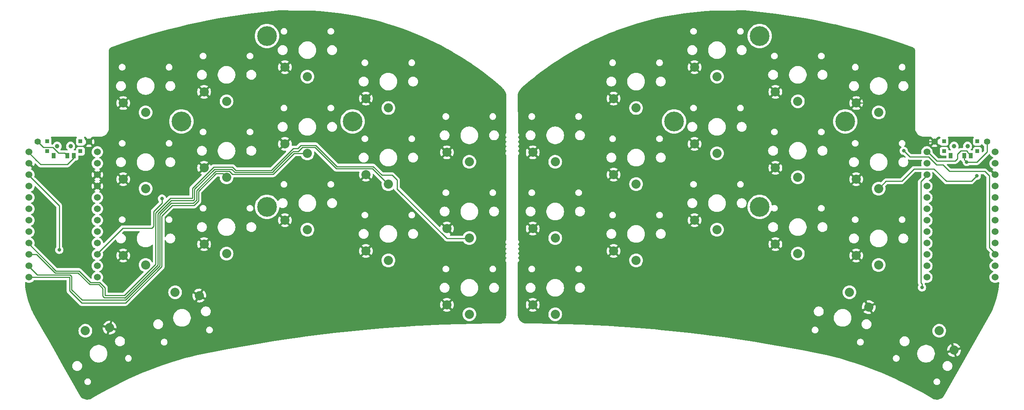
<source format=gbr>
%TF.GenerationSoftware,KiCad,Pcbnew,8.0.8*%
%TF.CreationDate,2025-01-23T20:59:21-05:00*%
%TF.ProjectId,sweepv2.1,73776565-7076-4322-9e31-2e6b69636164,rev?*%
%TF.SameCoordinates,Original*%
%TF.FileFunction,Copper,L2,Bot*%
%TF.FilePolarity,Positive*%
%FSLAX46Y46*%
G04 Gerber Fmt 4.6, Leading zero omitted, Abs format (unit mm)*
G04 Created by KiCad (PCBNEW 8.0.8) date 2025-01-23 20:59:21*
%MOMM*%
%LPD*%
G01*
G04 APERTURE LIST*
%TA.AperFunction,ComponentPad*%
%ADD10C,1.524000*%
%TD*%
%TA.AperFunction,ComponentPad*%
%ADD11C,2.032000*%
%TD*%
%TA.AperFunction,ComponentPad*%
%ADD12C,4.400000*%
%TD*%
%TA.AperFunction,ComponentPad*%
%ADD13C,1.397000*%
%TD*%
%TA.AperFunction,SMDPad,CuDef*%
%ADD14R,0.900000X1.250000*%
%TD*%
%TA.AperFunction,SMDPad,CuDef*%
%ADD15R,0.900000X0.900000*%
%TD*%
%TA.AperFunction,WasherPad*%
%ADD16C,1.000000*%
%TD*%
%TA.AperFunction,ViaPad*%
%ADD17C,0.800000*%
%TD*%
%TA.AperFunction,Conductor*%
%ADD18C,0.250000*%
%TD*%
G04 APERTURE END LIST*
D10*
%TO.P,U1,24*%
%TO.N,raw*%
X222569400Y-53086000D03*
%TO.P,U1,23*%
%TO.N,gnd*%
X222569400Y-55626000D03*
%TO.P,U1,22*%
%TO.N,reset*%
X222569400Y-58166000D03*
%TO.P,U1,21*%
%TO.N,vcc*%
X222569400Y-60706000D03*
%TO.P,U1,20*%
%TO.N,Switch5*%
X222569400Y-63246000D03*
%TO.P,U1,19*%
%TO.N,Switch4*%
X222569400Y-65786000D03*
%TO.P,U1,18*%
%TO.N,Switch3*%
X222569400Y-68326000D03*
%TO.P,U1,17*%
%TO.N,Switch2*%
X222569400Y-70866000D03*
%TO.P,U1,16*%
%TO.N,Switch6*%
X222569400Y-73406000D03*
%TO.P,U1,15*%
%TO.N,Switch7*%
X222569400Y-75946000D03*
%TO.P,U1,14*%
%TO.N,Switch8*%
X222569400Y-78486000D03*
%TO.P,U1,13*%
%TO.N,Switch9*%
X222569400Y-81026000D03*
%TO.P,U1,12*%
%TO.N,Switch17*%
X237789400Y-81026000D03*
%TO.P,U1,11*%
%TO.N,Switch16*%
X237789400Y-78486000D03*
%TO.P,U1,10*%
%TO.N,Switch1*%
X237789400Y-75946000D03*
%TO.P,U1,9*%
%TO.N,Switch15*%
X237789400Y-73406000D03*
%TO.P,U1,8*%
%TO.N,Switch14*%
X237789400Y-70866000D03*
%TO.P,U1,7*%
%TO.N,Switch13*%
X237789400Y-68326000D03*
%TO.P,U1,6*%
%TO.N,Switch12*%
X237789400Y-65786000D03*
%TO.P,U1,5*%
%TO.N,Switch11*%
X237789400Y-63246000D03*
%TO.P,U1,4*%
%TO.N,gnd*%
X237789400Y-60706000D03*
%TO.P,U1,3*%
X237789400Y-58166000D03*
%TO.P,U1,2*%
%TO.N,Switch18*%
X237789400Y-55626000D03*
%TO.P,U1,1*%
%TO.N,Switch10*%
X237789400Y-53086000D03*
%TD*%
D11*
%TO.P,SW16,2*%
%TO.N,gnd*%
X170856000Y-68316000D03*
%TO.P,SW16,1*%
%TO.N,Switch13*%
X175856000Y-70416000D03*
%TD*%
%TO.P,SW20,2*%
%TO.N,gnd*%
X228616127Y-97291103D03*
%TO.P,SW20,1*%
%TO.N,Switch17*%
X225336000Y-92972450D03*
%TD*%
%TO.P,SW15,2*%
%TO.N,gnd*%
X152856000Y-75174000D03*
%TO.P,SW15,1*%
%TO.N,Switch12*%
X157856000Y-77274000D03*
%TD*%
%TO.P,SW21,2*%
%TO.N,gnd*%
X209639142Y-87705577D03*
%TO.P,SW21,1*%
%TO.N,Switch16*%
X205353032Y-84383038D03*
%TD*%
%TO.P,SW17,2*%
%TO.N,gnd*%
X188856000Y-73650000D03*
%TO.P,SW17,1*%
%TO.N,Switch14*%
X193856000Y-75750000D03*
%TD*%
%TO.P,SW18,2*%
%TO.N,gnd*%
X206836000Y-76190000D03*
%TO.P,SW18,1*%
%TO.N,Switch15*%
X211836000Y-78290000D03*
%TD*%
%TO.P,SW4,2*%
%TO.N,gnd*%
X170856000Y-34182000D03*
%TO.P,SW4,1*%
%TO.N,Switch3*%
X175856000Y-36282000D03*
%TD*%
%TO.P,SW3,2*%
%TO.N,gnd*%
X152856000Y-41182000D03*
%TO.P,SW3,1*%
%TO.N,Switch2*%
X157856000Y-43282000D03*
%TD*%
%TO.P,SW9,2*%
%TO.N,gnd*%
X152856000Y-58156000D03*
%TO.P,SW9,1*%
%TO.N,Switch7*%
X157856000Y-60256000D03*
%TD*%
%TO.P,SW14,2*%
%TO.N,gnd*%
X134856000Y-87182000D03*
%TO.P,SW14,1*%
%TO.N,Switch11*%
X139856000Y-89282000D03*
%TD*%
%TO.P,SW12,2*%
%TO.N,gnd*%
X206836000Y-59172000D03*
%TO.P,SW12,1*%
%TO.N,Switch10*%
X211836000Y-61272000D03*
%TD*%
%TO.P,SW11,2*%
%TO.N,gnd*%
X188856000Y-56632000D03*
%TO.P,SW11,1*%
%TO.N,Switch9*%
X193856000Y-58732000D03*
%TD*%
%TO.P,SW8,2*%
%TO.N,gnd*%
X134856000Y-70182000D03*
%TO.P,SW8,1*%
%TO.N,Switch6*%
X139856000Y-72282000D03*
%TD*%
%TO.P,SW6,2*%
%TO.N,gnd*%
X206856000Y-42182000D03*
%TO.P,SW6,1*%
%TO.N,Switch5*%
X211856000Y-44282000D03*
%TD*%
%TO.P,SW5,2*%
%TO.N,gnd*%
X188856000Y-39682000D03*
%TO.P,SW5,1*%
%TO.N,Switch4*%
X193856000Y-41782000D03*
%TD*%
%TO.P,SW2,2*%
%TO.N,gnd*%
X134856000Y-53182000D03*
%TO.P,SW2,1*%
%TO.N,Switch1*%
X139856000Y-55282000D03*
%TD*%
%TO.P,SW10,2*%
%TO.N,gnd*%
X170856000Y-51298000D03*
%TO.P,SW10,1*%
%TO.N,Switch8*%
X175856000Y-53398000D03*
%TD*%
D12*
%TO.P,REF\u002A\u002A,1*%
%TO.N,N/C*%
X204406000Y-46282000D03*
X185356000Y-65332000D03*
X185356000Y-27232000D03*
X166306000Y-46282000D03*
%TD*%
D13*
%TO.P,Bat+r1,1,1*%
%TO.N,BT+_r*%
X235966000Y-50800000D03*
%TD*%
%TO.P,BatGND1,1,1*%
%TO.N,gnd*%
X224282000Y-50800000D03*
%TD*%
D10*
%TO.P,U2,24*%
%TO.N,raw*%
X22717400Y-53086000D03*
%TO.P,U2,23*%
%TO.N,gnd*%
X22717400Y-55626000D03*
%TO.P,U2,22*%
%TO.N,reset_r*%
X22717400Y-58166000D03*
%TO.P,U2,21*%
%TO.N,vcc*%
X22717400Y-60706000D03*
%TO.P,U2,20*%
%TO.N,Switch5_r*%
X22717400Y-63246000D03*
%TO.P,U2,19*%
%TO.N,Switch4_r*%
X22717400Y-65786000D03*
%TO.P,U2,18*%
%TO.N,Switch3_r*%
X22717400Y-68326000D03*
%TO.P,U2,17*%
%TO.N,Switch2_r*%
X22717400Y-70866000D03*
%TO.P,U2,16*%
%TO.N,Switch6_r*%
X22717400Y-73406000D03*
%TO.P,U2,15*%
%TO.N,Switch7_r*%
X22717400Y-75946000D03*
%TO.P,U2,14*%
%TO.N,Switch8_r*%
X22717400Y-78486000D03*
%TO.P,U2,13*%
%TO.N,Switch9_r*%
X22717400Y-81026000D03*
%TO.P,U2,12*%
%TO.N,Switch17_r*%
X37937400Y-81026000D03*
%TO.P,U2,11*%
%TO.N,Switch16_r*%
X37937400Y-78486000D03*
%TO.P,U2,10*%
%TO.N,Switch1_r*%
X37937400Y-75946000D03*
%TO.P,U2,9*%
%TO.N,Switch15_r*%
X37937400Y-73406000D03*
%TO.P,U2,8*%
%TO.N,Switch14_r*%
X37937400Y-70866000D03*
%TO.P,U2,7*%
%TO.N,Switch13_r*%
X37937400Y-68326000D03*
%TO.P,U2,6*%
%TO.N,Switch12_r*%
X37937400Y-65786000D03*
%TO.P,U2,5*%
%TO.N,Switch11_r*%
X37937400Y-63246000D03*
%TO.P,U2,4*%
%TO.N,gnd*%
X37937400Y-60706000D03*
%TO.P,U2,3*%
X37937400Y-58166000D03*
%TO.P,U2,2*%
%TO.N,Switch18_r*%
X37937400Y-55626000D03*
%TO.P,U2,1*%
%TO.N,Switch10_r*%
X37937400Y-53086000D03*
%TD*%
D11*
%TO.P,SW17_r1,2*%
%TO.N,gnd*%
X43686000Y-76190000D03*
%TO.P,SW17_r1,1*%
%TO.N,Switch15_r*%
X48686000Y-78290000D03*
%TD*%
%TO.P,SW11_r1,2*%
%TO.N,gnd*%
X61700000Y-56632000D03*
%TO.P,SW11_r1,1*%
%TO.N,Switch9_r*%
X66700000Y-58732000D03*
%TD*%
%TO.P,SW15_r1,2*%
%TO.N,gnd*%
X79688000Y-68316000D03*
%TO.P,SW15_r1,1*%
%TO.N,Switch13_r*%
X84688000Y-70416000D03*
%TD*%
%TO.P,SW18_r1,2*%
%TO.N,gnd*%
X97714000Y-75174000D03*
%TO.P,SW18_r1,1*%
%TO.N,Switch12_r*%
X102714000Y-77274000D03*
%TD*%
%TO.P,SW6_r1,2*%
%TO.N,gnd*%
X43686000Y-42182000D03*
%TO.P,SW6_r1,1*%
%TO.N,Switch5_r*%
X48686000Y-44282000D03*
%TD*%
%TO.P,SW5_r1,2*%
%TO.N,gnd*%
X61700000Y-39682000D03*
%TO.P,SW5_r1,1*%
%TO.N,Switch4_r*%
X66700000Y-41782000D03*
%TD*%
%TO.P,SW2_r1,2*%
%TO.N,gnd*%
X115732000Y-53182000D03*
%TO.P,SW2_r1,1*%
%TO.N,Switch1_r*%
X120732000Y-55282000D03*
%TD*%
%TO.P,SW16_r1,2*%
%TO.N,gnd*%
X61700000Y-73650000D03*
%TO.P,SW16_r1,1*%
%TO.N,Switch14_r*%
X66700000Y-75750000D03*
%TD*%
%TO.P,SW4_r1,2*%
%TO.N,gnd*%
X79688000Y-34182000D03*
%TO.P,SW4_r1,1*%
%TO.N,Switch3_r*%
X84688000Y-36282000D03*
%TD*%
%TO.P,SW13_r1,2*%
%TO.N,gnd*%
X115732000Y-87182000D03*
%TO.P,SW13_r1,1*%
%TO.N,Switch11_r*%
X120732000Y-89282000D03*
%TD*%
%TO.P,SW12_r1,2*%
%TO.N,gnd*%
X43686000Y-59172000D03*
%TO.P,SW12_r1,1*%
%TO.N,Switch10_r*%
X48686000Y-61272000D03*
%TD*%
%TO.P,SW3_r1,2*%
%TO.N,gnd*%
X97714000Y-41182000D03*
%TO.P,SW3_r1,1*%
%TO.N,Switch2_r*%
X102714000Y-43282000D03*
%TD*%
%TO.P,SW8_r1,2*%
%TO.N,gnd*%
X97714000Y-58156000D03*
%TO.P,SW8_r1,1*%
%TO.N,Switch7_r*%
X102714000Y-60256000D03*
%TD*%
%TO.P,SW21_r1,2*%
%TO.N,gnd*%
X60624117Y-85117387D03*
%TO.P,SW21_r1,1*%
%TO.N,Switch16_r*%
X55250968Y-84383038D03*
%TD*%
%TO.P,SW9_r1,2*%
%TO.N,gnd*%
X79688000Y-51298000D03*
%TO.P,SW9_r1,1*%
%TO.N,Switch8_r*%
X84688000Y-53398000D03*
%TD*%
%TO.P,SW20_r1,2*%
%TO.N,gnd*%
X40648127Y-92291103D03*
%TO.P,SW20_r1,1*%
%TO.N,Switch17_r*%
X35268000Y-92972450D03*
%TD*%
%TO.P,SW7_r1,2*%
%TO.N,gnd*%
X115732000Y-70182000D03*
%TO.P,SW7_r1,1*%
%TO.N,Switch6_r*%
X120732000Y-72282000D03*
%TD*%
D12*
%TO.P,REF\u002A\u002A,1*%
%TO.N,N/C*%
X56642000Y-46282000D03*
X75692000Y-27232000D03*
X75692000Y-65332000D03*
X94742000Y-46282000D03*
%TD*%
D13*
%TO.P,BatGND4,1,1*%
%TO.N,gnd*%
X36068000Y-50800000D03*
%TD*%
%TO.P,Bat+1,1,1*%
%TO.N,BT+*%
X24638000Y-50800000D03*
%TD*%
D14*
%TO.P,SW_POWERR1,3,C*%
%TO.N,raw*%
X232374000Y-53891000D03*
%TO.P,SW_POWERR1,2,B*%
%TO.N,BT+_r*%
X230874000Y-53891000D03*
%TO.P,SW_POWERR1,1,A*%
%TO.N,unconnected-(SW_POWERR1-A-Pad1)*%
X227874000Y-53891000D03*
D15*
%TO.P,SW_POWERR1,0*%
%TO.N,N/C*%
X226424000Y-50716000D03*
X226424000Y-52916000D03*
X233824000Y-50716000D03*
X233824000Y-52916000D03*
D16*
%TO.P,SW_POWERR1,*%
%TO.N,*%
X228624000Y-51816000D03*
X231624000Y-51816000D03*
%TD*%
D14*
%TO.P,SW_POWER1,3,C*%
%TO.N,raw*%
X32730000Y-53891000D03*
%TO.P,SW_POWER1,2,B*%
%TO.N,BT+*%
X31230000Y-53891000D03*
%TO.P,SW_POWER1,1,A*%
%TO.N,unconnected-(SW_POWER1-A-Pad1)*%
X28230000Y-53891000D03*
D15*
%TO.P,SW_POWER1,0*%
%TO.N,N/C*%
X26780000Y-50716000D03*
X26780000Y-52916000D03*
X34180000Y-50716000D03*
X34180000Y-52916000D03*
D16*
%TO.P,SW_POWER1,*%
%TO.N,*%
X28980000Y-51816000D03*
X31980000Y-51816000D03*
%TD*%
D17*
%TO.N,gnd*%
X224282000Y-84328000D03*
%TO.N,reset*%
X221488000Y-83312000D03*
%TO.N,Switch1*%
X217424000Y-52832000D03*
%TO.N,Switch10*%
X233680000Y-58420000D03*
%TO.N,BT+_r*%
X231437000Y-55329000D03*
%TO.N,reset_r*%
X29464000Y-74930000D03*
%TO.N,Switch1_r*%
X52324000Y-63500000D03*
%TD*%
D18*
%TO.N,BT+*%
X25908000Y-52070000D02*
X28003638Y-52070000D01*
X24638000Y-50800000D02*
X25908000Y-52070000D01*
X28003638Y-52070000D02*
X29273638Y-53340000D01*
X30679000Y-53340000D02*
X31230000Y-53891000D01*
X29273638Y-53340000D02*
X30679000Y-53340000D01*
%TO.N,gnd*%
X213159159Y-42182000D02*
X206856000Y-42182000D01*
X221777159Y-50800000D02*
X213159159Y-42182000D01*
X224282000Y-50800000D02*
X221777159Y-50800000D01*
%TO.N,reset*%
X221488000Y-82550000D02*
X221234000Y-82296000D01*
X221488000Y-83312000D02*
X221488000Y-82550000D01*
X221234000Y-59701400D02*
X221234000Y-82296000D01*
X222769400Y-58166000D02*
X221234000Y-59701400D01*
%TO.N,Switch1*%
X237989400Y-75946000D02*
X236469700Y-74426300D01*
X236469700Y-58424300D02*
X235445100Y-57399700D01*
X236469700Y-74426300D02*
X236469700Y-58424300D01*
X224711081Y-55958919D02*
X222925163Y-54173001D01*
X218765001Y-54173001D02*
X217424000Y-52832000D01*
X235445100Y-57399700D02*
X227579700Y-57399700D01*
X227579700Y-57399700D02*
X226138919Y-55958919D01*
X226138919Y-55958919D02*
X224711081Y-55958919D01*
X222925163Y-54173001D02*
X218765001Y-54173001D01*
%TO.N,Switch10*%
X232481001Y-59618999D02*
X233680000Y-58420000D01*
X233680000Y-58420000D02*
X233680000Y-58420000D01*
X211836000Y-61272000D02*
X213489001Y-59618999D01*
X219710000Y-56896000D02*
X224170002Y-56896000D01*
X216987001Y-59618999D02*
X219710000Y-56896000D01*
X226893001Y-59618999D02*
X232481001Y-59618999D01*
X224170002Y-56896000D02*
X226893001Y-59618999D01*
X213489001Y-59618999D02*
X216987001Y-59618999D01*
%TO.N,raw*%
X22517400Y-53086000D02*
X24339700Y-54908300D01*
X25311400Y-55880000D02*
X26924000Y-55880000D01*
X32730000Y-54392000D02*
X32730000Y-53891000D01*
X31242000Y-55880000D02*
X32730000Y-54392000D01*
X24339700Y-54908300D02*
X25311400Y-55880000D01*
X26924000Y-55880000D02*
X31242000Y-55880000D01*
X232374000Y-53891000D02*
X231649000Y-53166000D01*
X229374499Y-54597501D02*
X228854000Y-55118000D01*
X228854000Y-55118000D02*
X224801400Y-55118000D01*
X230136499Y-52832000D02*
X229374499Y-53594000D01*
X224801400Y-55118000D02*
X222769400Y-53086000D01*
X231649000Y-53087000D02*
X231394000Y-52832000D01*
X231394000Y-52832000D02*
X230136499Y-52832000D01*
X229374499Y-53594000D02*
X229374499Y-54597501D01*
X231649000Y-53166000D02*
X231649000Y-53087000D01*
%TO.N,BT+_r*%
X231480000Y-55372000D02*
X231437000Y-55329000D01*
X230874000Y-54766000D02*
X230874000Y-53891000D01*
X235966000Y-53086000D02*
X233680000Y-55372000D01*
X233680000Y-55372000D02*
X231480000Y-55372000D01*
X235966000Y-50800000D02*
X235966000Y-53086000D01*
X231437000Y-55329000D02*
X230874000Y-54766000D01*
%TO.N,reset_r*%
X29464000Y-74930000D02*
X29464000Y-74930000D01*
X29464000Y-65112600D02*
X29464000Y-74930000D01*
X22517400Y-58166000D02*
X29464000Y-65112600D01*
%TO.N,Switch9_r*%
X64390410Y-57912000D02*
X65882000Y-57912000D01*
X54610000Y-65024000D02*
X59438818Y-65024000D01*
X22517400Y-81026000D02*
X31750000Y-81026000D01*
X31750000Y-84064390D02*
X34462611Y-86777001D01*
X59438818Y-65024000D02*
X60454709Y-64008109D01*
X44174911Y-86777001D02*
X52278362Y-78673550D01*
X60454710Y-61847700D02*
X64390410Y-57912000D01*
X31750000Y-81026000D02*
X31750000Y-84064390D01*
X65882000Y-57912000D02*
X66702000Y-58732000D01*
X34462611Y-86777001D02*
X44174911Y-86777001D01*
X52278362Y-78673550D02*
X52278362Y-67355638D01*
X52278362Y-67355638D02*
X54610000Y-65024000D01*
X60454709Y-64008109D02*
X60454710Y-61847700D01*
%TO.N,Switch1_r*%
X50478324Y-69663676D02*
X50478324Y-66361676D01*
X43688000Y-70104000D02*
X50038000Y-70104000D01*
X50038000Y-70104000D02*
X50478324Y-69663676D01*
X52324000Y-64516000D02*
X52324000Y-63500000D01*
X41601700Y-72081700D02*
X37737400Y-75946000D01*
X50478324Y-66361676D02*
X52324000Y-64516000D01*
X43579400Y-70104000D02*
X41601700Y-72081700D01*
X41910000Y-71773400D02*
X41601700Y-72081700D01*
X43688000Y-70104000D02*
X43579400Y-70104000D01*
%TO.N,Switch6_r*%
X101254205Y-58257795D02*
X99361399Y-56364989D01*
X43952682Y-85090000D02*
X39624000Y-85090000D01*
X91291399Y-56364989D02*
X86533399Y-51606989D01*
X39624000Y-83367766D02*
X39624000Y-85090000D01*
X86533399Y-51606989D02*
X83267011Y-51606989D01*
X68746709Y-57188299D02*
X68029946Y-56471536D01*
X63847146Y-56471536D02*
X59104682Y-61214000D01*
X28742401Y-79631001D02*
X22517400Y-73406000D01*
X115765318Y-72390000D02*
X104618659Y-61243341D01*
X33855237Y-79631003D02*
X28742401Y-79631001D01*
X99361399Y-56364989D02*
X91291399Y-56364989D01*
X54179318Y-63422682D02*
X50928334Y-66673666D01*
X68029946Y-56471536D02*
X63847146Y-56471536D01*
X50928334Y-66673666D02*
X50928334Y-78114348D01*
X36421117Y-82196883D02*
X33855237Y-79631003D01*
X36421117Y-82196883D02*
X38453117Y-82196883D01*
X59104682Y-61214000D02*
X59104682Y-63422682D01*
X104648000Y-59365590D02*
X104648000Y-61214000D01*
X59104682Y-63422682D02*
X54179318Y-63422682D01*
X101254205Y-58257795D02*
X103540205Y-58257795D01*
X76669701Y-57188299D02*
X68746709Y-57188299D01*
X120650000Y-72390000D02*
X115765318Y-72390000D01*
X50928334Y-78114348D02*
X43952682Y-85090000D01*
X104648000Y-61214000D02*
X104618659Y-61243341D01*
X103540205Y-58257795D02*
X104648000Y-59365590D01*
X38453117Y-82196883D02*
X39624000Y-83367766D01*
X83267011Y-51606989D02*
X82550000Y-52324000D01*
X81534000Y-52324000D02*
X76669701Y-57188299D01*
X82550000Y-52324000D02*
X81534000Y-52324000D01*
%TO.N,Switch7_r*%
X51378343Y-66860067D02*
X54365718Y-63872692D01*
X81546420Y-52947990D02*
X81217205Y-53277205D01*
X81217205Y-53277205D02*
X77090410Y-57404000D01*
X39173990Y-83554166D02*
X39173990Y-85276400D01*
X59554692Y-61400400D02*
X64033546Y-56921546D01*
X59528465Y-63635309D02*
X59554691Y-63635309D01*
X64033546Y-56921546D02*
X67843546Y-56921546D01*
X99174999Y-56814999D02*
X91104999Y-56814999D01*
X91104999Y-56814999D02*
X86346999Y-52056999D01*
X83579001Y-52056999D02*
X82688010Y-52947990D01*
X102616000Y-60256000D02*
X99174999Y-56814999D01*
X86346999Y-52056999D02*
X83579001Y-52056999D01*
X68560309Y-57638309D02*
X76856101Y-57638309D01*
X28556001Y-80081011D02*
X33668836Y-80081012D01*
X43965112Y-85598000D02*
X44023102Y-85655990D01*
X44023102Y-85655990D02*
X51378343Y-78300749D01*
X39495590Y-85598000D02*
X43965112Y-85598000D01*
X36234717Y-82646893D02*
X38266717Y-82646893D01*
X22517400Y-75946000D02*
X24420990Y-75946000D01*
X59554691Y-63635309D02*
X59554692Y-61400400D01*
X82688010Y-52947990D02*
X81546420Y-52947990D01*
X39173990Y-85276400D02*
X39495590Y-85598000D01*
X51378343Y-78300749D02*
X51378343Y-66860067D01*
X54365718Y-63872692D02*
X59291082Y-63872692D01*
X33668836Y-80081012D02*
X36234717Y-82646893D01*
X38266717Y-82646893D02*
X39173990Y-83554166D01*
X24420990Y-75946000D02*
X28556001Y-80081011D01*
X59291082Y-63872692D02*
X59528465Y-63635309D01*
X67843546Y-56921546D02*
X68560309Y-57638309D01*
X76856101Y-57638309D02*
X77280205Y-57214205D01*
%TO.N,Switch8_r*%
X32200010Y-80839600D02*
X32200010Y-83877990D01*
X68043001Y-58088319D02*
X77042501Y-58088319D01*
X32315990Y-83877990D02*
X34544001Y-86105999D01*
X60004700Y-63821708D02*
X60004701Y-61661299D01*
X64275001Y-57390999D02*
X67345681Y-57390999D01*
X32200010Y-83877990D02*
X32315990Y-83877990D01*
X31891431Y-80531021D02*
X32200010Y-80839600D01*
X22517400Y-78486000D02*
X24562421Y-80531021D01*
X51828352Y-78487150D02*
X51828352Y-67046468D01*
X24562421Y-80531021D02*
X31891431Y-80531021D01*
X51828352Y-67046468D02*
X54358820Y-64516000D01*
X60004701Y-61661299D02*
X64275001Y-57390999D01*
X34544001Y-86105999D02*
X44209503Y-86105999D01*
X67345681Y-57390999D02*
X68043001Y-58088319D01*
X77042501Y-58088319D02*
X81732820Y-53398000D01*
X54358820Y-64516000D02*
X59310408Y-64516000D01*
X44209503Y-86105999D02*
X51828352Y-78487150D01*
X81732820Y-53398000D02*
X84836000Y-53398000D01*
X59310408Y-64516000D02*
X60004700Y-63821708D01*
%TD*%
%TA.AperFunction,Conductor*%
%TO.N,gnd*%
G36*
X182072421Y-21528707D02*
G01*
X184320166Y-21733618D01*
X184322063Y-21733807D01*
X186572031Y-21974655D01*
X186573887Y-21974868D01*
X188819988Y-22251097D01*
X188821728Y-22251325D01*
X191063096Y-22562829D01*
X191064956Y-22563102D01*
X193301175Y-22909822D01*
X193302947Y-22910111D01*
X195533359Y-23291942D01*
X195535264Y-23292283D01*
X197759520Y-23709169D01*
X197761310Y-23709520D01*
X199978593Y-24161306D01*
X199980496Y-24161710D01*
X201959168Y-24597397D01*
X202190344Y-24648300D01*
X202192274Y-24648740D01*
X204394278Y-25170044D01*
X204396123Y-25170497D01*
X206589670Y-25726370D01*
X206591470Y-25726841D01*
X208775996Y-26317142D01*
X208777827Y-26317652D01*
X210952795Y-26942234D01*
X210954649Y-26942783D01*
X213119503Y-27601487D01*
X213121237Y-27602029D01*
X215275586Y-28294738D01*
X215277378Y-28295330D01*
X217420412Y-29021783D01*
X217422283Y-29022433D01*
X219516110Y-29769121D01*
X219541920Y-29778325D01*
X219563143Y-29788201D01*
X219591459Y-29804740D01*
X219660605Y-29845125D01*
X219679954Y-29859037D01*
X219765162Y-29933485D01*
X219781537Y-29950786D01*
X219851194Y-30039948D01*
X219864026Y-30060036D01*
X219915636Y-30160712D01*
X219924456Y-30182861D01*
X219956179Y-30291458D01*
X219960669Y-30314871D01*
X219971979Y-30433920D01*
X219972544Y-30445837D01*
X219972501Y-47737978D01*
X219971759Y-47743261D01*
X219972424Y-47762237D01*
X219972501Y-47766644D01*
X219972501Y-47792706D01*
X219973703Y-47798235D01*
X219977190Y-47896151D01*
X219977190Y-47896156D01*
X219977191Y-47896158D01*
X219981277Y-47920786D01*
X220020191Y-48155316D01*
X220020193Y-48155323D01*
X220096280Y-48406740D01*
X220096287Y-48406760D01*
X220204195Y-48646263D01*
X220204199Y-48646269D01*
X220342119Y-48869838D01*
X220342121Y-48869840D01*
X220342122Y-48869842D01*
X220507753Y-49073747D01*
X220698319Y-49254567D01*
X220767750Y-49305160D01*
X220910625Y-49409271D01*
X220910627Y-49409272D01*
X220910631Y-49409275D01*
X221141137Y-49535283D01*
X221385979Y-49630484D01*
X221641062Y-49693283D01*
X221641064Y-49693283D01*
X221641074Y-49693285D01*
X221902107Y-49722630D01*
X221902109Y-49722630D01*
X221902117Y-49722631D01*
X221902123Y-49722630D01*
X221902125Y-49722631D01*
X221920240Y-49722324D01*
X222032253Y-49720433D01*
X222034162Y-49720416D01*
X223509146Y-49720146D01*
X223577266Y-49740135D01*
X223598260Y-49757050D01*
X224234810Y-50393600D01*
X224228496Y-50393600D01*
X224125135Y-50421295D01*
X224032464Y-50474799D01*
X223956799Y-50550464D01*
X223903295Y-50643135D01*
X223875600Y-50746496D01*
X223875600Y-50752810D01*
X223266064Y-50143274D01*
X223266062Y-50143274D01*
X223251820Y-50162133D01*
X223152152Y-50362295D01*
X223152149Y-50362303D01*
X223090962Y-50577352D01*
X223070331Y-50800000D01*
X223090962Y-51022647D01*
X223152149Y-51237696D01*
X223152152Y-51237704D01*
X223251819Y-51437863D01*
X223266062Y-51456724D01*
X223266063Y-51456725D01*
X223875600Y-50847188D01*
X223875600Y-50853504D01*
X223903295Y-50956865D01*
X223956799Y-51049536D01*
X224032464Y-51125201D01*
X224125135Y-51178705D01*
X224228496Y-51206400D01*
X224234809Y-51206400D01*
X223627443Y-51813765D01*
X223741904Y-51884637D01*
X223741913Y-51884641D01*
X223950409Y-51965413D01*
X224170204Y-52006500D01*
X224393796Y-52006500D01*
X224613590Y-51965413D01*
X224822088Y-51884640D01*
X224822092Y-51884638D01*
X224936554Y-51813765D01*
X224329190Y-51206400D01*
X224335504Y-51206400D01*
X224438865Y-51178705D01*
X224531536Y-51125201D01*
X224607201Y-51049536D01*
X224660705Y-50956865D01*
X224688400Y-50853504D01*
X224688400Y-50847189D01*
X225297935Y-51456725D01*
X225297936Y-51456724D01*
X225312178Y-51437866D01*
X225312975Y-51436267D01*
X225313561Y-51435634D01*
X225315249Y-51432909D01*
X225315782Y-51433239D01*
X225361242Y-51384201D01*
X225429995Y-51366495D01*
X225497407Y-51388770D01*
X225526637Y-51416915D01*
X225610738Y-51529261D01*
X225727792Y-51616887D01*
X225727794Y-51616888D01*
X225727796Y-51616889D01*
X225786875Y-51638924D01*
X225864795Y-51667988D01*
X225864803Y-51667990D01*
X225925350Y-51674499D01*
X225925355Y-51674499D01*
X225925362Y-51674500D01*
X225925368Y-51674500D01*
X226922632Y-51674500D01*
X226922638Y-51674500D01*
X226922645Y-51674499D01*
X226922649Y-51674499D01*
X226983196Y-51667990D01*
X226983199Y-51667989D01*
X226983201Y-51667989D01*
X227120204Y-51616889D01*
X227122314Y-51615310D01*
X227237261Y-51529261D01*
X227324887Y-51412207D01*
X227324887Y-51412206D01*
X227324889Y-51412204D01*
X227375989Y-51275201D01*
X227378377Y-51252996D01*
X227382499Y-51214649D01*
X227382500Y-51214632D01*
X227382500Y-50217367D01*
X227382499Y-50217350D01*
X227375990Y-50156803D01*
X227375988Y-50156795D01*
X227337371Y-50053261D01*
X227324889Y-50019796D01*
X227324887Y-50019793D01*
X227324887Y-50019792D01*
X227250893Y-49920949D01*
X227226082Y-49854429D01*
X227241173Y-49785055D01*
X227291375Y-49734853D01*
X227351733Y-49719441D01*
X232896978Y-49718423D01*
X232965100Y-49738413D01*
X233011603Y-49792060D01*
X233021720Y-49862332D01*
X232997867Y-49919932D01*
X232923113Y-50019792D01*
X232923110Y-50019797D01*
X232872011Y-50156795D01*
X232872009Y-50156803D01*
X232865500Y-50217350D01*
X232865500Y-51214649D01*
X232872009Y-51275196D01*
X232872011Y-51275204D01*
X232923110Y-51412202D01*
X232923112Y-51412207D01*
X233010738Y-51529261D01*
X233127792Y-51616887D01*
X233127794Y-51616888D01*
X233127796Y-51616889D01*
X233186875Y-51638924D01*
X233264795Y-51667988D01*
X233264803Y-51667990D01*
X233325350Y-51674499D01*
X233325355Y-51674499D01*
X233325362Y-51674500D01*
X233325368Y-51674500D01*
X234322632Y-51674500D01*
X234322638Y-51674500D01*
X234322645Y-51674499D01*
X234322649Y-51674499D01*
X234383196Y-51667990D01*
X234383199Y-51667989D01*
X234383201Y-51667989D01*
X234520204Y-51616889D01*
X234522314Y-51615310D01*
X234590206Y-51564486D01*
X234637261Y-51529261D01*
X234722043Y-51416005D01*
X234778877Y-51373460D01*
X234849693Y-51368394D01*
X234912005Y-51402419D01*
X234926123Y-51419244D01*
X235006204Y-51533611D01*
X235037852Y-51578809D01*
X235187191Y-51728148D01*
X235278771Y-51792273D01*
X235323099Y-51847728D01*
X235332500Y-51895485D01*
X235332500Y-52771406D01*
X235312498Y-52839527D01*
X235295595Y-52860501D01*
X234997595Y-53158501D01*
X234935283Y-53192527D01*
X234864468Y-53187462D01*
X234807632Y-53144915D01*
X234782821Y-53078395D01*
X234782500Y-53069406D01*
X234782500Y-52417367D01*
X234782499Y-52417350D01*
X234775990Y-52356803D01*
X234775988Y-52356795D01*
X234739179Y-52258108D01*
X234724889Y-52219796D01*
X234724888Y-52219794D01*
X234724887Y-52219792D01*
X234637261Y-52102738D01*
X234520207Y-52015112D01*
X234520202Y-52015110D01*
X234383204Y-51964011D01*
X234383196Y-51964009D01*
X234322649Y-51957500D01*
X234322638Y-51957500D01*
X233325362Y-51957500D01*
X233325350Y-51957500D01*
X233264803Y-51964009D01*
X233264795Y-51964011D01*
X233127797Y-52015110D01*
X233127792Y-52015112D01*
X233010738Y-52102738D01*
X232923112Y-52219792D01*
X232923110Y-52219797D01*
X232872011Y-52356795D01*
X232872009Y-52356803D01*
X232865500Y-52417350D01*
X232865500Y-52631500D01*
X232845498Y-52699621D01*
X232791842Y-52746114D01*
X232739500Y-52757500D01*
X232418634Y-52757500D01*
X232350513Y-52737498D01*
X232304020Y-52683842D01*
X232293916Y-52613568D01*
X232323410Y-52548988D01*
X232338700Y-52534101D01*
X232340568Y-52532568D01*
X232466595Y-52379004D01*
X232560241Y-52203804D01*
X232617908Y-52013701D01*
X232618618Y-52006500D01*
X232637380Y-51816003D01*
X232637380Y-51815996D01*
X232617909Y-51618305D01*
X232617908Y-51618303D01*
X232617908Y-51618299D01*
X232560241Y-51428196D01*
X232466595Y-51252996D01*
X232340568Y-51099432D01*
X232187004Y-50973405D01*
X232011804Y-50879759D01*
X231821701Y-50822092D01*
X231821700Y-50822091D01*
X231821694Y-50822090D01*
X231624003Y-50802620D01*
X231623997Y-50802620D01*
X231426305Y-50822090D01*
X231236195Y-50879759D01*
X231060995Y-50973405D01*
X230907432Y-51099432D01*
X230781405Y-51252995D01*
X230687759Y-51428195D01*
X230630090Y-51618305D01*
X230610620Y-51815996D01*
X230610620Y-51816003D01*
X230630090Y-52013694D01*
X230630091Y-52013700D01*
X230630092Y-52013701D01*
X230636692Y-52035459D01*
X230636834Y-52035925D01*
X230637467Y-52106919D01*
X230599617Y-52166985D01*
X230535302Y-52197053D01*
X230516259Y-52198500D01*
X230074099Y-52198500D01*
X229951716Y-52222844D01*
X229951708Y-52222846D01*
X229917946Y-52236830D01*
X229917946Y-52236831D01*
X229909953Y-52240142D01*
X229836423Y-52270599D01*
X229836421Y-52270600D01*
X229757414Y-52323390D01*
X229689661Y-52344604D01*
X229621195Y-52325820D01*
X229573752Y-52273002D01*
X229562397Y-52202920D01*
X229566838Y-52182054D01*
X229617908Y-52013701D01*
X229617908Y-52013699D01*
X229617909Y-52013697D01*
X229637380Y-51816003D01*
X229637380Y-51815996D01*
X229617909Y-51618305D01*
X229617908Y-51618303D01*
X229617908Y-51618299D01*
X229560241Y-51428196D01*
X229466595Y-51252996D01*
X229340568Y-51099432D01*
X229187004Y-50973405D01*
X229011804Y-50879759D01*
X228821701Y-50822092D01*
X228821700Y-50822091D01*
X228821694Y-50822090D01*
X228624003Y-50802620D01*
X228623997Y-50802620D01*
X228426305Y-50822090D01*
X228236195Y-50879759D01*
X228060995Y-50973405D01*
X227907432Y-51099432D01*
X227781405Y-51252995D01*
X227687759Y-51428195D01*
X227630090Y-51618305D01*
X227610620Y-51815996D01*
X227610620Y-51816003D01*
X227630090Y-52013694D01*
X227630091Y-52013700D01*
X227630092Y-52013701D01*
X227687759Y-52203804D01*
X227781405Y-52379004D01*
X227907432Y-52532568D01*
X227909300Y-52534101D01*
X227910017Y-52535154D01*
X227911808Y-52536945D01*
X227911468Y-52537284D01*
X227949269Y-52592778D01*
X227951169Y-52663749D01*
X227914398Y-52724481D01*
X227850630Y-52755693D01*
X227829366Y-52757500D01*
X227508500Y-52757500D01*
X227440379Y-52737498D01*
X227393886Y-52683842D01*
X227382500Y-52631500D01*
X227382500Y-52417367D01*
X227382499Y-52417350D01*
X227375990Y-52356803D01*
X227375988Y-52356795D01*
X227339179Y-52258108D01*
X227324889Y-52219796D01*
X227324888Y-52219794D01*
X227324887Y-52219792D01*
X227237261Y-52102738D01*
X227120207Y-52015112D01*
X227120202Y-52015110D01*
X226983204Y-51964011D01*
X226983196Y-51964009D01*
X226922649Y-51957500D01*
X226922638Y-51957500D01*
X225925362Y-51957500D01*
X225925350Y-51957500D01*
X225864803Y-51964009D01*
X225864795Y-51964011D01*
X225727797Y-52015110D01*
X225727792Y-52015112D01*
X225610738Y-52102738D01*
X225523112Y-52219792D01*
X225523110Y-52219797D01*
X225472011Y-52356795D01*
X225472009Y-52356803D01*
X225465500Y-52417350D01*
X225465500Y-53414649D01*
X225472009Y-53475196D01*
X225472011Y-53475204D01*
X225523110Y-53612202D01*
X225523112Y-53612207D01*
X225610738Y-53729261D01*
X225727792Y-53816887D01*
X225727794Y-53816888D01*
X225727796Y-53816889D01*
X225786875Y-53838924D01*
X225864795Y-53867988D01*
X225864803Y-53867990D01*
X225925350Y-53874499D01*
X225925355Y-53874499D01*
X225925362Y-53874500D01*
X226789500Y-53874500D01*
X226857621Y-53894502D01*
X226904114Y-53948158D01*
X226915500Y-54000500D01*
X226915500Y-54358500D01*
X226895498Y-54426621D01*
X226841842Y-54473114D01*
X226789500Y-54484500D01*
X225115994Y-54484500D01*
X225047873Y-54464498D01*
X225026899Y-54447595D01*
X223871862Y-53292558D01*
X223837836Y-53230246D01*
X223835437Y-53192481D01*
X223844753Y-53086006D01*
X223844753Y-53086004D01*
X223844753Y-53086000D01*
X223825378Y-52864537D01*
X223767840Y-52649804D01*
X223673888Y-52448324D01*
X223546377Y-52266219D01*
X223389181Y-52109023D01*
X223389177Y-52109020D01*
X223389172Y-52109016D01*
X223207077Y-51981512D01*
X223207075Y-51981511D01*
X223005599Y-51887561D01*
X223005593Y-51887559D01*
X222935531Y-51868786D01*
X222790863Y-51830022D01*
X222569400Y-51810647D01*
X222347937Y-51830022D01*
X222233338Y-51860729D01*
X222133206Y-51887559D01*
X222133201Y-51887561D01*
X221931723Y-51981512D01*
X221749622Y-52109020D01*
X221749616Y-52109025D01*
X221592425Y-52266216D01*
X221592420Y-52266222D01*
X221464912Y-52448323D01*
X221370961Y-52649801D01*
X221370959Y-52649806D01*
X221355768Y-52706500D01*
X221313422Y-52864537D01*
X221294047Y-53086000D01*
X221308813Y-53254786D01*
X221313422Y-53307462D01*
X221333097Y-53380891D01*
X221331407Y-53451867D01*
X221291612Y-53510663D01*
X221226348Y-53538610D01*
X221211390Y-53539501D01*
X219079596Y-53539501D01*
X219011475Y-53519499D01*
X218990501Y-53502596D01*
X218371121Y-52883216D01*
X218337095Y-52820904D01*
X218334908Y-52807306D01*
X218317542Y-52642072D01*
X218258527Y-52460444D01*
X218163040Y-52295056D01*
X218163038Y-52295054D01*
X218163034Y-52295048D01*
X218035255Y-52153135D01*
X217880752Y-52040882D01*
X217706284Y-51963204D01*
X217614306Y-51943653D01*
X217551833Y-51909925D01*
X217517512Y-51847775D01*
X217522240Y-51776936D01*
X217551407Y-51731313D01*
X217635301Y-51647420D01*
X217716920Y-51525269D01*
X217773140Y-51389542D01*
X217801800Y-51245455D01*
X217801800Y-51098545D01*
X217773140Y-50954458D01*
X217716920Y-50818731D01*
X217635301Y-50696580D01*
X217635296Y-50696574D01*
X217531425Y-50592703D01*
X217531419Y-50592698D01*
X217468211Y-50550464D01*
X217409269Y-50511080D01*
X217273542Y-50454860D01*
X217232374Y-50446671D01*
X217129460Y-50426200D01*
X217129455Y-50426200D01*
X216982545Y-50426200D01*
X216982539Y-50426200D01*
X216872011Y-50448186D01*
X216838458Y-50454860D01*
X216838455Y-50454860D01*
X216838452Y-50454862D01*
X216702731Y-50511080D01*
X216580580Y-50592698D01*
X216580574Y-50592703D01*
X216476703Y-50696574D01*
X216476698Y-50696580D01*
X216395080Y-50818731D01*
X216338862Y-50954452D01*
X216338860Y-50954459D01*
X216310200Y-51098539D01*
X216310200Y-51245460D01*
X216330398Y-51346999D01*
X216338860Y-51389542D01*
X216395080Y-51525269D01*
X216430856Y-51578811D01*
X216476698Y-51647419D01*
X216476703Y-51647425D01*
X216580574Y-51751296D01*
X216580580Y-51751301D01*
X216702731Y-51832920D01*
X216830030Y-51885649D01*
X216844177Y-51891509D01*
X216843232Y-51893790D01*
X216893517Y-51926727D01*
X216922448Y-51991561D01*
X216911734Y-52061745D01*
X216871641Y-52110345D01*
X216812742Y-52153137D01*
X216684965Y-52295048D01*
X216684958Y-52295058D01*
X216596471Y-52448323D01*
X216589473Y-52460444D01*
X216576896Y-52499151D01*
X216530457Y-52642072D01*
X216510496Y-52832000D01*
X216530457Y-53021927D01*
X216552549Y-53089917D01*
X216589473Y-53203556D01*
X216612331Y-53243147D01*
X216684958Y-53368941D01*
X216684965Y-53368951D01*
X216812744Y-53510864D01*
X216854512Y-53541210D01*
X216967248Y-53623118D01*
X217141712Y-53700794D01*
X217328513Y-53740500D01*
X217384405Y-53740500D01*
X217452526Y-53760502D01*
X217473500Y-53777405D01*
X217815181Y-54119086D01*
X217849207Y-54181398D01*
X217844142Y-54252213D01*
X217801595Y-54309049D01*
X217735075Y-54333860D01*
X217687151Y-54328014D01*
X217593920Y-54297722D01*
X217593919Y-54297721D01*
X217562041Y-54292672D01*
X217422682Y-54270600D01*
X217249318Y-54270600D01*
X217078088Y-54297720D01*
X217078082Y-54297721D01*
X216913213Y-54351290D01*
X216913207Y-54351293D01*
X216758736Y-54430000D01*
X216618483Y-54531900D01*
X216495900Y-54654483D01*
X216394000Y-54794736D01*
X216315293Y-54949207D01*
X216315290Y-54949213D01*
X216261721Y-55114082D01*
X216261720Y-55114087D01*
X216261720Y-55114088D01*
X216234600Y-55285318D01*
X216234600Y-55458682D01*
X216261394Y-55627851D01*
X216261721Y-55629917D01*
X216311417Y-55782865D01*
X216315292Y-55794791D01*
X216374064Y-55910137D01*
X216394000Y-55949263D01*
X216495900Y-56089516D01*
X216618483Y-56212099D01*
X216660962Y-56242962D01*
X216758740Y-56314002D01*
X216913209Y-56392708D01*
X217078082Y-56446278D01*
X217078083Y-56446278D01*
X217078088Y-56446280D01*
X217249318Y-56473400D01*
X217249321Y-56473400D01*
X217422679Y-56473400D01*
X217422682Y-56473400D01*
X217593912Y-56446280D01*
X217758791Y-56392708D01*
X217913260Y-56314002D01*
X218053514Y-56212101D01*
X218176101Y-56089514D01*
X218278002Y-55949260D01*
X218356708Y-55794791D01*
X218410280Y-55629912D01*
X218437400Y-55458682D01*
X218437400Y-55285318D01*
X218410280Y-55114088D01*
X218356708Y-54949209D01*
X218344083Y-54924432D01*
X218330979Y-54854658D01*
X218357678Y-54788873D01*
X218415705Y-54747966D01*
X218486637Y-54744924D01*
X218504569Y-54750822D01*
X218580208Y-54782153D01*
X218580209Y-54782153D01*
X218580216Y-54782156D01*
X218702607Y-54806501D01*
X221352469Y-54806501D01*
X221420590Y-54826503D01*
X221467083Y-54880159D01*
X221477187Y-54950433D01*
X221466664Y-54985751D01*
X221371433Y-55189972D01*
X221371431Y-55189976D01*
X221313917Y-55404625D01*
X221294549Y-55626000D01*
X221313917Y-55847374D01*
X221371431Y-56062023D01*
X221371435Y-56062033D01*
X221381329Y-56083251D01*
X221391990Y-56153443D01*
X221363009Y-56218256D01*
X221303589Y-56257111D01*
X221267134Y-56262500D01*
X219647603Y-56262500D01*
X219595874Y-56272790D01*
X219525215Y-56286845D01*
X219525213Y-56286845D01*
X219525212Y-56286846D01*
X219459660Y-56313999D01*
X219429232Y-56326603D01*
X219409923Y-56334601D01*
X219306171Y-56403926D01*
X219306164Y-56403931D01*
X216761502Y-58948594D01*
X216699190Y-58982620D01*
X216672407Y-58985499D01*
X213426604Y-58985499D01*
X213316671Y-59007366D01*
X213316669Y-59007367D01*
X213304216Y-59009844D01*
X213304214Y-59009844D01*
X213304213Y-59009845D01*
X213188924Y-59057600D01*
X213085172Y-59126925D01*
X213085170Y-59126926D01*
X212427727Y-59784368D01*
X212365415Y-59818393D01*
X212309218Y-59817791D01*
X212308554Y-59817631D01*
X212308553Y-59817631D01*
X212075222Y-59761613D01*
X211836000Y-59742786D01*
X211596778Y-59761613D01*
X211363448Y-59817630D01*
X211141752Y-59909459D01*
X210937152Y-60034839D01*
X210754682Y-60190682D01*
X210598839Y-60373152D01*
X210473459Y-60577752D01*
X210381630Y-60799448D01*
X210339023Y-60976920D01*
X210325613Y-61032778D01*
X210306786Y-61272000D01*
X210325613Y-61511222D01*
X210329109Y-61525783D01*
X210381630Y-61744551D01*
X210472719Y-61964459D01*
X210473460Y-61966249D01*
X210598840Y-62170849D01*
X210754682Y-62353318D01*
X210937151Y-62509160D01*
X211141751Y-62634540D01*
X211363447Y-62726369D01*
X211596778Y-62782387D01*
X211836000Y-62801214D01*
X212075222Y-62782387D01*
X212308553Y-62726369D01*
X212530249Y-62634540D01*
X212734849Y-62509160D01*
X212917318Y-62353318D01*
X213073160Y-62170849D01*
X213198540Y-61966249D01*
X213290369Y-61744553D01*
X213346387Y-61511222D01*
X213365214Y-61272000D01*
X213346387Y-61032778D01*
X213290369Y-60799447D01*
X213290366Y-60799442D01*
X213290208Y-60798780D01*
X213293755Y-60727872D01*
X213323630Y-60680273D01*
X213714501Y-60289403D01*
X213776813Y-60255378D01*
X213803596Y-60252499D01*
X217049394Y-60252499D01*
X217049395Y-60252499D01*
X217171786Y-60228154D01*
X217287076Y-60180399D01*
X217390834Y-60111070D01*
X219935499Y-57566405D01*
X219997811Y-57532379D01*
X220024594Y-57529500D01*
X221266583Y-57529500D01*
X221334704Y-57549502D01*
X221381197Y-57603158D01*
X221391301Y-57673432D01*
X221380777Y-57708751D01*
X221370963Y-57729796D01*
X221370959Y-57729806D01*
X221349496Y-57809908D01*
X221313422Y-57944537D01*
X221294047Y-58166000D01*
X221313422Y-58387463D01*
X221361128Y-58565502D01*
X221366151Y-58584248D01*
X221364461Y-58655224D01*
X221333540Y-58705954D01*
X220830167Y-59209329D01*
X220741927Y-59297569D01*
X220741926Y-59297571D01*
X220672601Y-59401323D01*
X220629673Y-59504960D01*
X220624845Y-59516615D01*
X220621942Y-59531210D01*
X220600500Y-59639003D01*
X220600500Y-82358396D01*
X220609779Y-82405044D01*
X220624845Y-82480785D01*
X220637376Y-82511038D01*
X220672601Y-82596078D01*
X220672602Y-82596079D01*
X220725468Y-82675199D01*
X220746683Y-82742951D01*
X220729823Y-82808199D01*
X220653474Y-82940440D01*
X220653473Y-82940443D01*
X220653473Y-82940444D01*
X220647376Y-82959209D01*
X220594457Y-83122072D01*
X220574496Y-83312000D01*
X220594457Y-83501927D01*
X220605694Y-83536509D01*
X220653473Y-83683556D01*
X220653476Y-83683561D01*
X220748958Y-83848941D01*
X220748965Y-83848951D01*
X220876744Y-83990864D01*
X220876747Y-83990866D01*
X221031248Y-84103118D01*
X221205712Y-84180794D01*
X221392513Y-84220500D01*
X221583487Y-84220500D01*
X221770288Y-84180794D01*
X221944752Y-84103118D01*
X222099253Y-83990866D01*
X222099255Y-83990864D01*
X222227034Y-83848951D01*
X222227035Y-83848949D01*
X222227040Y-83848944D01*
X222322527Y-83683556D01*
X222381542Y-83501928D01*
X222401504Y-83312000D01*
X222381542Y-83122072D01*
X222322527Y-82940444D01*
X222227040Y-82775056D01*
X222153863Y-82693784D01*
X222123146Y-82629776D01*
X222121500Y-82609474D01*
X222121500Y-82487607D01*
X222121500Y-82487606D01*
X222105076Y-82405038D01*
X222111403Y-82334330D01*
X222154957Y-82278262D01*
X222221909Y-82254642D01*
X222261263Y-82258753D01*
X222347937Y-82281978D01*
X222569400Y-82301353D01*
X222790863Y-82281978D01*
X223005596Y-82224440D01*
X223207077Y-82130488D01*
X223389181Y-82002977D01*
X223546377Y-81845781D01*
X223673888Y-81663677D01*
X223767840Y-81462196D01*
X223825378Y-81247463D01*
X223844753Y-81026000D01*
X223825378Y-80804537D01*
X223767840Y-80589804D01*
X223673888Y-80388324D01*
X223546377Y-80206219D01*
X223389181Y-80049023D01*
X223389177Y-80049020D01*
X223389172Y-80049016D01*
X223207077Y-79921512D01*
X223207075Y-79921511D01*
X223154940Y-79897200D01*
X223097026Y-79870194D01*
X223043742Y-79823278D01*
X223024281Y-79755001D01*
X223044823Y-79687041D01*
X223097027Y-79641805D01*
X223207077Y-79590488D01*
X223389181Y-79462977D01*
X223546377Y-79305781D01*
X223673888Y-79123677D01*
X223767840Y-78922196D01*
X223825378Y-78707463D01*
X223844753Y-78486000D01*
X223825378Y-78264537D01*
X223767840Y-78049804D01*
X223673888Y-77848324D01*
X223546377Y-77666219D01*
X223389181Y-77509023D01*
X223389177Y-77509020D01*
X223389172Y-77509016D01*
X223207077Y-77381512D01*
X223207075Y-77381511D01*
X223097027Y-77330195D01*
X223043742Y-77283278D01*
X223024281Y-77215001D01*
X223044823Y-77147041D01*
X223097027Y-77101805D01*
X223207077Y-77050488D01*
X223389181Y-76922977D01*
X223546377Y-76765781D01*
X223673888Y-76583677D01*
X223767840Y-76382196D01*
X223825378Y-76167463D01*
X223844753Y-75946000D01*
X223825378Y-75724537D01*
X223767840Y-75509804D01*
X223673888Y-75308324D01*
X223546377Y-75126219D01*
X223389181Y-74969023D01*
X223389177Y-74969020D01*
X223389172Y-74969016D01*
X223207077Y-74841512D01*
X223207075Y-74841511D01*
X223097027Y-74790195D01*
X223043742Y-74743278D01*
X223024281Y-74675001D01*
X223044823Y-74607041D01*
X223097027Y-74561805D01*
X223207077Y-74510488D01*
X223389181Y-74382977D01*
X223546377Y-74225781D01*
X223673888Y-74043677D01*
X223767840Y-73842196D01*
X223825378Y-73627463D01*
X223844753Y-73406000D01*
X223825378Y-73184537D01*
X223767840Y-72969804D01*
X223673888Y-72768324D01*
X223546377Y-72586219D01*
X223389181Y-72429023D01*
X223389177Y-72429020D01*
X223389172Y-72429016D01*
X223207077Y-72301512D01*
X223207075Y-72301511D01*
X223158406Y-72278816D01*
X223097026Y-72250194D01*
X223043742Y-72203278D01*
X223024281Y-72135001D01*
X223044823Y-72067041D01*
X223097027Y-72021805D01*
X223107934Y-72016719D01*
X223207077Y-71970488D01*
X223389181Y-71842977D01*
X223546377Y-71685781D01*
X223673888Y-71503677D01*
X223767840Y-71302196D01*
X223825378Y-71087463D01*
X223844753Y-70866000D01*
X223825378Y-70644537D01*
X223767840Y-70429804D01*
X223673888Y-70228324D01*
X223546377Y-70046219D01*
X223389181Y-69889023D01*
X223389177Y-69889020D01*
X223389172Y-69889016D01*
X223207077Y-69761512D01*
X223207075Y-69761511D01*
X223121809Y-69721751D01*
X223097026Y-69710194D01*
X223043742Y-69663278D01*
X223024281Y-69595001D01*
X223044823Y-69527041D01*
X223097027Y-69481805D01*
X223207077Y-69430488D01*
X223389181Y-69302977D01*
X223546377Y-69145781D01*
X223673888Y-68963677D01*
X223767840Y-68762196D01*
X223825378Y-68547463D01*
X223844753Y-68326000D01*
X223825378Y-68104537D01*
X223767840Y-67889804D01*
X223673888Y-67688324D01*
X223546377Y-67506219D01*
X223389181Y-67349023D01*
X223389177Y-67349020D01*
X223389172Y-67349016D01*
X223207077Y-67221512D01*
X223207075Y-67221511D01*
X223097027Y-67170195D01*
X223043742Y-67123278D01*
X223024281Y-67055001D01*
X223044823Y-66987041D01*
X223097027Y-66941805D01*
X223207077Y-66890488D01*
X223389181Y-66762977D01*
X223546377Y-66605781D01*
X223673888Y-66423677D01*
X223767840Y-66222196D01*
X223825378Y-66007463D01*
X223844753Y-65786000D01*
X223825378Y-65564537D01*
X223767840Y-65349804D01*
X223673888Y-65148324D01*
X223546377Y-64966219D01*
X223389181Y-64809023D01*
X223389177Y-64809020D01*
X223389172Y-64809016D01*
X223207077Y-64681512D01*
X223207075Y-64681511D01*
X223097027Y-64630195D01*
X223043742Y-64583278D01*
X223024281Y-64515001D01*
X223044823Y-64447041D01*
X223097027Y-64401805D01*
X223207077Y-64350488D01*
X223389181Y-64222977D01*
X223546377Y-64065781D01*
X223673888Y-63883677D01*
X223767840Y-63682196D01*
X223825378Y-63467463D01*
X223844753Y-63246000D01*
X223825378Y-63024537D01*
X223767840Y-62809804D01*
X223673888Y-62608324D01*
X223546377Y-62426219D01*
X223389181Y-62269023D01*
X223389177Y-62269020D01*
X223389172Y-62269016D01*
X223207077Y-62141512D01*
X223207075Y-62141511D01*
X223097027Y-62090195D01*
X223043742Y-62043278D01*
X223024281Y-61975001D01*
X223044823Y-61907041D01*
X223097027Y-61861805D01*
X223097619Y-61861529D01*
X223207077Y-61810488D01*
X223389181Y-61682977D01*
X223546377Y-61525781D01*
X223673888Y-61343677D01*
X223767840Y-61142196D01*
X223825378Y-60927463D01*
X223844753Y-60706000D01*
X223825378Y-60484537D01*
X223767840Y-60269804D01*
X223673888Y-60068324D01*
X223546377Y-59886219D01*
X223389181Y-59729023D01*
X223389177Y-59729020D01*
X223389172Y-59729016D01*
X223207077Y-59601512D01*
X223207075Y-59601511D01*
X223097027Y-59550195D01*
X223043742Y-59503278D01*
X223024281Y-59435001D01*
X223044823Y-59367041D01*
X223097027Y-59321805D01*
X223207077Y-59270488D01*
X223389181Y-59142977D01*
X223546377Y-58985781D01*
X223673888Y-58803677D01*
X223767840Y-58602196D01*
X223825378Y-58387463D01*
X223844753Y-58166000D01*
X223825378Y-57944537D01*
X223767840Y-57729804D01*
X223767838Y-57729801D01*
X223767626Y-57729216D01*
X223767608Y-57728940D01*
X223766416Y-57724490D01*
X223767310Y-57724250D01*
X223763121Y-57658362D01*
X223797638Y-57596321D01*
X223860217Y-57562790D01*
X223930991Y-57568414D01*
X223975121Y-57597023D01*
X226489168Y-60111070D01*
X226592926Y-60180399D01*
X226708216Y-60228154D01*
X226830607Y-60252499D01*
X226830608Y-60252499D01*
X232543394Y-60252499D01*
X232543395Y-60252499D01*
X232665786Y-60228154D01*
X232781076Y-60180399D01*
X232884834Y-60111070D01*
X233630501Y-59365404D01*
X233692813Y-59331379D01*
X233719596Y-59328500D01*
X233775487Y-59328500D01*
X233962288Y-59288794D01*
X234136752Y-59211118D01*
X234291253Y-59098866D01*
X234291255Y-59098864D01*
X234419034Y-58956951D01*
X234419035Y-58956949D01*
X234419040Y-58956944D01*
X234514527Y-58791556D01*
X234573542Y-58609928D01*
X234593504Y-58420000D01*
X234575767Y-58251240D01*
X234573542Y-58230070D01*
X234563166Y-58198136D01*
X234561139Y-58127168D01*
X234597801Y-58066370D01*
X234661514Y-58035045D01*
X234682999Y-58033200D01*
X235130506Y-58033200D01*
X235198627Y-58053202D01*
X235219601Y-58070105D01*
X235799295Y-58649799D01*
X235833321Y-58712111D01*
X235836200Y-58738894D01*
X235836200Y-74363906D01*
X235836200Y-74488694D01*
X235860545Y-74611085D01*
X235908300Y-74726375D01*
X235977629Y-74830133D01*
X235977631Y-74830135D01*
X236553539Y-75406043D01*
X236587565Y-75468355D01*
X236586151Y-75527749D01*
X236570945Y-75584500D01*
X236533422Y-75724537D01*
X236514047Y-75946000D01*
X236533422Y-76167463D01*
X236579673Y-76340074D01*
X236590959Y-76382193D01*
X236590961Y-76382199D01*
X236684911Y-76583675D01*
X236684912Y-76583677D01*
X236812416Y-76765772D01*
X236812420Y-76765777D01*
X236812423Y-76765781D01*
X236969619Y-76922977D01*
X236969623Y-76922980D01*
X236969627Y-76922983D01*
X237073524Y-76995732D01*
X237151723Y-77050488D01*
X237261773Y-77101805D01*
X237315058Y-77148722D01*
X237334519Y-77216999D01*
X237313977Y-77284959D01*
X237261773Y-77330195D01*
X237151723Y-77381512D01*
X236969622Y-77509020D01*
X236969616Y-77509025D01*
X236812425Y-77666216D01*
X236812420Y-77666222D01*
X236684912Y-77848323D01*
X236628255Y-77969825D01*
X236590960Y-78049804D01*
X236533422Y-78264537D01*
X236514047Y-78486000D01*
X236533422Y-78707463D01*
X236559079Y-78803214D01*
X236590959Y-78922193D01*
X236590961Y-78922199D01*
X236684911Y-79123675D01*
X236684912Y-79123677D01*
X236812416Y-79305772D01*
X236812420Y-79305777D01*
X236812423Y-79305781D01*
X236969619Y-79462977D01*
X236969623Y-79462980D01*
X236969627Y-79462983D01*
X237072861Y-79535268D01*
X237151723Y-79590488D01*
X237261773Y-79641805D01*
X237315058Y-79688722D01*
X237334519Y-79756999D01*
X237313977Y-79824959D01*
X237261773Y-79870195D01*
X237151723Y-79921512D01*
X236969622Y-80049020D01*
X236969616Y-80049025D01*
X236812425Y-80206216D01*
X236812420Y-80206222D01*
X236684912Y-80388323D01*
X236684912Y-80388324D01*
X236590960Y-80589804D01*
X236533422Y-80804537D01*
X236514047Y-81026000D01*
X236533422Y-81247463D01*
X236551817Y-81316113D01*
X236590959Y-81462193D01*
X236590961Y-81462199D01*
X236684911Y-81663675D01*
X236684912Y-81663677D01*
X236812416Y-81845772D01*
X236812420Y-81845777D01*
X236812423Y-81845781D01*
X236969619Y-82002977D01*
X236969623Y-82002980D01*
X236969627Y-82002983D01*
X237064503Y-82069416D01*
X237151723Y-82130488D01*
X237353204Y-82224440D01*
X237567937Y-82281978D01*
X237789400Y-82301353D01*
X238010863Y-82281978D01*
X238225596Y-82224440D01*
X238427077Y-82130488D01*
X238455508Y-82110579D01*
X238522775Y-82087892D01*
X238591636Y-82105175D01*
X238640222Y-82156943D01*
X238653718Y-82217620D01*
X238651555Y-82288800D01*
X238651253Y-82294496D01*
X238594378Y-83044853D01*
X238593818Y-83050530D01*
X238503043Y-83797530D01*
X238502227Y-83803175D01*
X238377736Y-84545316D01*
X238376665Y-84550918D01*
X238218718Y-85286644D01*
X238217395Y-85292193D01*
X238026310Y-86020030D01*
X238024737Y-86025512D01*
X237800911Y-86743943D01*
X237799092Y-86749349D01*
X237542969Y-87456947D01*
X237540906Y-87462265D01*
X237253047Y-88157488D01*
X237250746Y-88162708D01*
X236932868Y-88841729D01*
X236928450Y-88850298D01*
X226427870Y-107431512D01*
X226419992Y-107443744D01*
X226278704Y-107637560D01*
X226268062Y-107650302D01*
X226103041Y-107823315D01*
X226090818Y-107834546D01*
X225904484Y-107984365D01*
X225890889Y-107993892D01*
X225686474Y-108117916D01*
X225671746Y-108125573D01*
X225452810Y-108221644D01*
X225437203Y-108227299D01*
X225207521Y-108293760D01*
X225191306Y-108297313D01*
X224954901Y-108333000D01*
X224938358Y-108334392D01*
X224699295Y-108338691D01*
X224682715Y-108337895D01*
X224445173Y-108310731D01*
X224428840Y-108307763D01*
X224196925Y-108249606D01*
X224181124Y-108244516D01*
X223958873Y-108156377D01*
X223943879Y-108149255D01*
X223731495Y-108030628D01*
X223724389Y-108026344D01*
X223720923Y-108024097D01*
X223720922Y-108024097D01*
X223709865Y-108016926D01*
X223704836Y-108014796D01*
X223704834Y-108014795D01*
X223007360Y-107597320D01*
X221551408Y-106763870D01*
X220079534Y-105958873D01*
X220079525Y-105958868D01*
X218592293Y-105182633D01*
X217090254Y-104435446D01*
X216710897Y-104255846D01*
X224060853Y-104255846D01*
X224060853Y-104402767D01*
X224081324Y-104505681D01*
X224089513Y-104546849D01*
X224145733Y-104682576D01*
X224200268Y-104764194D01*
X224227351Y-104804726D01*
X224227356Y-104804732D01*
X224331227Y-104908603D01*
X224331233Y-104908608D01*
X224453384Y-104990227D01*
X224589111Y-105046447D01*
X224713174Y-105071124D01*
X224733192Y-105075106D01*
X224733195Y-105075106D01*
X224733198Y-105075107D01*
X224733199Y-105075107D01*
X224880107Y-105075107D01*
X224880108Y-105075107D01*
X225024195Y-105046447D01*
X225159922Y-104990227D01*
X225282073Y-104908608D01*
X225385954Y-104804727D01*
X225467573Y-104682576D01*
X225523793Y-104546849D01*
X225552453Y-104402762D01*
X225552453Y-104255852D01*
X225523793Y-104111765D01*
X225467573Y-103976038D01*
X225385954Y-103853887D01*
X225385949Y-103853881D01*
X225282078Y-103750010D01*
X225282072Y-103750005D01*
X225233534Y-103717573D01*
X225159922Y-103668387D01*
X225024195Y-103612167D01*
X224983027Y-103603978D01*
X224880113Y-103583507D01*
X224880108Y-103583507D01*
X224733198Y-103583507D01*
X224733192Y-103583507D01*
X224609694Y-103608072D01*
X224589111Y-103612167D01*
X224589108Y-103612167D01*
X224589105Y-103612169D01*
X224453384Y-103668387D01*
X224331233Y-103750005D01*
X224331227Y-103750010D01*
X224227356Y-103853881D01*
X224227351Y-103853887D01*
X224145733Y-103976038D01*
X224089513Y-104111765D01*
X224085418Y-104132348D01*
X224060853Y-104255846D01*
X216710897Y-104255846D01*
X215573939Y-103717573D01*
X214044018Y-103029331D01*
X212500986Y-102370942D01*
X210945432Y-101742657D01*
X209378015Y-101144744D01*
X208266530Y-100745318D01*
X226047740Y-100745318D01*
X226047740Y-100918682D01*
X226074860Y-101089912D01*
X226074861Y-101089917D01*
X226092676Y-101144745D01*
X226128432Y-101254791D01*
X226128433Y-101254792D01*
X226207140Y-101409263D01*
X226309040Y-101549516D01*
X226431623Y-101672099D01*
X226431626Y-101672101D01*
X226571880Y-101774002D01*
X226726349Y-101852708D01*
X226891222Y-101906278D01*
X226891223Y-101906278D01*
X226891228Y-101906280D01*
X227062458Y-101933400D01*
X227062461Y-101933400D01*
X227235819Y-101933400D01*
X227235822Y-101933400D01*
X227407052Y-101906280D01*
X227571931Y-101852708D01*
X227726400Y-101774002D01*
X227866654Y-101672101D01*
X227989241Y-101549514D01*
X228091142Y-101409260D01*
X228169848Y-101254791D01*
X228223420Y-101089912D01*
X228250540Y-100918682D01*
X228250540Y-100745318D01*
X228223420Y-100574088D01*
X228169848Y-100409209D01*
X228091142Y-100254740D01*
X227989241Y-100114486D01*
X227989239Y-100114483D01*
X227866656Y-99991900D01*
X227726403Y-99890000D01*
X227726402Y-99889999D01*
X227726400Y-99889998D01*
X227571931Y-99811292D01*
X227571928Y-99811291D01*
X227571926Y-99811290D01*
X227407055Y-99757721D01*
X227407059Y-99757721D01*
X227375181Y-99752672D01*
X227235822Y-99730600D01*
X227062458Y-99730600D01*
X226891228Y-99757720D01*
X226891222Y-99757721D01*
X226726353Y-99811290D01*
X226726347Y-99811293D01*
X226571876Y-99890000D01*
X226431623Y-99991900D01*
X226309040Y-100114483D01*
X226207140Y-100254736D01*
X226128433Y-100409207D01*
X226128430Y-100409213D01*
X226074861Y-100574082D01*
X226074860Y-100574087D01*
X226074860Y-100574088D01*
X226047740Y-100745318D01*
X208266530Y-100745318D01*
X207799211Y-100577381D01*
X207772795Y-100568464D01*
X206209700Y-100040817D01*
X205622112Y-99855107D01*
X204610086Y-99535251D01*
X204084779Y-99380388D01*
X203000907Y-99060857D01*
X203000877Y-99060849D01*
X203000871Y-99060847D01*
X202909556Y-99035846D01*
X215019547Y-99035846D01*
X215019547Y-99182767D01*
X215040018Y-99285681D01*
X215048207Y-99326849D01*
X215104427Y-99462576D01*
X215152983Y-99535245D01*
X215186045Y-99584726D01*
X215186050Y-99584732D01*
X215289921Y-99688603D01*
X215289927Y-99688608D01*
X215412078Y-99770227D01*
X215547805Y-99826447D01*
X215656836Y-99848134D01*
X215691886Y-99855106D01*
X215691889Y-99855106D01*
X215691892Y-99855107D01*
X215691893Y-99855107D01*
X215838801Y-99855107D01*
X215838802Y-99855107D01*
X215982889Y-99826447D01*
X216118616Y-99770227D01*
X216240767Y-99688608D01*
X216344648Y-99584727D01*
X216426267Y-99462576D01*
X216482487Y-99326849D01*
X216511147Y-99182762D01*
X216511147Y-99035852D01*
X216482487Y-98891765D01*
X216426267Y-98756038D01*
X216344648Y-98633887D01*
X216344643Y-98633881D01*
X216240772Y-98530010D01*
X216240766Y-98530005D01*
X216200234Y-98502922D01*
X216118616Y-98448387D01*
X215982889Y-98392167D01*
X215941721Y-98383978D01*
X215838807Y-98363507D01*
X215838802Y-98363507D01*
X215691892Y-98363507D01*
X215691886Y-98363507D01*
X215568388Y-98388072D01*
X215547805Y-98392167D01*
X215547802Y-98392167D01*
X215547799Y-98392169D01*
X215412078Y-98448387D01*
X215289927Y-98530005D01*
X215289921Y-98530010D01*
X215186050Y-98633881D01*
X215186045Y-98633887D01*
X215104427Y-98756038D01*
X215048209Y-98891759D01*
X215048207Y-98891766D01*
X215019547Y-99035846D01*
X202909556Y-99035846D01*
X202216029Y-98845966D01*
X202209271Y-98843122D01*
X202194421Y-98839874D01*
X202188071Y-98838311D01*
X202173444Y-98834306D01*
X202166181Y-98833691D01*
X200500928Y-98469461D01*
X198013665Y-97953214D01*
X198013617Y-97953204D01*
X220421000Y-97953204D01*
X220421000Y-98210795D01*
X220454620Y-98466167D01*
X220454621Y-98466173D01*
X220454622Y-98466175D01*
X220521290Y-98714984D01*
X220619864Y-98952962D01*
X220619865Y-98952963D01*
X220619870Y-98952974D01*
X220748659Y-99176043D01*
X220905460Y-99380388D01*
X220905479Y-99380409D01*
X221087590Y-99562520D01*
X221087600Y-99562529D01*
X221087606Y-99562535D01*
X221087609Y-99562537D01*
X221087611Y-99562539D01*
X221291956Y-99719340D01*
X221515025Y-99848129D01*
X221515029Y-99848130D01*
X221515038Y-99848136D01*
X221753016Y-99946710D01*
X222001825Y-100013378D01*
X222001831Y-100013378D01*
X222001832Y-100013379D01*
X222031134Y-100017236D01*
X222257207Y-100047000D01*
X222257214Y-100047000D01*
X222514786Y-100047000D01*
X222514793Y-100047000D01*
X222770175Y-100013378D01*
X223018984Y-99946710D01*
X223256962Y-99848136D01*
X223480038Y-99719343D01*
X223480038Y-99719342D01*
X223480043Y-99719340D01*
X223655466Y-99584732D01*
X223684394Y-99562535D01*
X223866535Y-99380394D01*
X224018180Y-99182767D01*
X224023340Y-99176043D01*
X224089849Y-99060847D01*
X224152136Y-98952962D01*
X224250710Y-98714984D01*
X224317378Y-98466175D01*
X224351000Y-98210793D01*
X224351000Y-97953207D01*
X224317378Y-97697825D01*
X224250710Y-97449016D01*
X224185300Y-97291103D01*
X227087414Y-97291103D01*
X227098717Y-97434730D01*
X227987487Y-97196585D01*
X227981127Y-97228561D01*
X227981127Y-97353645D01*
X228005530Y-97476326D01*
X228053398Y-97591888D01*
X228117411Y-97687691D01*
X227229393Y-97925635D01*
X227254033Y-97985122D01*
X227379371Y-98189657D01*
X227535164Y-98372065D01*
X227717572Y-98527858D01*
X227922107Y-98653196D01*
X228143730Y-98744995D01*
X228376984Y-98800994D01*
X228376982Y-98800994D01*
X228616126Y-98819815D01*
X228759754Y-98808511D01*
X228521609Y-97919742D01*
X228553585Y-97926103D01*
X228678669Y-97926103D01*
X228801350Y-97901700D01*
X228916912Y-97853832D01*
X229012715Y-97789818D01*
X229250660Y-98677835D01*
X229250661Y-98677836D01*
X229310144Y-98653198D01*
X229514680Y-98527858D01*
X229697089Y-98372065D01*
X229852882Y-98189657D01*
X229978220Y-97985122D01*
X230070019Y-97763499D01*
X230126018Y-97530246D01*
X230144839Y-97291103D01*
X230133535Y-97147474D01*
X229244767Y-97385618D01*
X229251127Y-97353645D01*
X229251127Y-97228561D01*
X229226724Y-97105880D01*
X229178856Y-96990318D01*
X229114840Y-96894511D01*
X230002860Y-96656568D01*
X229978225Y-96597094D01*
X229978219Y-96597081D01*
X229852884Y-96392551D01*
X229697089Y-96210140D01*
X229514681Y-96054347D01*
X229310146Y-95929009D01*
X229088523Y-95837210D01*
X228855269Y-95781211D01*
X228855271Y-95781211D01*
X228616126Y-95762390D01*
X228472498Y-95773693D01*
X228710642Y-96662463D01*
X228678669Y-96656103D01*
X228553585Y-96656103D01*
X228430904Y-96680506D01*
X228315342Y-96728374D01*
X228219537Y-96792388D01*
X227981593Y-95904369D01*
X227922107Y-95929009D01*
X227717572Y-96054347D01*
X227535164Y-96210140D01*
X227379371Y-96392548D01*
X227254033Y-96597083D01*
X227162234Y-96818706D01*
X227106235Y-97051959D01*
X227087414Y-97291103D01*
X224185300Y-97291103D01*
X224152136Y-97211038D01*
X224152130Y-97211029D01*
X224152129Y-97211025D01*
X224023340Y-96987956D01*
X223866539Y-96783611D01*
X223866537Y-96783609D01*
X223866535Y-96783606D01*
X223866529Y-96783600D01*
X223866520Y-96783590D01*
X223684409Y-96601479D01*
X223684388Y-96601460D01*
X223480043Y-96444659D01*
X223256974Y-96315870D01*
X223256966Y-96315866D01*
X223256962Y-96315864D01*
X223018984Y-96217290D01*
X222770175Y-96150622D01*
X222770173Y-96150621D01*
X222770167Y-96150620D01*
X222514795Y-96117000D01*
X222514793Y-96117000D01*
X222257207Y-96117000D01*
X222257204Y-96117000D01*
X222001832Y-96150620D01*
X221753016Y-96217290D01*
X221515036Y-96315865D01*
X221515025Y-96315870D01*
X221291956Y-96444659D01*
X221087611Y-96601460D01*
X221087590Y-96601479D01*
X220905479Y-96783590D01*
X220905460Y-96783611D01*
X220748659Y-96987956D01*
X220619870Y-97211025D01*
X220619865Y-97211036D01*
X220521290Y-97449016D01*
X220454620Y-97697832D01*
X220421000Y-97953204D01*
X198013617Y-97953204D01*
X197113838Y-97766449D01*
X195608358Y-97470707D01*
X193719426Y-97099638D01*
X190318144Y-96469118D01*
X186910321Y-95874949D01*
X184103941Y-95416463D01*
X207035293Y-95416463D01*
X207035293Y-95563384D01*
X207051809Y-95646412D01*
X207063953Y-95707466D01*
X207120173Y-95843193D01*
X207141392Y-95874949D01*
X207201791Y-95965343D01*
X207201796Y-95965349D01*
X207305667Y-96069220D01*
X207305673Y-96069225D01*
X207427824Y-96150844D01*
X207563551Y-96207064D01*
X207687614Y-96231741D01*
X207707632Y-96235723D01*
X207707635Y-96235723D01*
X207707638Y-96235724D01*
X207707639Y-96235724D01*
X207854547Y-96235724D01*
X207854548Y-96235724D01*
X207998635Y-96207064D01*
X208134362Y-96150844D01*
X208256513Y-96069225D01*
X208360394Y-95965344D01*
X208442013Y-95843193D01*
X208498233Y-95707466D01*
X208526893Y-95563379D01*
X208526893Y-95416469D01*
X208498233Y-95272382D01*
X208487023Y-95245318D01*
X216521460Y-95245318D01*
X216521460Y-95418682D01*
X216548580Y-95589912D01*
X216548581Y-95589917D01*
X216602150Y-95754786D01*
X216602152Y-95754791D01*
X216663376Y-95874949D01*
X216680860Y-95909263D01*
X216782760Y-96049516D01*
X216905343Y-96172099D01*
X216905346Y-96172101D01*
X217045600Y-96274002D01*
X217200069Y-96352708D01*
X217364942Y-96406278D01*
X217364943Y-96406278D01*
X217364948Y-96406280D01*
X217536178Y-96433400D01*
X217536181Y-96433400D01*
X217709539Y-96433400D01*
X217709542Y-96433400D01*
X217880772Y-96406280D01*
X218045651Y-96352708D01*
X218200120Y-96274002D01*
X218340374Y-96172101D01*
X218462961Y-96049514D01*
X218564862Y-95909260D01*
X218643568Y-95754791D01*
X218697140Y-95589912D01*
X218724260Y-95418682D01*
X218724260Y-95245318D01*
X218697140Y-95074088D01*
X218643568Y-94909209D01*
X218564862Y-94754740D01*
X218462961Y-94614486D01*
X218462959Y-94614483D01*
X218340376Y-94491900D01*
X218200123Y-94390000D01*
X218200122Y-94389999D01*
X218200120Y-94389998D01*
X218045651Y-94311292D01*
X218045648Y-94311291D01*
X218045646Y-94311290D01*
X217880775Y-94257721D01*
X217880779Y-94257721D01*
X217848901Y-94252672D01*
X217709542Y-94230600D01*
X217536178Y-94230600D01*
X217364948Y-94257720D01*
X217364942Y-94257721D01*
X217200073Y-94311290D01*
X217200067Y-94311293D01*
X217045596Y-94390000D01*
X216905343Y-94491900D01*
X216782760Y-94614483D01*
X216680860Y-94754736D01*
X216602153Y-94909207D01*
X216602150Y-94909213D01*
X216548581Y-95074082D01*
X216548580Y-95074087D01*
X216548580Y-95074088D01*
X216521460Y-95245318D01*
X208487023Y-95245318D01*
X208442013Y-95136655D01*
X208360394Y-95014504D01*
X208360389Y-95014498D01*
X208256518Y-94910627D01*
X208256512Y-94910622D01*
X208215980Y-94883539D01*
X208134362Y-94829004D01*
X207998635Y-94772784D01*
X207957467Y-94764595D01*
X207854553Y-94744124D01*
X207854548Y-94744124D01*
X207707638Y-94744124D01*
X207707632Y-94744124D01*
X207584134Y-94768689D01*
X207563551Y-94772784D01*
X207563548Y-94772784D01*
X207563545Y-94772786D01*
X207427824Y-94829004D01*
X207305673Y-94910622D01*
X207305667Y-94910627D01*
X207201796Y-95014498D01*
X207201791Y-95014504D01*
X207120173Y-95136655D01*
X207063955Y-95272376D01*
X207063953Y-95272383D01*
X207035293Y-95416463D01*
X184103941Y-95416463D01*
X183496336Y-95317197D01*
X180076604Y-94795930D01*
X177423647Y-94420481D01*
X176651447Y-94311199D01*
X176651425Y-94311196D01*
X176651410Y-94311194D01*
X174429739Y-94020941D01*
X173221344Y-93863069D01*
X173221335Y-93863068D01*
X173221328Y-93863067D01*
X169786656Y-93451587D01*
X166347798Y-93076805D01*
X162905033Y-92738750D01*
X162626411Y-92714392D01*
X196951027Y-92714392D01*
X196951027Y-92861313D01*
X196963915Y-92926103D01*
X196979687Y-93005395D01*
X197035907Y-93141122D01*
X197068337Y-93189656D01*
X197117525Y-93263272D01*
X197117530Y-93263278D01*
X197221401Y-93367149D01*
X197221407Y-93367154D01*
X197343558Y-93448773D01*
X197479285Y-93504993D01*
X197594238Y-93527858D01*
X197623366Y-93533652D01*
X197623369Y-93533652D01*
X197623372Y-93533653D01*
X197623373Y-93533653D01*
X197770281Y-93533653D01*
X197770282Y-93533653D01*
X197914369Y-93504993D01*
X198050096Y-93448773D01*
X198172247Y-93367154D01*
X198276128Y-93263273D01*
X198357747Y-93141122D01*
X198413967Y-93005395D01*
X198420520Y-92972450D01*
X223806786Y-92972450D01*
X223825613Y-93211671D01*
X223881630Y-93445001D01*
X223906480Y-93504993D01*
X223973460Y-93666699D01*
X224098840Y-93871299D01*
X224254682Y-94053768D01*
X224437151Y-94209610D01*
X224641751Y-94334990D01*
X224863447Y-94426819D01*
X225096778Y-94482837D01*
X225336000Y-94501664D01*
X225575222Y-94482837D01*
X225808553Y-94426819D01*
X226030249Y-94334990D01*
X226234849Y-94209610D01*
X226417318Y-94053768D01*
X226573160Y-93871299D01*
X226698540Y-93666699D01*
X226790369Y-93445003D01*
X226846387Y-93211672D01*
X226865214Y-92972450D01*
X226846387Y-92733228D01*
X226790369Y-92499897D01*
X226698540Y-92278201D01*
X226573160Y-92073601D01*
X226417318Y-91891132D01*
X226234849Y-91735290D01*
X226030249Y-91609910D01*
X226008244Y-91600795D01*
X225808551Y-91518080D01*
X225648936Y-91479760D01*
X225575222Y-91462063D01*
X225336000Y-91443236D01*
X225096778Y-91462063D01*
X224863448Y-91518080D01*
X224641752Y-91609909D01*
X224437152Y-91735289D01*
X224254682Y-91891132D01*
X224098839Y-92073602D01*
X223973459Y-92278202D01*
X223881630Y-92499898D01*
X223825613Y-92733228D01*
X223806786Y-92972450D01*
X198420520Y-92972450D01*
X198442627Y-92861308D01*
X198442627Y-92714398D01*
X198413967Y-92570311D01*
X198357747Y-92434584D01*
X198276128Y-92312433D01*
X198276123Y-92312427D01*
X198172252Y-92208556D01*
X198172246Y-92208551D01*
X198119076Y-92173024D01*
X198050096Y-92126933D01*
X197914369Y-92070713D01*
X197873201Y-92062524D01*
X197770287Y-92042053D01*
X197770282Y-92042053D01*
X197623372Y-92042053D01*
X197623366Y-92042053D01*
X197499868Y-92066618D01*
X197479285Y-92070713D01*
X197479282Y-92070713D01*
X197479279Y-92070715D01*
X197343558Y-92126933D01*
X197221407Y-92208551D01*
X197221401Y-92208556D01*
X197117530Y-92312427D01*
X197117525Y-92312433D01*
X197035907Y-92434584D01*
X196979689Y-92570305D01*
X196979687Y-92570312D01*
X196951027Y-92714392D01*
X162626411Y-92714392D01*
X159458962Y-92437484D01*
X156009857Y-92173025D01*
X153239137Y-91990318D01*
X152558073Y-91945407D01*
X152558050Y-91945405D01*
X152558039Y-91945405D01*
X149104081Y-91754655D01*
X145648286Y-91600795D01*
X142190951Y-91483837D01*
X138732658Y-91403803D01*
X135273707Y-91360698D01*
X133570235Y-91357665D01*
X133565345Y-91356963D01*
X133547259Y-91357509D01*
X133539240Y-91357495D01*
X133302417Y-91349554D01*
X133286470Y-91348000D01*
X133056552Y-91310714D01*
X133040931Y-91307149D01*
X132817595Y-91240983D01*
X132802552Y-91235464D01*
X132589420Y-91141489D01*
X132575225Y-91134119D01*
X132375726Y-91013848D01*
X132362564Y-91004724D01*
X132179964Y-90860124D01*
X132168061Y-90849399D01*
X132005283Y-90682792D01*
X131994844Y-90670651D01*
X131854513Y-90484713D01*
X131845703Y-90471349D01*
X131730118Y-90269131D01*
X131723067Y-90254744D01*
X131634074Y-90039481D01*
X131628907Y-90024314D01*
X131567954Y-89799506D01*
X131564758Y-89783835D01*
X131532690Y-89552111D01*
X131531502Y-89534835D01*
X131531555Y-89282000D01*
X138326786Y-89282000D01*
X138345613Y-89521222D01*
X138354041Y-89556328D01*
X138401630Y-89754551D01*
X138483919Y-89953214D01*
X138493460Y-89976249D01*
X138618840Y-90180849D01*
X138774682Y-90363318D01*
X138957151Y-90519160D01*
X139161751Y-90644540D01*
X139383447Y-90736369D01*
X139616778Y-90792387D01*
X139856000Y-90811214D01*
X140095222Y-90792387D01*
X140328553Y-90736369D01*
X140550249Y-90644540D01*
X140754849Y-90519160D01*
X140937318Y-90363318D01*
X141093160Y-90180849D01*
X141218540Y-89976249D01*
X141228086Y-89953204D01*
X201861000Y-89953204D01*
X201861000Y-90210795D01*
X201894620Y-90466167D01*
X201894621Y-90466173D01*
X201894622Y-90466175D01*
X201961290Y-90714984D01*
X202059864Y-90952962D01*
X202059865Y-90952963D01*
X202059870Y-90952974D01*
X202188659Y-91176043D01*
X202345460Y-91380388D01*
X202345479Y-91380409D01*
X202527590Y-91562520D01*
X202527600Y-91562529D01*
X202527606Y-91562535D01*
X202527609Y-91562537D01*
X202527611Y-91562539D01*
X202731956Y-91719340D01*
X202955025Y-91848129D01*
X202955029Y-91848130D01*
X202955038Y-91848136D01*
X203193016Y-91946710D01*
X203441825Y-92013378D01*
X203441831Y-92013378D01*
X203441832Y-92013379D01*
X203471134Y-92017236D01*
X203697207Y-92047000D01*
X203697214Y-92047000D01*
X203954786Y-92047000D01*
X203954793Y-92047000D01*
X204210175Y-92013378D01*
X204458984Y-91946710D01*
X204696962Y-91848136D01*
X204920038Y-91719343D01*
X204920038Y-91719342D01*
X204920043Y-91719340D01*
X205074531Y-91600796D01*
X205124394Y-91562535D01*
X205268106Y-91418823D01*
X208037192Y-91418823D01*
X208037192Y-91592187D01*
X208062925Y-91754657D01*
X208064313Y-91763422D01*
X208117882Y-91928291D01*
X208117884Y-91928296D01*
X208196590Y-92082765D01*
X208196592Y-92082768D01*
X208298492Y-92223021D01*
X208421075Y-92345604D01*
X208435538Y-92356112D01*
X208561332Y-92447507D01*
X208715801Y-92526213D01*
X208880674Y-92579783D01*
X208880675Y-92579783D01*
X208880680Y-92579785D01*
X209051910Y-92606905D01*
X209051913Y-92606905D01*
X209225271Y-92606905D01*
X209225274Y-92606905D01*
X209396504Y-92579785D01*
X209561383Y-92526213D01*
X209715852Y-92447507D01*
X209856106Y-92345606D01*
X209978693Y-92223019D01*
X210080594Y-92082765D01*
X210159300Y-91928296D01*
X210212872Y-91763417D01*
X210239992Y-91592187D01*
X210239992Y-91418823D01*
X210212872Y-91247593D01*
X210159300Y-91082714D01*
X210080594Y-90928245D01*
X210023309Y-90849399D01*
X209978691Y-90787988D01*
X209856108Y-90665405D01*
X209715855Y-90563505D01*
X209715854Y-90563504D01*
X209715852Y-90563503D01*
X209561383Y-90484797D01*
X209561380Y-90484796D01*
X209561378Y-90484795D01*
X209396507Y-90431226D01*
X209396511Y-90431226D01*
X209364633Y-90426177D01*
X209225274Y-90404105D01*
X209051910Y-90404105D01*
X208880680Y-90431225D01*
X208880674Y-90431226D01*
X208715805Y-90484795D01*
X208715799Y-90484798D01*
X208561328Y-90563505D01*
X208421075Y-90665405D01*
X208298492Y-90787988D01*
X208196592Y-90928241D01*
X208117885Y-91082712D01*
X208117882Y-91082718D01*
X208064313Y-91247587D01*
X208064312Y-91247592D01*
X208064312Y-91247593D01*
X208037192Y-91418823D01*
X205268106Y-91418823D01*
X205306535Y-91380394D01*
X205408437Y-91247593D01*
X205463340Y-91176043D01*
X205556981Y-91013853D01*
X205592136Y-90952962D01*
X205690710Y-90714984D01*
X205757378Y-90466175D01*
X205791000Y-90210793D01*
X205791000Y-89953207D01*
X205757378Y-89697825D01*
X205690710Y-89449016D01*
X205592136Y-89211038D01*
X205592130Y-89211029D01*
X205592129Y-89211025D01*
X205463340Y-88987956D01*
X205306539Y-88783611D01*
X205306537Y-88783609D01*
X205306535Y-88783606D01*
X205306529Y-88783600D01*
X205306520Y-88783590D01*
X205124409Y-88601479D01*
X205124388Y-88601460D01*
X204920043Y-88444659D01*
X204696974Y-88315870D01*
X204696966Y-88315866D01*
X204696962Y-88315864D01*
X204458984Y-88217290D01*
X204210175Y-88150622D01*
X204210173Y-88150621D01*
X204210167Y-88150620D01*
X203954795Y-88117000D01*
X203954793Y-88117000D01*
X203697207Y-88117000D01*
X203697204Y-88117000D01*
X203441832Y-88150620D01*
X203193016Y-88217290D01*
X202955036Y-88315865D01*
X202955025Y-88315870D01*
X202731956Y-88444659D01*
X202527611Y-88601460D01*
X202527590Y-88601479D01*
X202345479Y-88783590D01*
X202345460Y-88783611D01*
X202188659Y-88987956D01*
X202059870Y-89211025D01*
X202059865Y-89211036D01*
X202059864Y-89211038D01*
X201991531Y-89376009D01*
X201961290Y-89449016D01*
X201894620Y-89697832D01*
X201861000Y-89953204D01*
X141228086Y-89953204D01*
X141310369Y-89754553D01*
X141366387Y-89521222D01*
X141385214Y-89282000D01*
X141366387Y-89042778D01*
X141310369Y-88809447D01*
X141218540Y-88587751D01*
X141208773Y-88571813D01*
X197412008Y-88571813D01*
X197412008Y-88745177D01*
X197433379Y-88880107D01*
X197439129Y-88916412D01*
X197447551Y-88942332D01*
X197492700Y-89081286D01*
X197571406Y-89235755D01*
X197571408Y-89235758D01*
X197673308Y-89376011D01*
X197795891Y-89498594D01*
X197853124Y-89540176D01*
X197936148Y-89600497D01*
X198090617Y-89679203D01*
X198255490Y-89732773D01*
X198255491Y-89732773D01*
X198255496Y-89732775D01*
X198426726Y-89759895D01*
X198426729Y-89759895D01*
X198600087Y-89759895D01*
X198600090Y-89759895D01*
X198771320Y-89732775D01*
X198936199Y-89679203D01*
X199090668Y-89600497D01*
X199230922Y-89498596D01*
X199353509Y-89376009D01*
X199455410Y-89235755D01*
X199534116Y-89081286D01*
X199587688Y-88916407D01*
X199614808Y-88745177D01*
X199614808Y-88571813D01*
X199587688Y-88400583D01*
X199534116Y-88235704D01*
X199455410Y-88081235D01*
X199353509Y-87940981D01*
X199353507Y-87940978D01*
X199230924Y-87818395D01*
X199090671Y-87716495D01*
X199090670Y-87716494D01*
X199090668Y-87716493D01*
X199069244Y-87705577D01*
X208110429Y-87705577D01*
X208129250Y-87944720D01*
X208185250Y-88177974D01*
X208185250Y-88177976D01*
X208209889Y-88237462D01*
X208209890Y-88237462D01*
X209006065Y-87777789D01*
X209028545Y-87890800D01*
X209076413Y-88006362D01*
X209145906Y-88110366D01*
X209234353Y-88198813D01*
X209261458Y-88216924D01*
X208464610Y-88676986D01*
X208558179Y-88786539D01*
X208740587Y-88942332D01*
X208945122Y-89067670D01*
X209166745Y-89159469D01*
X209399999Y-89215468D01*
X209399997Y-89215468D01*
X209639142Y-89234289D01*
X209878285Y-89215468D01*
X210111537Y-89159469D01*
X210171027Y-89134827D01*
X209711355Y-88338653D01*
X209824365Y-88316174D01*
X209939927Y-88268306D01*
X210043931Y-88198813D01*
X210132378Y-88110366D01*
X210150489Y-88083259D01*
X210610551Y-88880107D01*
X210720102Y-88786542D01*
X210875897Y-88604131D01*
X211001235Y-88399596D01*
X211093034Y-88177973D01*
X211149033Y-87944720D01*
X211167854Y-87705577D01*
X211149033Y-87466433D01*
X211093034Y-87233181D01*
X211068392Y-87173691D01*
X210272217Y-87633362D01*
X210249739Y-87520354D01*
X210201871Y-87404792D01*
X210132378Y-87300788D01*
X210043931Y-87212341D01*
X210016823Y-87194228D01*
X210813672Y-86734166D01*
X210720104Y-86624614D01*
X210537696Y-86468821D01*
X210333161Y-86343483D01*
X210111538Y-86251684D01*
X209878284Y-86195685D01*
X209878286Y-86195685D01*
X209639142Y-86176864D01*
X209399998Y-86195685D01*
X209166740Y-86251686D01*
X209107256Y-86276324D01*
X209566928Y-87072500D01*
X209453919Y-87094980D01*
X209338357Y-87142848D01*
X209234353Y-87212341D01*
X209145906Y-87300788D01*
X209127794Y-87327894D01*
X208667731Y-86531044D01*
X208558181Y-86624610D01*
X208402386Y-86807022D01*
X208277048Y-87011557D01*
X208185249Y-87233180D01*
X208129250Y-87466433D01*
X208110429Y-87705577D01*
X199069244Y-87705577D01*
X198936199Y-87637787D01*
X198936196Y-87637786D01*
X198936194Y-87637785D01*
X198771323Y-87584216D01*
X198771327Y-87584216D01*
X198739449Y-87579167D01*
X198600090Y-87557095D01*
X198426726Y-87557095D01*
X198255496Y-87584215D01*
X198255490Y-87584216D01*
X198090621Y-87637785D01*
X198090615Y-87637788D01*
X197936144Y-87716495D01*
X197795891Y-87818395D01*
X197673308Y-87940978D01*
X197571408Y-88081231D01*
X197492701Y-88235702D01*
X197492698Y-88235708D01*
X197439129Y-88400577D01*
X197439128Y-88400582D01*
X197439128Y-88400583D01*
X197412008Y-88571813D01*
X141208773Y-88571813D01*
X141093160Y-88383151D01*
X140937318Y-88200682D01*
X140754849Y-88044840D01*
X140550249Y-87919460D01*
X140481058Y-87890800D01*
X140328551Y-87827630D01*
X140168936Y-87789310D01*
X140095222Y-87771613D01*
X139856000Y-87752786D01*
X139616778Y-87771613D01*
X139383448Y-87827630D01*
X139161752Y-87919459D01*
X138957152Y-88044839D01*
X138774682Y-88200682D01*
X138618839Y-88383152D01*
X138493459Y-88587752D01*
X138401630Y-88809448D01*
X138358773Y-88987962D01*
X138345613Y-89042778D01*
X138326786Y-89282000D01*
X131531555Y-89282000D01*
X131531999Y-87182000D01*
X133327287Y-87182000D01*
X133346108Y-87421143D01*
X133402107Y-87654396D01*
X133493906Y-87876019D01*
X133611262Y-88067526D01*
X134264781Y-87414006D01*
X134293271Y-87482785D01*
X134362764Y-87586789D01*
X134451211Y-87675236D01*
X134555215Y-87744729D01*
X134623991Y-87773217D01*
X133970472Y-88426736D01*
X133970472Y-88426737D01*
X134161975Y-88544091D01*
X134383603Y-88635892D01*
X134616857Y-88691891D01*
X134616855Y-88691891D01*
X134856000Y-88710712D01*
X135095143Y-88691891D01*
X135328396Y-88635892D01*
X135550024Y-88544091D01*
X135741526Y-88426737D01*
X135741527Y-88426736D01*
X135088008Y-87773217D01*
X135156785Y-87744729D01*
X135260789Y-87675236D01*
X135349236Y-87586789D01*
X135418729Y-87482785D01*
X135447217Y-87414008D01*
X136100736Y-88067527D01*
X136100737Y-88067526D01*
X136218091Y-87876024D01*
X136309892Y-87654396D01*
X136365891Y-87421143D01*
X136384712Y-87182000D01*
X136365891Y-86942856D01*
X136309892Y-86709603D01*
X136218091Y-86487975D01*
X136100737Y-86296472D01*
X136100736Y-86296472D01*
X135447217Y-86949991D01*
X135418729Y-86881215D01*
X135349236Y-86777211D01*
X135260789Y-86688764D01*
X135156785Y-86619271D01*
X135088007Y-86590782D01*
X135741526Y-85937262D01*
X135741526Y-85937261D01*
X135550019Y-85819906D01*
X135328396Y-85728107D01*
X135095142Y-85672108D01*
X135095144Y-85672108D01*
X134856000Y-85653287D01*
X134616856Y-85672108D01*
X134383603Y-85728107D01*
X134161977Y-85819908D01*
X133970472Y-85937261D01*
X133970472Y-85937263D01*
X134623991Y-86590782D01*
X134555215Y-86619271D01*
X134451211Y-86688764D01*
X134362764Y-86777211D01*
X134293271Y-86881215D01*
X134264782Y-86949991D01*
X133611263Y-86296472D01*
X133611261Y-86296472D01*
X133493908Y-86487977D01*
X133402107Y-86709603D01*
X133346108Y-86942856D01*
X133327287Y-87182000D01*
X131531999Y-87182000D01*
X131532821Y-83295318D01*
X133254600Y-83295318D01*
X133254600Y-83468682D01*
X133265343Y-83536509D01*
X133281721Y-83639917D01*
X133333853Y-83800363D01*
X133335292Y-83804791D01*
X133413998Y-83959260D01*
X133414000Y-83959263D01*
X133515900Y-84099516D01*
X133638483Y-84222099D01*
X133638486Y-84222101D01*
X133778740Y-84324002D01*
X133933209Y-84402708D01*
X134098082Y-84456278D01*
X134098083Y-84456278D01*
X134098088Y-84456280D01*
X134269318Y-84483400D01*
X134269321Y-84483400D01*
X134442679Y-84483400D01*
X134442682Y-84483400D01*
X134613912Y-84456280D01*
X134778791Y-84402708D01*
X134933260Y-84324002D01*
X135073514Y-84222101D01*
X135196101Y-84099514D01*
X135298002Y-83959260D01*
X135376708Y-83804791D01*
X135430280Y-83639912D01*
X135457400Y-83468682D01*
X135457400Y-83295318D01*
X135450730Y-83253204D01*
X137891000Y-83253204D01*
X137891000Y-83510795D01*
X137924620Y-83766167D01*
X137924621Y-83766173D01*
X137924622Y-83766175D01*
X137991290Y-84014984D01*
X138089864Y-84252962D01*
X138089865Y-84252963D01*
X138089870Y-84252974D01*
X138218659Y-84476043D01*
X138375460Y-84680388D01*
X138375479Y-84680409D01*
X138557590Y-84862520D01*
X138557600Y-84862529D01*
X138557606Y-84862535D01*
X138557609Y-84862537D01*
X138557611Y-84862539D01*
X138761956Y-85019340D01*
X138985025Y-85148129D01*
X138985029Y-85148130D01*
X138985038Y-85148136D01*
X139223016Y-85246710D01*
X139471825Y-85313378D01*
X139471831Y-85313378D01*
X139471832Y-85313379D01*
X139501134Y-85317236D01*
X139727207Y-85347000D01*
X139727214Y-85347000D01*
X139984786Y-85347000D01*
X139984793Y-85347000D01*
X140240175Y-85313378D01*
X140488984Y-85246710D01*
X140726962Y-85148136D01*
X140950038Y-85019343D01*
X140950038Y-85019342D01*
X140950043Y-85019340D01*
X141068717Y-84928277D01*
X141154394Y-84862535D01*
X141336535Y-84680394D01*
X141440184Y-84545316D01*
X141493340Y-84476043D01*
X141535680Y-84402709D01*
X141622136Y-84252962D01*
X141720710Y-84014984D01*
X141787378Y-83766175D01*
X141821000Y-83510793D01*
X141821000Y-83295318D01*
X144254600Y-83295318D01*
X144254600Y-83468682D01*
X144265343Y-83536509D01*
X144281721Y-83639917D01*
X144333853Y-83800363D01*
X144335292Y-83804791D01*
X144413998Y-83959260D01*
X144414000Y-83959263D01*
X144515900Y-84099516D01*
X144638483Y-84222099D01*
X144638486Y-84222101D01*
X144778740Y-84324002D01*
X144933209Y-84402708D01*
X145098082Y-84456278D01*
X145098083Y-84456278D01*
X145098088Y-84456280D01*
X145269318Y-84483400D01*
X145269321Y-84483400D01*
X145442679Y-84483400D01*
X145442682Y-84483400D01*
X145613912Y-84456280D01*
X145778791Y-84402708D01*
X145817395Y-84383038D01*
X203823818Y-84383038D01*
X203842645Y-84622259D01*
X203898662Y-84855589D01*
X203930015Y-84931281D01*
X203990492Y-85077287D01*
X204115872Y-85281887D01*
X204271714Y-85464356D01*
X204454183Y-85620198D01*
X204658783Y-85745578D01*
X204880479Y-85837407D01*
X205113810Y-85893425D01*
X205353032Y-85912252D01*
X205592254Y-85893425D01*
X205825585Y-85837407D01*
X206047281Y-85745578D01*
X206251881Y-85620198D01*
X206434350Y-85464356D01*
X206590192Y-85281887D01*
X206715572Y-85077287D01*
X206807401Y-84855591D01*
X206863419Y-84622260D01*
X206882246Y-84383038D01*
X206863419Y-84143816D01*
X206807401Y-83910485D01*
X206715572Y-83688789D01*
X206590192Y-83484189D01*
X206434350Y-83301720D01*
X206251881Y-83145878D01*
X206047281Y-83020498D01*
X205992561Y-82997832D01*
X205825583Y-82928668D01*
X205665968Y-82890348D01*
X205592254Y-82872651D01*
X205353032Y-82853824D01*
X205113810Y-82872651D01*
X204880480Y-82928668D01*
X204658784Y-83020497D01*
X204454184Y-83145877D01*
X204271714Y-83301720D01*
X204115871Y-83484190D01*
X203990491Y-83688790D01*
X203898662Y-83910486D01*
X203842645Y-84143816D01*
X203823818Y-84383038D01*
X145817395Y-84383038D01*
X145933260Y-84324002D01*
X146073514Y-84222101D01*
X146196101Y-84099514D01*
X146298002Y-83959260D01*
X146376708Y-83804791D01*
X146430280Y-83639912D01*
X146457400Y-83468682D01*
X146457400Y-83295318D01*
X146430280Y-83124088D01*
X146376708Y-82959209D01*
X146298002Y-82804740D01*
X146217387Y-82693784D01*
X146196099Y-82664483D01*
X146073516Y-82541900D01*
X145933263Y-82440000D01*
X145933262Y-82439999D01*
X145933260Y-82439998D01*
X145778791Y-82361292D01*
X145778788Y-82361291D01*
X145778786Y-82361290D01*
X145613915Y-82307721D01*
X145613919Y-82307721D01*
X145573706Y-82301352D01*
X145442682Y-82280600D01*
X145269318Y-82280600D01*
X145098088Y-82307720D01*
X145098082Y-82307721D01*
X144933213Y-82361290D01*
X144933207Y-82361293D01*
X144778736Y-82440000D01*
X144638483Y-82541900D01*
X144515900Y-82664483D01*
X144414000Y-82804736D01*
X144335293Y-82959207D01*
X144335290Y-82959213D01*
X144281721Y-83124082D01*
X144281720Y-83124087D01*
X144281720Y-83124088D01*
X144254600Y-83295318D01*
X141821000Y-83295318D01*
X141821000Y-83253207D01*
X141787378Y-82997825D01*
X141720710Y-82749016D01*
X141622136Y-82511038D01*
X141622130Y-82511029D01*
X141622129Y-82511025D01*
X141493340Y-82287956D01*
X141336539Y-82083611D01*
X141336537Y-82083609D01*
X141336535Y-82083606D01*
X141336529Y-82083600D01*
X141336520Y-82083590D01*
X141154409Y-81901479D01*
X141154388Y-81901460D01*
X140950043Y-81744659D01*
X140726974Y-81615870D01*
X140726966Y-81615866D01*
X140726962Y-81615864D01*
X140488984Y-81517290D01*
X140240175Y-81450622D01*
X140240173Y-81450621D01*
X140240167Y-81450620D01*
X139984795Y-81417000D01*
X139984793Y-81417000D01*
X139727207Y-81417000D01*
X139727204Y-81417000D01*
X139471832Y-81450620D01*
X139223016Y-81517290D01*
X138985036Y-81615865D01*
X138985025Y-81615870D01*
X138761956Y-81744659D01*
X138557611Y-81901460D01*
X138557590Y-81901479D01*
X138375479Y-82083590D01*
X138375460Y-82083611D01*
X138218659Y-82287956D01*
X138089870Y-82511025D01*
X138089865Y-82511036D01*
X138089864Y-82511038D01*
X138054639Y-82596078D01*
X137991290Y-82749016D01*
X137924620Y-82997832D01*
X137891000Y-83253204D01*
X135450730Y-83253204D01*
X135430280Y-83124088D01*
X135376708Y-82959209D01*
X135298002Y-82804740D01*
X135217387Y-82693784D01*
X135196099Y-82664483D01*
X135073516Y-82541900D01*
X134933263Y-82440000D01*
X134933262Y-82439999D01*
X134933260Y-82439998D01*
X134778791Y-82361292D01*
X134778788Y-82361291D01*
X134778786Y-82361290D01*
X134613915Y-82307721D01*
X134613919Y-82307721D01*
X134573706Y-82301352D01*
X134442682Y-82280600D01*
X134269318Y-82280600D01*
X134098088Y-82307720D01*
X134098082Y-82307721D01*
X133933213Y-82361290D01*
X133933207Y-82361293D01*
X133778736Y-82440000D01*
X133638483Y-82541900D01*
X133515900Y-82664483D01*
X133414000Y-82804736D01*
X133335293Y-82959207D01*
X133335290Y-82959213D01*
X133281721Y-83124082D01*
X133281720Y-83124087D01*
X133281720Y-83124088D01*
X133254600Y-83295318D01*
X131532821Y-83295318D01*
X131533706Y-79108539D01*
X133890200Y-79108539D01*
X133890200Y-79255460D01*
X133909196Y-79350955D01*
X133918860Y-79399542D01*
X133975080Y-79535269D01*
X134029615Y-79616887D01*
X134056698Y-79657419D01*
X134056703Y-79657425D01*
X134160574Y-79761296D01*
X134160580Y-79761301D01*
X134282731Y-79842920D01*
X134418458Y-79899140D01*
X134542521Y-79923817D01*
X134562539Y-79927799D01*
X134562542Y-79927799D01*
X134562545Y-79927800D01*
X134562546Y-79927800D01*
X134709454Y-79927800D01*
X134709455Y-79927800D01*
X134853542Y-79899140D01*
X134989269Y-79842920D01*
X135111420Y-79761301D01*
X135215301Y-79657420D01*
X135296920Y-79535269D01*
X135353140Y-79399542D01*
X135381800Y-79255455D01*
X135381800Y-79108545D01*
X135381799Y-79108539D01*
X144330200Y-79108539D01*
X144330200Y-79255460D01*
X144349196Y-79350955D01*
X144358860Y-79399542D01*
X144415080Y-79535269D01*
X144469615Y-79616887D01*
X144496698Y-79657419D01*
X144496703Y-79657425D01*
X144600574Y-79761296D01*
X144600580Y-79761301D01*
X144722731Y-79842920D01*
X144858458Y-79899140D01*
X144982521Y-79923817D01*
X145002539Y-79927799D01*
X145002542Y-79927799D01*
X145002545Y-79927800D01*
X145002546Y-79927800D01*
X145149454Y-79927800D01*
X145149455Y-79927800D01*
X145293542Y-79899140D01*
X145429269Y-79842920D01*
X145551420Y-79761301D01*
X145655301Y-79657420D01*
X145736920Y-79535269D01*
X145793140Y-79399542D01*
X145821800Y-79255455D01*
X145821800Y-79108545D01*
X145793140Y-78964458D01*
X145736920Y-78828731D01*
X145655301Y-78706580D01*
X145655296Y-78706574D01*
X145551425Y-78602703D01*
X145551419Y-78602698D01*
X145510887Y-78575615D01*
X145429269Y-78521080D01*
X145293542Y-78464860D01*
X145252374Y-78456671D01*
X145149460Y-78436200D01*
X145149455Y-78436200D01*
X145002545Y-78436200D01*
X145002539Y-78436200D01*
X144879041Y-78460765D01*
X144858458Y-78464860D01*
X144858455Y-78464860D01*
X144858452Y-78464862D01*
X144722731Y-78521080D01*
X144600580Y-78602698D01*
X144600574Y-78602703D01*
X144496703Y-78706574D01*
X144496698Y-78706580D01*
X144415080Y-78828731D01*
X144360460Y-78960596D01*
X144358860Y-78964458D01*
X144356266Y-78977499D01*
X144330200Y-79108539D01*
X135381799Y-79108539D01*
X135353140Y-78964458D01*
X135296920Y-78828731D01*
X135215301Y-78706580D01*
X135215296Y-78706574D01*
X135111425Y-78602703D01*
X135111419Y-78602698D01*
X135070887Y-78575615D01*
X134989269Y-78521080D01*
X134853542Y-78464860D01*
X134812374Y-78456671D01*
X134709460Y-78436200D01*
X134709455Y-78436200D01*
X134562545Y-78436200D01*
X134562539Y-78436200D01*
X134439041Y-78460765D01*
X134418458Y-78464860D01*
X134418455Y-78464860D01*
X134418452Y-78464862D01*
X134282731Y-78521080D01*
X134160580Y-78602698D01*
X134160574Y-78602703D01*
X134056703Y-78706574D01*
X134056698Y-78706580D01*
X133975080Y-78828731D01*
X133920460Y-78960596D01*
X133918860Y-78964458D01*
X133916266Y-78977499D01*
X133890200Y-79108539D01*
X131533706Y-79108539D01*
X131533990Y-77766147D01*
X131534000Y-77766110D01*
X131534000Y-77741966D01*
X131554002Y-77673845D01*
X131596999Y-77632847D01*
X131625314Y-77616500D01*
X131718500Y-77523314D01*
X131784392Y-77409186D01*
X131818500Y-77281892D01*
X131818500Y-77274000D01*
X156326786Y-77274000D01*
X156345613Y-77513222D01*
X156354945Y-77552091D01*
X156401630Y-77746551D01*
X156430997Y-77817448D01*
X156493460Y-77968249D01*
X156618840Y-78172849D01*
X156774682Y-78355318D01*
X156957151Y-78511160D01*
X157161751Y-78636540D01*
X157383447Y-78728369D01*
X157616778Y-78784387D01*
X157856000Y-78803214D01*
X158095222Y-78784387D01*
X158328553Y-78728369D01*
X158550249Y-78636540D01*
X158754849Y-78511160D01*
X158937318Y-78355318D01*
X158993104Y-78290000D01*
X210306786Y-78290000D01*
X210325613Y-78529221D01*
X210381630Y-78762551D01*
X210463663Y-78960596D01*
X210473460Y-78984249D01*
X210598840Y-79188849D01*
X210754682Y-79371318D01*
X210937151Y-79527160D01*
X211141751Y-79652540D01*
X211363447Y-79744369D01*
X211596778Y-79800387D01*
X211836000Y-79819214D01*
X212075222Y-79800387D01*
X212308553Y-79744369D01*
X212530249Y-79652540D01*
X212734849Y-79527160D01*
X212917318Y-79371318D01*
X213073160Y-79188849D01*
X213198540Y-78984249D01*
X213290369Y-78762553D01*
X213346387Y-78529222D01*
X213365214Y-78290000D01*
X213346387Y-78050778D01*
X213290369Y-77817447D01*
X213198540Y-77595751D01*
X213073160Y-77391151D01*
X212917318Y-77208682D01*
X212734849Y-77052840D01*
X212530249Y-76927460D01*
X212484925Y-76908686D01*
X212308551Y-76835630D01*
X212148936Y-76797310D01*
X212075222Y-76779613D01*
X211836000Y-76760786D01*
X211596778Y-76779613D01*
X211363448Y-76835630D01*
X211141752Y-76927459D01*
X210937152Y-77052839D01*
X210754682Y-77208682D01*
X210598839Y-77391152D01*
X210473459Y-77595752D01*
X210381630Y-77817448D01*
X210325613Y-78050778D01*
X210306786Y-78290000D01*
X158993104Y-78290000D01*
X159093160Y-78172849D01*
X159218540Y-77968249D01*
X159310369Y-77746553D01*
X159366387Y-77513222D01*
X159385214Y-77274000D01*
X159366387Y-77034778D01*
X159310369Y-76801447D01*
X159218540Y-76579751D01*
X159093160Y-76375151D01*
X158937318Y-76192682D01*
X158754849Y-76036840D01*
X158550249Y-75911460D01*
X158504925Y-75892686D01*
X158328551Y-75819630D01*
X158168936Y-75781310D01*
X158095222Y-75763613D01*
X157922251Y-75750000D01*
X192326786Y-75750000D01*
X192345613Y-75989222D01*
X192349837Y-76006816D01*
X192401630Y-76222551D01*
X192482893Y-76418737D01*
X192493460Y-76444249D01*
X192618840Y-76648849D01*
X192774682Y-76831318D01*
X192957151Y-76987160D01*
X193161751Y-77112540D01*
X193383447Y-77204369D01*
X193616778Y-77260387D01*
X193856000Y-77279214D01*
X194095222Y-77260387D01*
X194328553Y-77204369D01*
X194550249Y-77112540D01*
X194754849Y-76987160D01*
X194937318Y-76831318D01*
X195093160Y-76648849D01*
X195218540Y-76444249D01*
X195310369Y-76222553D01*
X195318184Y-76190000D01*
X205307287Y-76190000D01*
X205326108Y-76429143D01*
X205382107Y-76662396D01*
X205473906Y-76884019D01*
X205591262Y-77075526D01*
X206244781Y-76422006D01*
X206273271Y-76490785D01*
X206342764Y-76594789D01*
X206431211Y-76683236D01*
X206535215Y-76752729D01*
X206603991Y-76781217D01*
X205950472Y-77434736D01*
X205950472Y-77434737D01*
X206141975Y-77552091D01*
X206363603Y-77643892D01*
X206596857Y-77699891D01*
X206596855Y-77699891D01*
X206836000Y-77718712D01*
X207075143Y-77699891D01*
X207308396Y-77643892D01*
X207530024Y-77552091D01*
X207721526Y-77434737D01*
X207721527Y-77434736D01*
X207068008Y-76781217D01*
X207136785Y-76752729D01*
X207240789Y-76683236D01*
X207329236Y-76594789D01*
X207398729Y-76490785D01*
X207427217Y-76422008D01*
X208080736Y-77075527D01*
X208080737Y-77075526D01*
X208198091Y-76884024D01*
X208289892Y-76662396D01*
X208345891Y-76429143D01*
X208364712Y-76190000D01*
X208345891Y-75950856D01*
X208289892Y-75717603D01*
X208198091Y-75495975D01*
X208080737Y-75304472D01*
X208080736Y-75304472D01*
X207427217Y-75957991D01*
X207398729Y-75889215D01*
X207329236Y-75785211D01*
X207240789Y-75696764D01*
X207136785Y-75627271D01*
X207068007Y-75598782D01*
X207721526Y-74945262D01*
X207721526Y-74945261D01*
X207530019Y-74827906D01*
X207308396Y-74736107D01*
X207075142Y-74680108D01*
X207075144Y-74680108D01*
X206836000Y-74661287D01*
X206596856Y-74680108D01*
X206363603Y-74736107D01*
X206141977Y-74827908D01*
X205950472Y-74945261D01*
X205950472Y-74945263D01*
X206603991Y-75598782D01*
X206535215Y-75627271D01*
X206431211Y-75696764D01*
X206342764Y-75785211D01*
X206273271Y-75889215D01*
X206244782Y-75957991D01*
X205591263Y-75304472D01*
X205591261Y-75304472D01*
X205473908Y-75495977D01*
X205382107Y-75717603D01*
X205326108Y-75950856D01*
X205307287Y-76190000D01*
X195318184Y-76190000D01*
X195366387Y-75989222D01*
X195385214Y-75750000D01*
X195366387Y-75510778D01*
X195310369Y-75277447D01*
X195218540Y-75055751D01*
X195093160Y-74851151D01*
X194937318Y-74668682D01*
X194754849Y-74512840D01*
X194550249Y-74387460D01*
X194493385Y-74363906D01*
X194328551Y-74295630D01*
X194129223Y-74247776D01*
X194095222Y-74239613D01*
X193856000Y-74220786D01*
X193616778Y-74239613D01*
X193383448Y-74295630D01*
X193161752Y-74387459D01*
X192957152Y-74512839D01*
X192774682Y-74668682D01*
X192618839Y-74851152D01*
X192493459Y-75055752D01*
X192401630Y-75277448D01*
X192369053Y-75413143D01*
X192345613Y-75510778D01*
X192326786Y-75750000D01*
X157922251Y-75750000D01*
X157856000Y-75744786D01*
X157616778Y-75763613D01*
X157383448Y-75819630D01*
X157161752Y-75911459D01*
X156957152Y-76036839D01*
X156774682Y-76192682D01*
X156618839Y-76375152D01*
X156493459Y-76579752D01*
X156401630Y-76801448D01*
X156348485Y-77022814D01*
X156345613Y-77034778D01*
X156326786Y-77274000D01*
X131818500Y-77274000D01*
X131818500Y-77150108D01*
X131784392Y-77022814D01*
X131729339Y-76927459D01*
X131718502Y-76908689D01*
X131718494Y-76908679D01*
X131625320Y-76815505D01*
X131625315Y-76815501D01*
X131625314Y-76815500D01*
X131625311Y-76815498D01*
X131618762Y-76810473D01*
X131620108Y-76808717D01*
X131579128Y-76765743D01*
X131565688Y-76696030D01*
X131592071Y-76630117D01*
X131619435Y-76606405D01*
X131618762Y-76605527D01*
X131625306Y-76600504D01*
X131625314Y-76600500D01*
X131718500Y-76507314D01*
X131784392Y-76393186D01*
X131818500Y-76265892D01*
X131818500Y-76134108D01*
X131784392Y-76006814D01*
X131718500Y-75892686D01*
X131718498Y-75892684D01*
X131718494Y-75892679D01*
X131625320Y-75799505D01*
X131625315Y-75799501D01*
X131625314Y-75799500D01*
X131625311Y-75799498D01*
X131618762Y-75794473D01*
X131620108Y-75792717D01*
X131579128Y-75749743D01*
X131565688Y-75680030D01*
X131592071Y-75614117D01*
X131619435Y-75590405D01*
X131618762Y-75589527D01*
X131625306Y-75584504D01*
X131625314Y-75584500D01*
X131718500Y-75491314D01*
X131784392Y-75377186D01*
X131818500Y-75249892D01*
X131818500Y-75174000D01*
X151327287Y-75174000D01*
X151346108Y-75413143D01*
X151402107Y-75646396D01*
X151493906Y-75868019D01*
X151611262Y-76059526D01*
X152264781Y-75406006D01*
X152293271Y-75474785D01*
X152362764Y-75578789D01*
X152451211Y-75667236D01*
X152555215Y-75736729D01*
X152623991Y-75765217D01*
X151970472Y-76418736D01*
X151970472Y-76418737D01*
X152161975Y-76536091D01*
X152383603Y-76627892D01*
X152616857Y-76683891D01*
X152616855Y-76683891D01*
X152856000Y-76702712D01*
X153095143Y-76683891D01*
X153328396Y-76627892D01*
X153550024Y-76536091D01*
X153741526Y-76418737D01*
X153741527Y-76418736D01*
X153088008Y-75765217D01*
X153156785Y-75736729D01*
X153260789Y-75667236D01*
X153349236Y-75578789D01*
X153418729Y-75474785D01*
X153447217Y-75406008D01*
X154100736Y-76059527D01*
X154100737Y-76059526D01*
X154218091Y-75868024D01*
X154309892Y-75646396D01*
X154365891Y-75413143D01*
X154384712Y-75174000D01*
X154365891Y-74934856D01*
X154309892Y-74701603D01*
X154218091Y-74479975D01*
X154100737Y-74288472D01*
X154100736Y-74288472D01*
X153447217Y-74941991D01*
X153418729Y-74873215D01*
X153349236Y-74769211D01*
X153260789Y-74680764D01*
X153156785Y-74611271D01*
X153088007Y-74582782D01*
X153741526Y-73929262D01*
X153741526Y-73929261D01*
X153550019Y-73811906D01*
X153328396Y-73720107D01*
X153095142Y-73664108D01*
X153095144Y-73664108D01*
X152915884Y-73650000D01*
X187327287Y-73650000D01*
X187346108Y-73889143D01*
X187402107Y-74122396D01*
X187493906Y-74344019D01*
X187611262Y-74535526D01*
X188264781Y-73882006D01*
X188293271Y-73950785D01*
X188362764Y-74054789D01*
X188451211Y-74143236D01*
X188555215Y-74212729D01*
X188623991Y-74241217D01*
X187970472Y-74894736D01*
X187970472Y-74894737D01*
X188161975Y-75012091D01*
X188383603Y-75103892D01*
X188616857Y-75159891D01*
X188616855Y-75159891D01*
X188856000Y-75178712D01*
X189095143Y-75159891D01*
X189328396Y-75103892D01*
X189550024Y-75012091D01*
X189741526Y-74894737D01*
X189741527Y-74894736D01*
X189088008Y-74241217D01*
X189156785Y-74212729D01*
X189260789Y-74143236D01*
X189349236Y-74054789D01*
X189418729Y-73950785D01*
X189447217Y-73882008D01*
X190100736Y-74535527D01*
X190100737Y-74535526D01*
X190218091Y-74344024D01*
X190309892Y-74122396D01*
X190365891Y-73889143D01*
X190384712Y-73650000D01*
X190365891Y-73410856D01*
X190309892Y-73177603D01*
X190218091Y-72955975D01*
X190100737Y-72764472D01*
X190100736Y-72764472D01*
X189447217Y-73417991D01*
X189418729Y-73349215D01*
X189349236Y-73245211D01*
X189260789Y-73156764D01*
X189156785Y-73087271D01*
X189088007Y-73058782D01*
X189741526Y-72405262D01*
X189741526Y-72405261D01*
X189575169Y-72303318D01*
X205234600Y-72303318D01*
X205234600Y-72476682D01*
X205261720Y-72647912D01*
X205261721Y-72647917D01*
X205309132Y-72793833D01*
X205315292Y-72812791D01*
X205350592Y-72882071D01*
X205394000Y-72967263D01*
X205495900Y-73107516D01*
X205618483Y-73230099D01*
X205681663Y-73276002D01*
X205758740Y-73332002D01*
X205913209Y-73410708D01*
X206078082Y-73464278D01*
X206078083Y-73464278D01*
X206078088Y-73464280D01*
X206249318Y-73491400D01*
X206249321Y-73491400D01*
X206422679Y-73491400D01*
X206422682Y-73491400D01*
X206593912Y-73464280D01*
X206758791Y-73410708D01*
X206913260Y-73332002D01*
X207053514Y-73230101D01*
X207176101Y-73107514D01*
X207278002Y-72967260D01*
X207356708Y-72812791D01*
X207410280Y-72647912D01*
X207437400Y-72476682D01*
X207437400Y-72303318D01*
X207430730Y-72261204D01*
X209871000Y-72261204D01*
X209871000Y-72518795D01*
X209904620Y-72774167D01*
X209904621Y-72774173D01*
X209904622Y-72774175D01*
X209971290Y-73022984D01*
X210069864Y-73260962D01*
X210069865Y-73260963D01*
X210069870Y-73260974D01*
X210198659Y-73484043D01*
X210355460Y-73688388D01*
X210355479Y-73688409D01*
X210537590Y-73870520D01*
X210537600Y-73870529D01*
X210537606Y-73870535D01*
X210537609Y-73870537D01*
X210537611Y-73870539D01*
X210741956Y-74027340D01*
X210965025Y-74156129D01*
X210965029Y-74156130D01*
X210965038Y-74156136D01*
X211203016Y-74254710D01*
X211451825Y-74321378D01*
X211451831Y-74321378D01*
X211451832Y-74321379D01*
X211481134Y-74325236D01*
X211707207Y-74355000D01*
X211707214Y-74355000D01*
X211964786Y-74355000D01*
X211964793Y-74355000D01*
X212220175Y-74321378D01*
X212468984Y-74254710D01*
X212706962Y-74156136D01*
X212930038Y-74027343D01*
X212930038Y-74027342D01*
X212930043Y-74027340D01*
X213057858Y-73929263D01*
X213134394Y-73870535D01*
X213316535Y-73688394D01*
X213416953Y-73557527D01*
X213473340Y-73484043D01*
X213515680Y-73410709D01*
X213602136Y-73260962D01*
X213700710Y-73022984D01*
X213767378Y-72774175D01*
X213801000Y-72518793D01*
X213801000Y-72303318D01*
X216234600Y-72303318D01*
X216234600Y-72476682D01*
X216261720Y-72647912D01*
X216261721Y-72647917D01*
X216309132Y-72793833D01*
X216315292Y-72812791D01*
X216350592Y-72882071D01*
X216394000Y-72967263D01*
X216495900Y-73107516D01*
X216618483Y-73230099D01*
X216681663Y-73276002D01*
X216758740Y-73332002D01*
X216913209Y-73410708D01*
X217078082Y-73464278D01*
X217078083Y-73464278D01*
X217078088Y-73464280D01*
X217249318Y-73491400D01*
X217249321Y-73491400D01*
X217422679Y-73491400D01*
X217422682Y-73491400D01*
X217593912Y-73464280D01*
X217758791Y-73410708D01*
X217913260Y-73332002D01*
X218053514Y-73230101D01*
X218176101Y-73107514D01*
X218278002Y-72967260D01*
X218356708Y-72812791D01*
X218410280Y-72647912D01*
X218437400Y-72476682D01*
X218437400Y-72303318D01*
X218410280Y-72132088D01*
X218356708Y-71967209D01*
X218278002Y-71812740D01*
X218185762Y-71685783D01*
X218176099Y-71672483D01*
X218053516Y-71549900D01*
X217913263Y-71448000D01*
X217913262Y-71447999D01*
X217913260Y-71447998D01*
X217758791Y-71369292D01*
X217758788Y-71369291D01*
X217758786Y-71369290D01*
X217593915Y-71315721D01*
X217593919Y-71315721D01*
X217562041Y-71310672D01*
X217422682Y-71288600D01*
X217249318Y-71288600D01*
X217078088Y-71315720D01*
X217078082Y-71315721D01*
X216913213Y-71369290D01*
X216913207Y-71369293D01*
X216758736Y-71448000D01*
X216618483Y-71549900D01*
X216495900Y-71672483D01*
X216394000Y-71812736D01*
X216315293Y-71967207D01*
X216315290Y-71967213D01*
X216261721Y-72132082D01*
X216261720Y-72132087D01*
X216261720Y-72132088D01*
X216234600Y-72303318D01*
X213801000Y-72303318D01*
X213801000Y-72261207D01*
X213767531Y-72006984D01*
X213767379Y-72005832D01*
X213767378Y-72005831D01*
X213767378Y-72005825D01*
X213700710Y-71757016D01*
X213602136Y-71519038D01*
X213602130Y-71519029D01*
X213602129Y-71519025D01*
X213473340Y-71295956D01*
X213316539Y-71091611D01*
X213316537Y-71091609D01*
X213316535Y-71091606D01*
X213316529Y-71091600D01*
X213316520Y-71091590D01*
X213134409Y-70909479D01*
X213134388Y-70909460D01*
X212930043Y-70752659D01*
X212706974Y-70623870D01*
X212706966Y-70623866D01*
X212706962Y-70623864D01*
X212468984Y-70525290D01*
X212220175Y-70458622D01*
X212220173Y-70458621D01*
X212220167Y-70458620D01*
X211964795Y-70425000D01*
X211964793Y-70425000D01*
X211707207Y-70425000D01*
X211707204Y-70425000D01*
X211451832Y-70458620D01*
X211203016Y-70525290D01*
X210965036Y-70623865D01*
X210965025Y-70623870D01*
X210741956Y-70752659D01*
X210537611Y-70909460D01*
X210537590Y-70909479D01*
X210355479Y-71091590D01*
X210355460Y-71091611D01*
X210198659Y-71295956D01*
X210069870Y-71519025D01*
X210069865Y-71519036D01*
X210069864Y-71519038D01*
X210029645Y-71616136D01*
X209971290Y-71757016D01*
X209904620Y-72005832D01*
X209871000Y-72261204D01*
X207430730Y-72261204D01*
X207410280Y-72132088D01*
X207356708Y-71967209D01*
X207278002Y-71812740D01*
X207185762Y-71685783D01*
X207176099Y-71672483D01*
X207053516Y-71549900D01*
X206913263Y-71448000D01*
X206913262Y-71447999D01*
X206913260Y-71447998D01*
X206758791Y-71369292D01*
X206758788Y-71369291D01*
X206758786Y-71369290D01*
X206593915Y-71315721D01*
X206593919Y-71315721D01*
X206562041Y-71310672D01*
X206422682Y-71288600D01*
X206249318Y-71288600D01*
X206078088Y-71315720D01*
X206078082Y-71315721D01*
X205913213Y-71369290D01*
X205913207Y-71369293D01*
X205758736Y-71448000D01*
X205618483Y-71549900D01*
X205495900Y-71672483D01*
X205394000Y-71812736D01*
X205315293Y-71967207D01*
X205315290Y-71967213D01*
X205261721Y-72132082D01*
X205261720Y-72132087D01*
X205261720Y-72132088D01*
X205234600Y-72303318D01*
X189575169Y-72303318D01*
X189550019Y-72287906D01*
X189328396Y-72196107D01*
X189095142Y-72140108D01*
X189095144Y-72140108D01*
X188856000Y-72121287D01*
X188616856Y-72140108D01*
X188383603Y-72196107D01*
X188161977Y-72287908D01*
X187970472Y-72405261D01*
X187970472Y-72405263D01*
X188623991Y-73058782D01*
X188555215Y-73087271D01*
X188451211Y-73156764D01*
X188362764Y-73245211D01*
X188293271Y-73349215D01*
X188264782Y-73417991D01*
X187611263Y-72764472D01*
X187611261Y-72764472D01*
X187493908Y-72955977D01*
X187402107Y-73177603D01*
X187346108Y-73410856D01*
X187327287Y-73650000D01*
X152915884Y-73650000D01*
X152856000Y-73645287D01*
X152616856Y-73664108D01*
X152383603Y-73720107D01*
X152161977Y-73811908D01*
X151970472Y-73929261D01*
X151970472Y-73929263D01*
X152623991Y-74582782D01*
X152555215Y-74611271D01*
X152451211Y-74680764D01*
X152362764Y-74769211D01*
X152293271Y-74873215D01*
X152264782Y-74941991D01*
X151611263Y-74288472D01*
X151611261Y-74288472D01*
X151493908Y-74479977D01*
X151402107Y-74701603D01*
X151346108Y-74934856D01*
X151327287Y-75174000D01*
X131818500Y-75174000D01*
X131818500Y-75118108D01*
X131784392Y-74990814D01*
X131758093Y-74945263D01*
X131718502Y-74876689D01*
X131718494Y-74876679D01*
X131625320Y-74783505D01*
X131625315Y-74783501D01*
X131625314Y-74783500D01*
X131625311Y-74783498D01*
X131618762Y-74778473D01*
X131620108Y-74776717D01*
X131579128Y-74733743D01*
X131565688Y-74664030D01*
X131592071Y-74598117D01*
X131619435Y-74574405D01*
X131618762Y-74573527D01*
X131625306Y-74568504D01*
X131625314Y-74568500D01*
X131718500Y-74475314D01*
X131784392Y-74361186D01*
X131818500Y-74233892D01*
X131818500Y-74102108D01*
X131784392Y-73974814D01*
X131758093Y-73929263D01*
X131718502Y-73860689D01*
X131718494Y-73860679D01*
X131625320Y-73767505D01*
X131625315Y-73767501D01*
X131625314Y-73767500D01*
X131625311Y-73767498D01*
X131618762Y-73762473D01*
X131620108Y-73760717D01*
X131579128Y-73717743D01*
X131565688Y-73648030D01*
X131592071Y-73582117D01*
X131619435Y-73558405D01*
X131618762Y-73557527D01*
X131625306Y-73552504D01*
X131625314Y-73552500D01*
X131718500Y-73459314D01*
X131784392Y-73345186D01*
X131818500Y-73217892D01*
X131818500Y-73086108D01*
X131784392Y-72958814D01*
X131764815Y-72924906D01*
X131718502Y-72844689D01*
X131718494Y-72844679D01*
X131634405Y-72760590D01*
X131600379Y-72698278D01*
X131597500Y-72671495D01*
X131597500Y-72282000D01*
X138326786Y-72282000D01*
X138345613Y-72521221D01*
X138401630Y-72754551D01*
X138489737Y-72967260D01*
X138493460Y-72976249D01*
X138618840Y-73180849D01*
X138774682Y-73363318D01*
X138957151Y-73519160D01*
X139161751Y-73644540D01*
X139383447Y-73736369D01*
X139616778Y-73792387D01*
X139856000Y-73811214D01*
X140095222Y-73792387D01*
X140328553Y-73736369D01*
X140550249Y-73644540D01*
X140754849Y-73519160D01*
X140937318Y-73363318D01*
X141093160Y-73180849D01*
X141218540Y-72976249D01*
X141310369Y-72754553D01*
X141366387Y-72521222D01*
X141385214Y-72282000D01*
X141366387Y-72042778D01*
X141310369Y-71809447D01*
X141218540Y-71587751D01*
X141093160Y-71383151D01*
X141011312Y-71287318D01*
X151254600Y-71287318D01*
X151254600Y-71460682D01*
X151281720Y-71631912D01*
X151281721Y-71631917D01*
X151329362Y-71778540D01*
X151335292Y-71796791D01*
X151413998Y-71951260D01*
X151414000Y-71951263D01*
X151515900Y-72091516D01*
X151638483Y-72214099D01*
X151703331Y-72261214D01*
X151778740Y-72316002D01*
X151933209Y-72394708D01*
X152098082Y-72448278D01*
X152098083Y-72448278D01*
X152098088Y-72448280D01*
X152269318Y-72475400D01*
X152269321Y-72475400D01*
X152442679Y-72475400D01*
X152442682Y-72475400D01*
X152613912Y-72448280D01*
X152778791Y-72394708D01*
X152933260Y-72316002D01*
X153073514Y-72214101D01*
X153196101Y-72091514D01*
X153298002Y-71951260D01*
X153376708Y-71796791D01*
X153430280Y-71631912D01*
X153457400Y-71460682D01*
X153457400Y-71287318D01*
X153450730Y-71245204D01*
X155891000Y-71245204D01*
X155891000Y-71502795D01*
X155924620Y-71758167D01*
X155924621Y-71758173D01*
X155924622Y-71758175D01*
X155991290Y-72006984D01*
X156089864Y-72244962D01*
X156089865Y-72244963D01*
X156089870Y-72244974D01*
X156218659Y-72468043D01*
X156375460Y-72672388D01*
X156375479Y-72672409D01*
X156557590Y-72854520D01*
X156557600Y-72854529D01*
X156557606Y-72854535D01*
X156557609Y-72854537D01*
X156557611Y-72854539D01*
X156761956Y-73011340D01*
X156985025Y-73140129D01*
X156985029Y-73140130D01*
X156985038Y-73140136D01*
X157223016Y-73238710D01*
X157471825Y-73305378D01*
X157471831Y-73305378D01*
X157471832Y-73305379D01*
X157501134Y-73309236D01*
X157727207Y-73339000D01*
X157727214Y-73339000D01*
X157984786Y-73339000D01*
X157984793Y-73339000D01*
X158240175Y-73305378D01*
X158488984Y-73238710D01*
X158726962Y-73140136D01*
X158950038Y-73011343D01*
X158950038Y-73011342D01*
X158950043Y-73011340D01*
X159068717Y-72920277D01*
X159154394Y-72854535D01*
X159336535Y-72672394D01*
X159422669Y-72560142D01*
X159493340Y-72468043D01*
X159535680Y-72394709D01*
X159622136Y-72244962D01*
X159720710Y-72006984D01*
X159787378Y-71758175D01*
X159821000Y-71502793D01*
X159821000Y-71287318D01*
X162254600Y-71287318D01*
X162254600Y-71460682D01*
X162281720Y-71631912D01*
X162281721Y-71631917D01*
X162329362Y-71778540D01*
X162335292Y-71796791D01*
X162413998Y-71951260D01*
X162414000Y-71951263D01*
X162515900Y-72091516D01*
X162638483Y-72214099D01*
X162703331Y-72261214D01*
X162778740Y-72316002D01*
X162933209Y-72394708D01*
X163098082Y-72448278D01*
X163098083Y-72448278D01*
X163098088Y-72448280D01*
X163269318Y-72475400D01*
X163269321Y-72475400D01*
X163442679Y-72475400D01*
X163442682Y-72475400D01*
X163613912Y-72448280D01*
X163778791Y-72394708D01*
X163933260Y-72316002D01*
X164073514Y-72214101D01*
X164196101Y-72091514D01*
X164298002Y-71951260D01*
X164376708Y-71796791D01*
X164430280Y-71631912D01*
X164457400Y-71460682D01*
X164457400Y-71287318D01*
X164430280Y-71116088D01*
X164376708Y-70951209D01*
X164298002Y-70796740D01*
X164220524Y-70690101D01*
X164196099Y-70656483D01*
X164073516Y-70533900D01*
X163933263Y-70432000D01*
X163933262Y-70431999D01*
X163933260Y-70431998D01*
X163901862Y-70416000D01*
X174326786Y-70416000D01*
X174345613Y-70655222D01*
X174350418Y-70675236D01*
X174401630Y-70888551D01*
X174484021Y-71087460D01*
X174493460Y-71110249D01*
X174618840Y-71314849D01*
X174774682Y-71497318D01*
X174957151Y-71653160D01*
X175161751Y-71778540D01*
X175383447Y-71870369D01*
X175616778Y-71926387D01*
X175856000Y-71945214D01*
X176095222Y-71926387D01*
X176328553Y-71870369D01*
X176550249Y-71778540D01*
X176754849Y-71653160D01*
X176937318Y-71497318D01*
X177093160Y-71314849D01*
X177218540Y-71110249D01*
X177310369Y-70888553D01*
X177366387Y-70655222D01*
X177385214Y-70416000D01*
X177366387Y-70176778D01*
X177310369Y-69943447D01*
X177235758Y-69763318D01*
X187254600Y-69763318D01*
X187254600Y-69936682D01*
X187276604Y-70075611D01*
X187281721Y-70107917D01*
X187322742Y-70234167D01*
X187335292Y-70272791D01*
X187413998Y-70427260D01*
X187414000Y-70427263D01*
X187515900Y-70567516D01*
X187638483Y-70690099D01*
X187638486Y-70690101D01*
X187778740Y-70792002D01*
X187933209Y-70870708D01*
X188098082Y-70924278D01*
X188098083Y-70924278D01*
X188098088Y-70924280D01*
X188269318Y-70951400D01*
X188269321Y-70951400D01*
X188442679Y-70951400D01*
X188442682Y-70951400D01*
X188613912Y-70924280D01*
X188778791Y-70870708D01*
X188933260Y-70792002D01*
X189073514Y-70690101D01*
X189196101Y-70567514D01*
X189298002Y-70427260D01*
X189376708Y-70272791D01*
X189430280Y-70107912D01*
X189457400Y-69936682D01*
X189457400Y-69763318D01*
X189450730Y-69721204D01*
X191891000Y-69721204D01*
X191891000Y-69978795D01*
X191924620Y-70234167D01*
X191924621Y-70234173D01*
X191924622Y-70234175D01*
X191991290Y-70482984D01*
X192089864Y-70720962D01*
X192089865Y-70720963D01*
X192089870Y-70720974D01*
X192218659Y-70944043D01*
X192375460Y-71148388D01*
X192375479Y-71148409D01*
X192557590Y-71330520D01*
X192557600Y-71330529D01*
X192557606Y-71330535D01*
X192557609Y-71330537D01*
X192557611Y-71330539D01*
X192761956Y-71487340D01*
X192985025Y-71616129D01*
X192985029Y-71616130D01*
X192985038Y-71616136D01*
X193223016Y-71714710D01*
X193471825Y-71781378D01*
X193471831Y-71781378D01*
X193471832Y-71781379D01*
X193501134Y-71785236D01*
X193727207Y-71815000D01*
X193727214Y-71815000D01*
X193984786Y-71815000D01*
X193984793Y-71815000D01*
X194240175Y-71781378D01*
X194488984Y-71714710D01*
X194726962Y-71616136D01*
X194950038Y-71487343D01*
X194950038Y-71487342D01*
X194950043Y-71487340D01*
X195085822Y-71383152D01*
X195154394Y-71330535D01*
X195336535Y-71148394D01*
X195415996Y-71044839D01*
X195493340Y-70944043D01*
X195529489Y-70881432D01*
X195622136Y-70720962D01*
X195720710Y-70482984D01*
X195787378Y-70234175D01*
X195821000Y-69978793D01*
X195821000Y-69763318D01*
X198254600Y-69763318D01*
X198254600Y-69936682D01*
X198276604Y-70075611D01*
X198281721Y-70107917D01*
X198322742Y-70234167D01*
X198335292Y-70272791D01*
X198413998Y-70427260D01*
X198414000Y-70427263D01*
X198515900Y-70567516D01*
X198638483Y-70690099D01*
X198638486Y-70690101D01*
X198778740Y-70792002D01*
X198933209Y-70870708D01*
X199098082Y-70924278D01*
X199098083Y-70924278D01*
X199098088Y-70924280D01*
X199269318Y-70951400D01*
X199269321Y-70951400D01*
X199442679Y-70951400D01*
X199442682Y-70951400D01*
X199613912Y-70924280D01*
X199778791Y-70870708D01*
X199933260Y-70792002D01*
X200073514Y-70690101D01*
X200196101Y-70567514D01*
X200298002Y-70427260D01*
X200376708Y-70272791D01*
X200430280Y-70107912D01*
X200457400Y-69936682D01*
X200457400Y-69763318D01*
X200430280Y-69592088D01*
X200376708Y-69427209D01*
X200298002Y-69272740D01*
X200257516Y-69217016D01*
X200196099Y-69132483D01*
X200073516Y-69009900D01*
X199933263Y-68908000D01*
X199933262Y-68907999D01*
X199933260Y-68907998D01*
X199778791Y-68829292D01*
X199778788Y-68829291D01*
X199778786Y-68829290D01*
X199613915Y-68775721D01*
X199613919Y-68775721D01*
X199573352Y-68769296D01*
X199442682Y-68748600D01*
X199269318Y-68748600D01*
X199098088Y-68775720D01*
X199098082Y-68775721D01*
X198933213Y-68829290D01*
X198933207Y-68829293D01*
X198778736Y-68908000D01*
X198638483Y-69009900D01*
X198515900Y-69132483D01*
X198414000Y-69272736D01*
X198335293Y-69427207D01*
X198335290Y-69427213D01*
X198281721Y-69592082D01*
X198281720Y-69592087D01*
X198281720Y-69592088D01*
X198254600Y-69763318D01*
X195821000Y-69763318D01*
X195821000Y-69721207D01*
X195789482Y-69481805D01*
X195787379Y-69465832D01*
X195787378Y-69465831D01*
X195787378Y-69465825D01*
X195720710Y-69217016D01*
X195622136Y-68979038D01*
X195622130Y-68979029D01*
X195622129Y-68979025D01*
X195493340Y-68755956D01*
X195336539Y-68551611D01*
X195336537Y-68551609D01*
X195336535Y-68551606D01*
X195336529Y-68551600D01*
X195336520Y-68551590D01*
X195154409Y-68369479D01*
X195154388Y-68369460D01*
X194950043Y-68212659D01*
X194783558Y-68116539D01*
X205870200Y-68116539D01*
X205870200Y-68263460D01*
X205886818Y-68347000D01*
X205898860Y-68407542D01*
X205955080Y-68543269D01*
X206004202Y-68616785D01*
X206036698Y-68665419D01*
X206036703Y-68665425D01*
X206140574Y-68769296D01*
X206140580Y-68769301D01*
X206262731Y-68850920D01*
X206398458Y-68907140D01*
X206522521Y-68931817D01*
X206542539Y-68935799D01*
X206542542Y-68935799D01*
X206542545Y-68935800D01*
X206542546Y-68935800D01*
X206689454Y-68935800D01*
X206689455Y-68935800D01*
X206833542Y-68907140D01*
X206969269Y-68850920D01*
X207091420Y-68769301D01*
X207195301Y-68665420D01*
X207276920Y-68543269D01*
X207333140Y-68407542D01*
X207361800Y-68263455D01*
X207361800Y-68116545D01*
X207361799Y-68116539D01*
X216310200Y-68116539D01*
X216310200Y-68263460D01*
X216326818Y-68347000D01*
X216338860Y-68407542D01*
X216395080Y-68543269D01*
X216444202Y-68616785D01*
X216476698Y-68665419D01*
X216476703Y-68665425D01*
X216580574Y-68769296D01*
X216580580Y-68769301D01*
X216702731Y-68850920D01*
X216838458Y-68907140D01*
X216962521Y-68931817D01*
X216982539Y-68935799D01*
X216982542Y-68935799D01*
X216982545Y-68935800D01*
X216982546Y-68935800D01*
X217129454Y-68935800D01*
X217129455Y-68935800D01*
X217273542Y-68907140D01*
X217409269Y-68850920D01*
X217531420Y-68769301D01*
X217635301Y-68665420D01*
X217716920Y-68543269D01*
X217773140Y-68407542D01*
X217801800Y-68263455D01*
X217801800Y-68116545D01*
X217773140Y-67972458D01*
X217716920Y-67836731D01*
X217635301Y-67714580D01*
X217635296Y-67714574D01*
X217531425Y-67610703D01*
X217531419Y-67610698D01*
X217490887Y-67583615D01*
X217409269Y-67529080D01*
X217291122Y-67480142D01*
X217273547Y-67472862D01*
X217273546Y-67472861D01*
X217273542Y-67472860D01*
X217232374Y-67464671D01*
X217129460Y-67444200D01*
X217129455Y-67444200D01*
X216982545Y-67444200D01*
X216982539Y-67444200D01*
X216859041Y-67468765D01*
X216838458Y-67472860D01*
X216838455Y-67472860D01*
X216838452Y-67472862D01*
X216702731Y-67529080D01*
X216580580Y-67610698D01*
X216580574Y-67610703D01*
X216476703Y-67714574D01*
X216476698Y-67714580D01*
X216395080Y-67836731D01*
X216338862Y-67972452D01*
X216338860Y-67972459D01*
X216310200Y-68116539D01*
X207361799Y-68116539D01*
X207333140Y-67972458D01*
X207276920Y-67836731D01*
X207195301Y-67714580D01*
X207195296Y-67714574D01*
X207091425Y-67610703D01*
X207091419Y-67610698D01*
X207050887Y-67583615D01*
X206969269Y-67529080D01*
X206851122Y-67480142D01*
X206833547Y-67472862D01*
X206833546Y-67472861D01*
X206833542Y-67472860D01*
X206792374Y-67464671D01*
X206689460Y-67444200D01*
X206689455Y-67444200D01*
X206542545Y-67444200D01*
X206542539Y-67444200D01*
X206419041Y-67468765D01*
X206398458Y-67472860D01*
X206398455Y-67472860D01*
X206398452Y-67472862D01*
X206262731Y-67529080D01*
X206140580Y-67610698D01*
X206140574Y-67610703D01*
X206036703Y-67714574D01*
X206036698Y-67714580D01*
X205955080Y-67836731D01*
X205898862Y-67972452D01*
X205898860Y-67972459D01*
X205870200Y-68116539D01*
X194783558Y-68116539D01*
X194726974Y-68083870D01*
X194726966Y-68083866D01*
X194726962Y-68083864D01*
X194488984Y-67985290D01*
X194240175Y-67918622D01*
X194240173Y-67918621D01*
X194240167Y-67918620D01*
X193984795Y-67885000D01*
X193984793Y-67885000D01*
X193727207Y-67885000D01*
X193727204Y-67885000D01*
X193471832Y-67918620D01*
X193223016Y-67985290D01*
X192985036Y-68083865D01*
X192985025Y-68083870D01*
X192761956Y-68212659D01*
X192557611Y-68369460D01*
X192557590Y-68369479D01*
X192375479Y-68551590D01*
X192375460Y-68551611D01*
X192218659Y-68755956D01*
X192089870Y-68979025D01*
X192089865Y-68979036D01*
X192089864Y-68979038D01*
X192007103Y-69178840D01*
X191991290Y-69217016D01*
X191924620Y-69465832D01*
X191891000Y-69721204D01*
X189450730Y-69721204D01*
X189430280Y-69592088D01*
X189376708Y-69427209D01*
X189298002Y-69272740D01*
X189257516Y-69217016D01*
X189196099Y-69132483D01*
X189073516Y-69009900D01*
X188933263Y-68908000D01*
X188933262Y-68907999D01*
X188933260Y-68907998D01*
X188778791Y-68829292D01*
X188778788Y-68829291D01*
X188778786Y-68829290D01*
X188613915Y-68775721D01*
X188613919Y-68775721D01*
X188573352Y-68769296D01*
X188442682Y-68748600D01*
X188269318Y-68748600D01*
X188098088Y-68775720D01*
X188098082Y-68775721D01*
X187933213Y-68829290D01*
X187933207Y-68829293D01*
X187778736Y-68908000D01*
X187638483Y-69009900D01*
X187515900Y-69132483D01*
X187414000Y-69272736D01*
X187335293Y-69427207D01*
X187335290Y-69427213D01*
X187281721Y-69592082D01*
X187281720Y-69592087D01*
X187281720Y-69592088D01*
X187254600Y-69763318D01*
X177235758Y-69763318D01*
X177218540Y-69721751D01*
X177093160Y-69517151D01*
X176937318Y-69334682D01*
X176754849Y-69178840D01*
X176550249Y-69053460D01*
X176445086Y-69009900D01*
X176328551Y-68961630D01*
X176168936Y-68923310D01*
X176095222Y-68905613D01*
X175856000Y-68886786D01*
X175616778Y-68905613D01*
X175383448Y-68961630D01*
X175161752Y-69053459D01*
X174957152Y-69178839D01*
X174774682Y-69334682D01*
X174618839Y-69517152D01*
X174493459Y-69721752D01*
X174401630Y-69943448D01*
X174369906Y-70075590D01*
X174345613Y-70176778D01*
X174326786Y-70416000D01*
X163901862Y-70416000D01*
X163778791Y-70353292D01*
X163778788Y-70353291D01*
X163778786Y-70353290D01*
X163613915Y-70299721D01*
X163613919Y-70299721D01*
X163582041Y-70294672D01*
X163442682Y-70272600D01*
X163269318Y-70272600D01*
X163098088Y-70299720D01*
X163098082Y-70299721D01*
X162933213Y-70353290D01*
X162933207Y-70353293D01*
X162778736Y-70432000D01*
X162638483Y-70533900D01*
X162515900Y-70656483D01*
X162414000Y-70796736D01*
X162335293Y-70951207D01*
X162335290Y-70951213D01*
X162281721Y-71116082D01*
X162281720Y-71116087D01*
X162281720Y-71116088D01*
X162254600Y-71287318D01*
X159821000Y-71287318D01*
X159821000Y-71245207D01*
X159787378Y-70989825D01*
X159720710Y-70741016D01*
X159622136Y-70503038D01*
X159622130Y-70503029D01*
X159622129Y-70503025D01*
X159493340Y-70279956D01*
X159336539Y-70075611D01*
X159336537Y-70075609D01*
X159336535Y-70075606D01*
X159336529Y-70075600D01*
X159336520Y-70075590D01*
X159154409Y-69893479D01*
X159154388Y-69893460D01*
X158950043Y-69736659D01*
X158726974Y-69607870D01*
X158726966Y-69607866D01*
X158726962Y-69607864D01*
X158488984Y-69509290D01*
X158240175Y-69442622D01*
X158240173Y-69442621D01*
X158240167Y-69442620D01*
X157984795Y-69409000D01*
X157984793Y-69409000D01*
X157727207Y-69409000D01*
X157727204Y-69409000D01*
X157471832Y-69442620D01*
X157302565Y-69487975D01*
X157223016Y-69509290D01*
X157011269Y-69596999D01*
X156985036Y-69607865D01*
X156985025Y-69607870D01*
X156761956Y-69736659D01*
X156557611Y-69893460D01*
X156557590Y-69893479D01*
X156375479Y-70075590D01*
X156375460Y-70075611D01*
X156218659Y-70279956D01*
X156089870Y-70503025D01*
X156089865Y-70503036D01*
X155991290Y-70741016D01*
X155924620Y-70989832D01*
X155891000Y-71245204D01*
X153450730Y-71245204D01*
X153430280Y-71116088D01*
X153376708Y-70951209D01*
X153298002Y-70796740D01*
X153220524Y-70690101D01*
X153196099Y-70656483D01*
X153073516Y-70533900D01*
X152933263Y-70432000D01*
X152933262Y-70431999D01*
X152933260Y-70431998D01*
X152778791Y-70353292D01*
X152778788Y-70353291D01*
X152778786Y-70353290D01*
X152613915Y-70299721D01*
X152613919Y-70299721D01*
X152582041Y-70294672D01*
X152442682Y-70272600D01*
X152269318Y-70272600D01*
X152098088Y-70299720D01*
X152098082Y-70299721D01*
X151933213Y-70353290D01*
X151933207Y-70353293D01*
X151778736Y-70432000D01*
X151638483Y-70533900D01*
X151515900Y-70656483D01*
X151414000Y-70796736D01*
X151335293Y-70951207D01*
X151335290Y-70951213D01*
X151281721Y-71116082D01*
X151281720Y-71116087D01*
X151281720Y-71116088D01*
X151254600Y-71287318D01*
X141011312Y-71287318D01*
X140937318Y-71200682D01*
X140754849Y-71044840D01*
X140550249Y-70919460D01*
X140421185Y-70866000D01*
X140328551Y-70827630D01*
X140168936Y-70789310D01*
X140095222Y-70771613D01*
X139856000Y-70752786D01*
X139616778Y-70771613D01*
X139383448Y-70827630D01*
X139161752Y-70919459D01*
X138957152Y-71044839D01*
X138774682Y-71200682D01*
X138618839Y-71383152D01*
X138493459Y-71587752D01*
X138401630Y-71809448D01*
X138345613Y-72042778D01*
X138326786Y-72282000D01*
X131597500Y-72282000D01*
X131597500Y-70182000D01*
X133327287Y-70182000D01*
X133346108Y-70421143D01*
X133402107Y-70654396D01*
X133493906Y-70876019D01*
X133611262Y-71067526D01*
X134264781Y-70414006D01*
X134293271Y-70482785D01*
X134362764Y-70586789D01*
X134451211Y-70675236D01*
X134555215Y-70744729D01*
X134623991Y-70773217D01*
X133970472Y-71426736D01*
X133970472Y-71426737D01*
X134161975Y-71544091D01*
X134383603Y-71635892D01*
X134616857Y-71691891D01*
X134616855Y-71691891D01*
X134856000Y-71710712D01*
X135095143Y-71691891D01*
X135328396Y-71635892D01*
X135550024Y-71544091D01*
X135741526Y-71426737D01*
X135741527Y-71426736D01*
X135088008Y-70773217D01*
X135156785Y-70744729D01*
X135260789Y-70675236D01*
X135349236Y-70586789D01*
X135418729Y-70482785D01*
X135447217Y-70414008D01*
X136100736Y-71067527D01*
X136100737Y-71067526D01*
X136218091Y-70876024D01*
X136309892Y-70654396D01*
X136365891Y-70421143D01*
X136384712Y-70182000D01*
X136365891Y-69942856D01*
X136309892Y-69709603D01*
X136218091Y-69487975D01*
X136100737Y-69296472D01*
X136100736Y-69296472D01*
X135447217Y-69949991D01*
X135418729Y-69881215D01*
X135349236Y-69777211D01*
X135260789Y-69688764D01*
X135156785Y-69619271D01*
X135088007Y-69590782D01*
X135741526Y-68937262D01*
X135741526Y-68937261D01*
X135550019Y-68819906D01*
X135328396Y-68728107D01*
X135095142Y-68672108D01*
X135095144Y-68672108D01*
X134856000Y-68653287D01*
X134616856Y-68672108D01*
X134383603Y-68728107D01*
X134161977Y-68819908D01*
X133970472Y-68937261D01*
X133970472Y-68937263D01*
X134623991Y-69590782D01*
X134555215Y-69619271D01*
X134451211Y-69688764D01*
X134362764Y-69777211D01*
X134293271Y-69881215D01*
X134264782Y-69949991D01*
X133611263Y-69296472D01*
X133611261Y-69296472D01*
X133493908Y-69487977D01*
X133402107Y-69709603D01*
X133346108Y-69942856D01*
X133327287Y-70182000D01*
X131597500Y-70182000D01*
X131597500Y-66295318D01*
X133254600Y-66295318D01*
X133254600Y-66468682D01*
X133281720Y-66639912D01*
X133281721Y-66639917D01*
X133335290Y-66804786D01*
X133335292Y-66804791D01*
X133412571Y-66956459D01*
X133414000Y-66959263D01*
X133515900Y-67099516D01*
X133638483Y-67222099D01*
X133673389Y-67247460D01*
X133778740Y-67324002D01*
X133933209Y-67402708D01*
X134098082Y-67456278D01*
X134098083Y-67456278D01*
X134098088Y-67456280D01*
X134269318Y-67483400D01*
X134269321Y-67483400D01*
X134442679Y-67483400D01*
X134442682Y-67483400D01*
X134613912Y-67456280D01*
X134778791Y-67402708D01*
X134933260Y-67324002D01*
X135073514Y-67222101D01*
X135196101Y-67099514D01*
X135298002Y-66959260D01*
X135376708Y-66804791D01*
X135430280Y-66639912D01*
X135457400Y-66468682D01*
X135457400Y-66295318D01*
X135450730Y-66253204D01*
X137891000Y-66253204D01*
X137891000Y-66510795D01*
X137924620Y-66766167D01*
X137924621Y-66766173D01*
X137924622Y-66766175D01*
X137991290Y-67014984D01*
X138089864Y-67252962D01*
X138089865Y-67252963D01*
X138089870Y-67252974D01*
X138218659Y-67476043D01*
X138375460Y-67680388D01*
X138375479Y-67680409D01*
X138557590Y-67862520D01*
X138557600Y-67862529D01*
X138557606Y-67862535D01*
X138557609Y-67862537D01*
X138557611Y-67862539D01*
X138761956Y-68019340D01*
X138985025Y-68148129D01*
X138985029Y-68148130D01*
X138985038Y-68148136D01*
X139223016Y-68246710D01*
X139471825Y-68313378D01*
X139471831Y-68313378D01*
X139471832Y-68313379D01*
X139491733Y-68315999D01*
X139727207Y-68347000D01*
X139727214Y-68347000D01*
X139984786Y-68347000D01*
X139984793Y-68347000D01*
X140220259Y-68316000D01*
X169327287Y-68316000D01*
X169346108Y-68555143D01*
X169402107Y-68788396D01*
X169493906Y-69010019D01*
X169611262Y-69201526D01*
X170264781Y-68548006D01*
X170293271Y-68616785D01*
X170362764Y-68720789D01*
X170451211Y-68809236D01*
X170555215Y-68878729D01*
X170623991Y-68907217D01*
X169970472Y-69560736D01*
X169970472Y-69560737D01*
X170161975Y-69678091D01*
X170383603Y-69769892D01*
X170616857Y-69825891D01*
X170616855Y-69825891D01*
X170856000Y-69844712D01*
X171095143Y-69825891D01*
X171328396Y-69769892D01*
X171550024Y-69678091D01*
X171741526Y-69560737D01*
X171741527Y-69560736D01*
X171088008Y-68907217D01*
X171156785Y-68878729D01*
X171260789Y-68809236D01*
X171349236Y-68720789D01*
X171418729Y-68616785D01*
X171447217Y-68548008D01*
X172100736Y-69201527D01*
X172100737Y-69201526D01*
X172218091Y-69010024D01*
X172309892Y-68788396D01*
X172365891Y-68555143D01*
X172384712Y-68316000D01*
X172365891Y-68076856D01*
X172309892Y-67843603D01*
X172218091Y-67621975D01*
X172100737Y-67430472D01*
X172100736Y-67430472D01*
X171447217Y-68083991D01*
X171418729Y-68015215D01*
X171349236Y-67911211D01*
X171260789Y-67822764D01*
X171156785Y-67753271D01*
X171088007Y-67724782D01*
X171741526Y-67071262D01*
X171741526Y-67071261D01*
X171550019Y-66953906D01*
X171328396Y-66862107D01*
X171095142Y-66806108D01*
X171095144Y-66806108D01*
X170856000Y-66787287D01*
X170616856Y-66806108D01*
X170383603Y-66862107D01*
X170161977Y-66953908D01*
X169970472Y-67071261D01*
X169970472Y-67071263D01*
X170623991Y-67724782D01*
X170555215Y-67753271D01*
X170451211Y-67822764D01*
X170362764Y-67911211D01*
X170293271Y-68015215D01*
X170264782Y-68083991D01*
X169611263Y-67430472D01*
X169611261Y-67430472D01*
X169493908Y-67621977D01*
X169402107Y-67843603D01*
X169346108Y-68076856D01*
X169327287Y-68316000D01*
X140220259Y-68316000D01*
X140240175Y-68313378D01*
X140488984Y-68246710D01*
X140726962Y-68148136D01*
X140950038Y-68019343D01*
X140950038Y-68019342D01*
X140950043Y-68019340D01*
X141117115Y-67891140D01*
X141154394Y-67862535D01*
X141336535Y-67680394D01*
X141424982Y-67565128D01*
X141493340Y-67476043D01*
X141506447Y-67453342D01*
X141622136Y-67252962D01*
X141720710Y-67014984D01*
X141787378Y-66766175D01*
X141821000Y-66510793D01*
X141821000Y-66295318D01*
X144254600Y-66295318D01*
X144254600Y-66468682D01*
X144281720Y-66639912D01*
X144281721Y-66639917D01*
X144335290Y-66804786D01*
X144335292Y-66804791D01*
X144412571Y-66956459D01*
X144414000Y-66959263D01*
X144515900Y-67099516D01*
X144638483Y-67222099D01*
X144673389Y-67247460D01*
X144778740Y-67324002D01*
X144933209Y-67402708D01*
X145098082Y-67456278D01*
X145098083Y-67456278D01*
X145098088Y-67456280D01*
X145269318Y-67483400D01*
X145269321Y-67483400D01*
X145442679Y-67483400D01*
X145442682Y-67483400D01*
X145613912Y-67456280D01*
X145778791Y-67402708D01*
X145933260Y-67324002D01*
X146073514Y-67222101D01*
X146195076Y-67100539D01*
X151890200Y-67100539D01*
X151890200Y-67247460D01*
X151905425Y-67323999D01*
X151918860Y-67391542D01*
X151918861Y-67391546D01*
X151918862Y-67391547D01*
X151927095Y-67411423D01*
X151975080Y-67527269D01*
X152000377Y-67565128D01*
X152056698Y-67649419D01*
X152056703Y-67649425D01*
X152160574Y-67753296D01*
X152160580Y-67753301D01*
X152282731Y-67834920D01*
X152418458Y-67891140D01*
X152542521Y-67915817D01*
X152562539Y-67919799D01*
X152562542Y-67919799D01*
X152562545Y-67919800D01*
X152562546Y-67919800D01*
X152709454Y-67919800D01*
X152709455Y-67919800D01*
X152853542Y-67891140D01*
X152989269Y-67834920D01*
X153111420Y-67753301D01*
X153215301Y-67649420D01*
X153296920Y-67527269D01*
X153353140Y-67391542D01*
X153381800Y-67247455D01*
X153381800Y-67100545D01*
X153381799Y-67100539D01*
X162330200Y-67100539D01*
X162330200Y-67247460D01*
X162345425Y-67323999D01*
X162358860Y-67391542D01*
X162358861Y-67391546D01*
X162358862Y-67391547D01*
X162367095Y-67411423D01*
X162415080Y-67527269D01*
X162440377Y-67565128D01*
X162496698Y-67649419D01*
X162496703Y-67649425D01*
X162600574Y-67753296D01*
X162600580Y-67753301D01*
X162722731Y-67834920D01*
X162858458Y-67891140D01*
X162982521Y-67915817D01*
X163002539Y-67919799D01*
X163002542Y-67919799D01*
X163002545Y-67919800D01*
X163002546Y-67919800D01*
X163149454Y-67919800D01*
X163149455Y-67919800D01*
X163293542Y-67891140D01*
X163429269Y-67834920D01*
X163551420Y-67753301D01*
X163655301Y-67649420D01*
X163736920Y-67527269D01*
X163793140Y-67391542D01*
X163821800Y-67247455D01*
X163821800Y-67100545D01*
X163821595Y-67099516D01*
X163817817Y-67080521D01*
X163793140Y-66956458D01*
X163736920Y-66820731D01*
X163655301Y-66698580D01*
X163655296Y-66698574D01*
X163551425Y-66594703D01*
X163551419Y-66594698D01*
X163510887Y-66567615D01*
X163429269Y-66513080D01*
X163293542Y-66456860D01*
X163245872Y-66447378D01*
X163149460Y-66428200D01*
X163149455Y-66428200D01*
X163002545Y-66428200D01*
X163002539Y-66428200D01*
X162879041Y-66452765D01*
X162858458Y-66456860D01*
X162858455Y-66456860D01*
X162858452Y-66456862D01*
X162722731Y-66513080D01*
X162600580Y-66594698D01*
X162600574Y-66594703D01*
X162496703Y-66698574D01*
X162496698Y-66698580D01*
X162415080Y-66820731D01*
X162358862Y-66956452D01*
X162358860Y-66956459D01*
X162330200Y-67100539D01*
X153381799Y-67100539D01*
X153381595Y-67099516D01*
X153377817Y-67080521D01*
X153353140Y-66956458D01*
X153296920Y-66820731D01*
X153215301Y-66698580D01*
X153215296Y-66698574D01*
X153111425Y-66594703D01*
X153111419Y-66594698D01*
X153070887Y-66567615D01*
X152989269Y-66513080D01*
X152853542Y-66456860D01*
X152805872Y-66447378D01*
X152709460Y-66428200D01*
X152709455Y-66428200D01*
X152562545Y-66428200D01*
X152562539Y-66428200D01*
X152439041Y-66452765D01*
X152418458Y-66456860D01*
X152418455Y-66456860D01*
X152418452Y-66456862D01*
X152282731Y-66513080D01*
X152160580Y-66594698D01*
X152160574Y-66594703D01*
X152056703Y-66698574D01*
X152056698Y-66698580D01*
X151975080Y-66820731D01*
X151918862Y-66956452D01*
X151918860Y-66956459D01*
X151890200Y-67100539D01*
X146195076Y-67100539D01*
X146196101Y-67099514D01*
X146298002Y-66959260D01*
X146376708Y-66804791D01*
X146430280Y-66639912D01*
X146457400Y-66468682D01*
X146457400Y-66295318D01*
X146430280Y-66124088D01*
X146376708Y-65959209D01*
X146298002Y-65804740D01*
X146196101Y-65664486D01*
X146196099Y-65664483D01*
X146073516Y-65541900D01*
X145933263Y-65440000D01*
X145933262Y-65439999D01*
X145933260Y-65439998D01*
X145778791Y-65361292D01*
X145778788Y-65361291D01*
X145778786Y-65361290D01*
X145613915Y-65307721D01*
X145613919Y-65307721D01*
X145582041Y-65302672D01*
X145442682Y-65280600D01*
X145269318Y-65280600D01*
X145098088Y-65307720D01*
X145098082Y-65307721D01*
X144933213Y-65361290D01*
X144933207Y-65361293D01*
X144778736Y-65440000D01*
X144638483Y-65541900D01*
X144515900Y-65664483D01*
X144414000Y-65804736D01*
X144335293Y-65959207D01*
X144335290Y-65959213D01*
X144281721Y-66124082D01*
X144281720Y-66124087D01*
X144281720Y-66124088D01*
X144254600Y-66295318D01*
X141821000Y-66295318D01*
X141821000Y-66253207D01*
X141788647Y-66007463D01*
X141787379Y-65997832D01*
X141787378Y-65997831D01*
X141787378Y-65997825D01*
X141720710Y-65749016D01*
X141622136Y-65511038D01*
X141622130Y-65511029D01*
X141622129Y-65511025D01*
X141493340Y-65287956D01*
X141336539Y-65083611D01*
X141336537Y-65083609D01*
X141336535Y-65083606D01*
X141336529Y-65083600D01*
X141336520Y-65083590D01*
X141154409Y-64901479D01*
X141154388Y-64901460D01*
X140950043Y-64744659D01*
X140726974Y-64615870D01*
X140726966Y-64615866D01*
X140726962Y-64615864D01*
X140488984Y-64517290D01*
X140240175Y-64450622D01*
X140240173Y-64450621D01*
X140240167Y-64450620D01*
X140078361Y-64429318D01*
X169254600Y-64429318D01*
X169254600Y-64602682D01*
X169277087Y-64744659D01*
X169281721Y-64773917D01*
X169335290Y-64938786D01*
X169335292Y-64938791D01*
X169409082Y-65083611D01*
X169414000Y-65093263D01*
X169515900Y-65233516D01*
X169638483Y-65356099D01*
X169680962Y-65386962D01*
X169778740Y-65458002D01*
X169933209Y-65536708D01*
X170098082Y-65590278D01*
X170098083Y-65590278D01*
X170098088Y-65590280D01*
X170269318Y-65617400D01*
X170269321Y-65617400D01*
X170442679Y-65617400D01*
X170442682Y-65617400D01*
X170613912Y-65590280D01*
X170778791Y-65536708D01*
X170933260Y-65458002D01*
X171073514Y-65356101D01*
X171196101Y-65233514D01*
X171298002Y-65093260D01*
X171376708Y-64938791D01*
X171430280Y-64773912D01*
X171457400Y-64602682D01*
X171457400Y-64429318D01*
X171450730Y-64387204D01*
X173891000Y-64387204D01*
X173891000Y-64644795D01*
X173924620Y-64900167D01*
X173924621Y-64900173D01*
X173924622Y-64900175D01*
X173991290Y-65148984D01*
X174089864Y-65386962D01*
X174089865Y-65386963D01*
X174089870Y-65386974D01*
X174218659Y-65610043D01*
X174375460Y-65814388D01*
X174375479Y-65814409D01*
X174557590Y-65996520D01*
X174557600Y-65996529D01*
X174557606Y-65996535D01*
X174557609Y-65996537D01*
X174557611Y-65996539D01*
X174761956Y-66153340D01*
X174985025Y-66282129D01*
X174985029Y-66282130D01*
X174985038Y-66282136D01*
X175223016Y-66380710D01*
X175471825Y-66447378D01*
X175471831Y-66447378D01*
X175471832Y-66447379D01*
X175501134Y-66451236D01*
X175727207Y-66481000D01*
X175727214Y-66481000D01*
X175984786Y-66481000D01*
X175984793Y-66481000D01*
X176240175Y-66447378D01*
X176488984Y-66380710D01*
X176726962Y-66282136D01*
X176950038Y-66153343D01*
X176950038Y-66153342D01*
X176950043Y-66153340D01*
X177069601Y-66061599D01*
X177154394Y-65996535D01*
X177336535Y-65814394D01*
X177454715Y-65660379D01*
X177493340Y-65610043D01*
X177535680Y-65536709D01*
X177622136Y-65386962D01*
X177720710Y-65148984D01*
X177787378Y-64900175D01*
X177821000Y-64644793D01*
X177821000Y-64429318D01*
X180254600Y-64429318D01*
X180254600Y-64602682D01*
X180277087Y-64744659D01*
X180281721Y-64773917D01*
X180335290Y-64938786D01*
X180335292Y-64938791D01*
X180409082Y-65083611D01*
X180414000Y-65093263D01*
X180515900Y-65233516D01*
X180638483Y-65356099D01*
X180680962Y-65386962D01*
X180778740Y-65458002D01*
X180933209Y-65536708D01*
X181098082Y-65590278D01*
X181098083Y-65590278D01*
X181098088Y-65590280D01*
X181269318Y-65617400D01*
X181269321Y-65617400D01*
X181442679Y-65617400D01*
X181442682Y-65617400D01*
X181613912Y-65590280D01*
X181778791Y-65536708D01*
X181933260Y-65458002D01*
X182073514Y-65356101D01*
X182097617Y-65331998D01*
X182642549Y-65331998D01*
X182642549Y-65332001D01*
X182662332Y-65659067D01*
X182662333Y-65659070D01*
X182721396Y-65981370D01*
X182818880Y-66294207D01*
X182953356Y-66593003D01*
X183122871Y-66873412D01*
X183122873Y-66873415D01*
X183122874Y-66873416D01*
X183300813Y-67100539D01*
X183324954Y-67131352D01*
X183324959Y-67131358D01*
X183556641Y-67363040D01*
X183556647Y-67363045D01*
X183556649Y-67363047D01*
X183768575Y-67529080D01*
X183814587Y-67565128D01*
X184094996Y-67734643D01*
X184393792Y-67869119D01*
X184393793Y-67869119D01*
X184393797Y-67869121D01*
X184706629Y-67966603D01*
X185028930Y-68025667D01*
X185246976Y-68038856D01*
X185355999Y-68045451D01*
X185356000Y-68045451D01*
X185356001Y-68045451D01*
X185437767Y-68040505D01*
X185683070Y-68025667D01*
X186005371Y-67966603D01*
X186318203Y-67869121D01*
X186421204Y-67822764D01*
X186617003Y-67734643D01*
X186757979Y-67649419D01*
X186897416Y-67565126D01*
X187155351Y-67363047D01*
X187387047Y-67131351D01*
X187589126Y-66873416D01*
X187750918Y-66605781D01*
X187758643Y-66593003D01*
X187893120Y-66294205D01*
X187896882Y-66282134D01*
X187910074Y-66239795D01*
X187949436Y-66180711D01*
X188014493Y-66152285D01*
X188084591Y-66163545D01*
X188119464Y-66188186D01*
X188160574Y-66229296D01*
X188160580Y-66229301D01*
X188282731Y-66310920D01*
X188418458Y-66367140D01*
X188542521Y-66391817D01*
X188562539Y-66395799D01*
X188562542Y-66395799D01*
X188562545Y-66395800D01*
X188562546Y-66395800D01*
X188709454Y-66395800D01*
X188709455Y-66395800D01*
X188853542Y-66367140D01*
X188989269Y-66310920D01*
X189111420Y-66229301D01*
X189215301Y-66125420D01*
X189296920Y-66003269D01*
X189353140Y-65867542D01*
X189381800Y-65723455D01*
X189381800Y-65576545D01*
X189381799Y-65576539D01*
X198330200Y-65576539D01*
X198330200Y-65723460D01*
X198346367Y-65804736D01*
X198358860Y-65867542D01*
X198358861Y-65867546D01*
X198358862Y-65867547D01*
X198367095Y-65887423D01*
X198415080Y-66003269D01*
X198469615Y-66084887D01*
X198496698Y-66125419D01*
X198496703Y-66125425D01*
X198600574Y-66229296D01*
X198600580Y-66229301D01*
X198722731Y-66310920D01*
X198858458Y-66367140D01*
X198982521Y-66391817D01*
X199002539Y-66395799D01*
X199002542Y-66395799D01*
X199002545Y-66395800D01*
X199002546Y-66395800D01*
X199149454Y-66395800D01*
X199149455Y-66395800D01*
X199293542Y-66367140D01*
X199429269Y-66310920D01*
X199551420Y-66229301D01*
X199655301Y-66125420D01*
X199736920Y-66003269D01*
X199793140Y-65867542D01*
X199821800Y-65723455D01*
X199821800Y-65576545D01*
X199793140Y-65432458D01*
X199736920Y-65296731D01*
X199655301Y-65174580D01*
X199655296Y-65174574D01*
X199551425Y-65070703D01*
X199551419Y-65070698D01*
X199480111Y-65023052D01*
X199429269Y-64989080D01*
X199293542Y-64932860D01*
X199252374Y-64924671D01*
X199149460Y-64904200D01*
X199149455Y-64904200D01*
X199002545Y-64904200D01*
X199002539Y-64904200D01*
X198879041Y-64928765D01*
X198858458Y-64932860D01*
X198858455Y-64932860D01*
X198858452Y-64932862D01*
X198722731Y-64989080D01*
X198600580Y-65070698D01*
X198600574Y-65070703D01*
X198496703Y-65174574D01*
X198496698Y-65174580D01*
X198415080Y-65296731D01*
X198358862Y-65432452D01*
X198358860Y-65432459D01*
X198330200Y-65576539D01*
X189381799Y-65576539D01*
X189353140Y-65432458D01*
X189296920Y-65296731D01*
X189215301Y-65174580D01*
X189215296Y-65174574D01*
X189111425Y-65070703D01*
X189111419Y-65070698D01*
X189040111Y-65023052D01*
X188989269Y-64989080D01*
X188853542Y-64932860D01*
X188812374Y-64924671D01*
X188709460Y-64904200D01*
X188709455Y-64904200D01*
X188562545Y-64904200D01*
X188562539Y-64904200D01*
X188439041Y-64928765D01*
X188418458Y-64932860D01*
X188418455Y-64932860D01*
X188418452Y-64932862D01*
X188282730Y-64989080D01*
X188282727Y-64989081D01*
X188231886Y-65023052D01*
X188164133Y-65044266D01*
X188095666Y-65025482D01*
X188048224Y-64972664D01*
X188037952Y-64941005D01*
X187990603Y-64682629D01*
X187978813Y-64644795D01*
X187938991Y-64516999D01*
X187893121Y-64369797D01*
X187884431Y-64350488D01*
X187758643Y-64070996D01*
X187589128Y-63790587D01*
X187510266Y-63689927D01*
X187387047Y-63532649D01*
X187387045Y-63532647D01*
X187387040Y-63532641D01*
X187155358Y-63300959D01*
X187155352Y-63300954D01*
X187153358Y-63299392D01*
X186897416Y-63098874D01*
X186897415Y-63098873D01*
X186897412Y-63098871D01*
X186617003Y-62929356D01*
X186318207Y-62794880D01*
X186005370Y-62697396D01*
X185683070Y-62638333D01*
X185683067Y-62638332D01*
X185356001Y-62618549D01*
X185355999Y-62618549D01*
X185028932Y-62638332D01*
X185028929Y-62638333D01*
X184706629Y-62697396D01*
X184393792Y-62794880D01*
X184094996Y-62929356D01*
X183814587Y-63098871D01*
X183556647Y-63300954D01*
X183556641Y-63300959D01*
X183324959Y-63532641D01*
X183324954Y-63532647D01*
X183122871Y-63790587D01*
X182953356Y-64070996D01*
X182818880Y-64369792D01*
X182721396Y-64682629D01*
X182662333Y-65004929D01*
X182662332Y-65004932D01*
X182642549Y-65331998D01*
X182097617Y-65331998D01*
X182196101Y-65233514D01*
X182298002Y-65093260D01*
X182376708Y-64938791D01*
X182430280Y-64773912D01*
X182457400Y-64602682D01*
X182457400Y-64429318D01*
X182430280Y-64258088D01*
X182376708Y-64093209D01*
X182298002Y-63938740D01*
X182196101Y-63798486D01*
X182196099Y-63798483D01*
X182073516Y-63675900D01*
X181933263Y-63574000D01*
X181933262Y-63573999D01*
X181933260Y-63573998D01*
X181778791Y-63495292D01*
X181778788Y-63495291D01*
X181778786Y-63495290D01*
X181613915Y-63441721D01*
X181613919Y-63441721D01*
X181582041Y-63436672D01*
X181442682Y-63414600D01*
X181269318Y-63414600D01*
X181098088Y-63441720D01*
X181098082Y-63441721D01*
X180933213Y-63495290D01*
X180933207Y-63495293D01*
X180778736Y-63574000D01*
X180638483Y-63675900D01*
X180515900Y-63798483D01*
X180414000Y-63938736D01*
X180335293Y-64093207D01*
X180335290Y-64093213D01*
X180281721Y-64258082D01*
X180281720Y-64258087D01*
X180281720Y-64258088D01*
X180254600Y-64429318D01*
X177821000Y-64429318D01*
X177821000Y-64387207D01*
X177787378Y-64131825D01*
X177720710Y-63883016D01*
X177622136Y-63645038D01*
X177622130Y-63645029D01*
X177622129Y-63645025D01*
X177493340Y-63421956D01*
X177336539Y-63217611D01*
X177336537Y-63217609D01*
X177336535Y-63217606D01*
X177336529Y-63217600D01*
X177336520Y-63217590D01*
X177154409Y-63035479D01*
X177154388Y-63035460D01*
X176950043Y-62878659D01*
X176726974Y-62749870D01*
X176726966Y-62749866D01*
X176726962Y-62749864D01*
X176488984Y-62651290D01*
X176240175Y-62584622D01*
X176240173Y-62584621D01*
X176240167Y-62584620D01*
X175984795Y-62551000D01*
X175984793Y-62551000D01*
X175727207Y-62551000D01*
X175727204Y-62551000D01*
X175471832Y-62584620D01*
X175223016Y-62651290D01*
X174985036Y-62749865D01*
X174985025Y-62749870D01*
X174761956Y-62878659D01*
X174557611Y-63035460D01*
X174557590Y-63035479D01*
X174375479Y-63217590D01*
X174375460Y-63217611D01*
X174218659Y-63421956D01*
X174089870Y-63645025D01*
X174089865Y-63645036D01*
X174089864Y-63645038D01*
X174026305Y-63798483D01*
X173991290Y-63883016D01*
X173924620Y-64131832D01*
X173891000Y-64387204D01*
X171450730Y-64387204D01*
X171430280Y-64258088D01*
X171376708Y-64093209D01*
X171298002Y-63938740D01*
X171196101Y-63798486D01*
X171196099Y-63798483D01*
X171073516Y-63675900D01*
X170933263Y-63574000D01*
X170933262Y-63573999D01*
X170933260Y-63573998D01*
X170778791Y-63495292D01*
X170778788Y-63495291D01*
X170778786Y-63495290D01*
X170613915Y-63441721D01*
X170613919Y-63441721D01*
X170582041Y-63436672D01*
X170442682Y-63414600D01*
X170269318Y-63414600D01*
X170098088Y-63441720D01*
X170098082Y-63441721D01*
X169933213Y-63495290D01*
X169933207Y-63495293D01*
X169778736Y-63574000D01*
X169638483Y-63675900D01*
X169515900Y-63798483D01*
X169414000Y-63938736D01*
X169335293Y-64093207D01*
X169335290Y-64093213D01*
X169281721Y-64258082D01*
X169281720Y-64258087D01*
X169281720Y-64258088D01*
X169254600Y-64429318D01*
X140078361Y-64429318D01*
X139984795Y-64417000D01*
X139984793Y-64417000D01*
X139727207Y-64417000D01*
X139727204Y-64417000D01*
X139471832Y-64450620D01*
X139471825Y-64450622D01*
X139223016Y-64517290D01*
X139063708Y-64583278D01*
X138985036Y-64615865D01*
X138985025Y-64615870D01*
X138761956Y-64744659D01*
X138557611Y-64901460D01*
X138557590Y-64901479D01*
X138375479Y-65083590D01*
X138375460Y-65083611D01*
X138218659Y-65287956D01*
X138089870Y-65511025D01*
X138089865Y-65511036D01*
X138089864Y-65511038D01*
X138079232Y-65536706D01*
X137991290Y-65749016D01*
X137924620Y-65997832D01*
X137891000Y-66253204D01*
X135450730Y-66253204D01*
X135430280Y-66124088D01*
X135376708Y-65959209D01*
X135298002Y-65804740D01*
X135196101Y-65664486D01*
X135196099Y-65664483D01*
X135073516Y-65541900D01*
X134933263Y-65440000D01*
X134933262Y-65439999D01*
X134933260Y-65439998D01*
X134778791Y-65361292D01*
X134778788Y-65361291D01*
X134778786Y-65361290D01*
X134613915Y-65307721D01*
X134613919Y-65307721D01*
X134582041Y-65302672D01*
X134442682Y-65280600D01*
X134269318Y-65280600D01*
X134098088Y-65307720D01*
X134098082Y-65307721D01*
X133933213Y-65361290D01*
X133933207Y-65361293D01*
X133778736Y-65440000D01*
X133638483Y-65541900D01*
X133515900Y-65664483D01*
X133414000Y-65804736D01*
X133335293Y-65959207D01*
X133335290Y-65959213D01*
X133281721Y-66124082D01*
X133281720Y-66124087D01*
X133281720Y-66124088D01*
X133254600Y-66295318D01*
X131597500Y-66295318D01*
X131597500Y-62108539D01*
X133890200Y-62108539D01*
X133890200Y-62255460D01*
X133903504Y-62322342D01*
X133918860Y-62399542D01*
X133918861Y-62399546D01*
X133918862Y-62399547D01*
X133927095Y-62419423D01*
X133975080Y-62535269D01*
X134023893Y-62608323D01*
X134056698Y-62657419D01*
X134056703Y-62657425D01*
X134160574Y-62761296D01*
X134160580Y-62761301D01*
X134282731Y-62842920D01*
X134418458Y-62899140D01*
X134542521Y-62923817D01*
X134562539Y-62927799D01*
X134562542Y-62927799D01*
X134562545Y-62927800D01*
X134562546Y-62927800D01*
X134709454Y-62927800D01*
X134709455Y-62927800D01*
X134853542Y-62899140D01*
X134989269Y-62842920D01*
X135111420Y-62761301D01*
X135215301Y-62657420D01*
X135296920Y-62535269D01*
X135353140Y-62399542D01*
X135381800Y-62255455D01*
X135381800Y-62108545D01*
X135381799Y-62108539D01*
X144330200Y-62108539D01*
X144330200Y-62255460D01*
X144343504Y-62322342D01*
X144358860Y-62399542D01*
X144358861Y-62399546D01*
X144358862Y-62399547D01*
X144367095Y-62419423D01*
X144415080Y-62535269D01*
X144463893Y-62608323D01*
X144496698Y-62657419D01*
X144496703Y-62657425D01*
X144600574Y-62761296D01*
X144600580Y-62761301D01*
X144722731Y-62842920D01*
X144858458Y-62899140D01*
X144982521Y-62923817D01*
X145002539Y-62927799D01*
X145002542Y-62927799D01*
X145002545Y-62927800D01*
X145002546Y-62927800D01*
X145149454Y-62927800D01*
X145149455Y-62927800D01*
X145293542Y-62899140D01*
X145429269Y-62842920D01*
X145551420Y-62761301D01*
X145655301Y-62657420D01*
X145736920Y-62535269D01*
X145793140Y-62399542D01*
X145821800Y-62255455D01*
X145821800Y-62108545D01*
X145793140Y-61964458D01*
X145736920Y-61828731D01*
X145655301Y-61706580D01*
X145655296Y-61706574D01*
X145551425Y-61602703D01*
X145551419Y-61602698D01*
X145475331Y-61551858D01*
X145429269Y-61521080D01*
X145293542Y-61464860D01*
X145252374Y-61456671D01*
X145149460Y-61436200D01*
X145149455Y-61436200D01*
X145002545Y-61436200D01*
X145002539Y-61436200D01*
X144879041Y-61460765D01*
X144858458Y-61464860D01*
X144858455Y-61464860D01*
X144858452Y-61464862D01*
X144722731Y-61521080D01*
X144600580Y-61602698D01*
X144600574Y-61602703D01*
X144496703Y-61706574D01*
X144496698Y-61706580D01*
X144415080Y-61828731D01*
X144358862Y-61964452D01*
X144358860Y-61964459D01*
X144330200Y-62108539D01*
X135381799Y-62108539D01*
X135353140Y-61964458D01*
X135296920Y-61828731D01*
X135215301Y-61706580D01*
X135215296Y-61706574D01*
X135111425Y-61602703D01*
X135111419Y-61602698D01*
X135035331Y-61551858D01*
X134989269Y-61521080D01*
X134853542Y-61464860D01*
X134812374Y-61456671D01*
X134709460Y-61436200D01*
X134709455Y-61436200D01*
X134562545Y-61436200D01*
X134562539Y-61436200D01*
X134439041Y-61460765D01*
X134418458Y-61464860D01*
X134418455Y-61464860D01*
X134418452Y-61464862D01*
X134282731Y-61521080D01*
X134160580Y-61602698D01*
X134160574Y-61602703D01*
X134056703Y-61706574D01*
X134056698Y-61706580D01*
X133975080Y-61828731D01*
X133918862Y-61964452D01*
X133918860Y-61964459D01*
X133890200Y-62108539D01*
X131597500Y-62108539D01*
X131597500Y-60256000D01*
X156326786Y-60256000D01*
X156345613Y-60495222D01*
X156354812Y-60533540D01*
X156401630Y-60728551D01*
X156484021Y-60927460D01*
X156493460Y-60950249D01*
X156618840Y-61154849D01*
X156774682Y-61337318D01*
X156957151Y-61493160D01*
X157161751Y-61618540D01*
X157383447Y-61710369D01*
X157616778Y-61766387D01*
X157856000Y-61785214D01*
X158095222Y-61766387D01*
X158328553Y-61710369D01*
X158550249Y-61618540D01*
X158754849Y-61493160D01*
X158937318Y-61337318D01*
X159093160Y-61154849D01*
X159218540Y-60950249D01*
X159310369Y-60728553D01*
X159366387Y-60495222D01*
X159385214Y-60256000D01*
X159384155Y-60242539D01*
X169890200Y-60242539D01*
X169890200Y-60389460D01*
X169909113Y-60484539D01*
X169918860Y-60533542D01*
X169975080Y-60669269D01*
X170023609Y-60741898D01*
X170056698Y-60791419D01*
X170056703Y-60791425D01*
X170160574Y-60895296D01*
X170160580Y-60895301D01*
X170282731Y-60976920D01*
X170418458Y-61033140D01*
X170542521Y-61057817D01*
X170562539Y-61061799D01*
X170562542Y-61061799D01*
X170562545Y-61061800D01*
X170562546Y-61061800D01*
X170709454Y-61061800D01*
X170709455Y-61061800D01*
X170853542Y-61033140D01*
X170989269Y-60976920D01*
X171111420Y-60895301D01*
X171215301Y-60791420D01*
X171296920Y-60669269D01*
X171353140Y-60533542D01*
X171381800Y-60389455D01*
X171381800Y-60242545D01*
X171381799Y-60242539D01*
X180330200Y-60242539D01*
X180330200Y-60389460D01*
X180349113Y-60484539D01*
X180358860Y-60533542D01*
X180415080Y-60669269D01*
X180463609Y-60741898D01*
X180496698Y-60791419D01*
X180496703Y-60791425D01*
X180600574Y-60895296D01*
X180600580Y-60895301D01*
X180722731Y-60976920D01*
X180858458Y-61033140D01*
X180982521Y-61057817D01*
X181002539Y-61061799D01*
X181002542Y-61061799D01*
X181002545Y-61061800D01*
X181002546Y-61061800D01*
X181149454Y-61061800D01*
X181149455Y-61061800D01*
X181293542Y-61033140D01*
X181429269Y-60976920D01*
X181551420Y-60895301D01*
X181655301Y-60791420D01*
X181736920Y-60669269D01*
X181793140Y-60533542D01*
X181821800Y-60389455D01*
X181821800Y-60242545D01*
X181821768Y-60242386D01*
X181810626Y-60186369D01*
X181793140Y-60098458D01*
X181736920Y-59962731D01*
X181655301Y-59840580D01*
X181655296Y-59840574D01*
X181551425Y-59736703D01*
X181551419Y-59736698D01*
X181473616Y-59684712D01*
X181429269Y-59655080D01*
X181300992Y-59601946D01*
X181293547Y-59598862D01*
X181293546Y-59598861D01*
X181293542Y-59598860D01*
X181252374Y-59590671D01*
X181149460Y-59570200D01*
X181149455Y-59570200D01*
X181002545Y-59570200D01*
X181002539Y-59570200D01*
X180879041Y-59594765D01*
X180858458Y-59598860D01*
X180858455Y-59598860D01*
X180858452Y-59598862D01*
X180722731Y-59655080D01*
X180600580Y-59736698D01*
X180600574Y-59736703D01*
X180496703Y-59840574D01*
X180496698Y-59840580D01*
X180415080Y-59962731D01*
X180358862Y-60098452D01*
X180358860Y-60098459D01*
X180330200Y-60242539D01*
X171381799Y-60242539D01*
X171381768Y-60242386D01*
X171370626Y-60186369D01*
X171353140Y-60098458D01*
X171296920Y-59962731D01*
X171215301Y-59840580D01*
X171215296Y-59840574D01*
X171111425Y-59736703D01*
X171111419Y-59736698D01*
X171033616Y-59684712D01*
X170989269Y-59655080D01*
X170860992Y-59601946D01*
X170853547Y-59598862D01*
X170853546Y-59598861D01*
X170853542Y-59598860D01*
X170812374Y-59590671D01*
X170709460Y-59570200D01*
X170709455Y-59570200D01*
X170562545Y-59570200D01*
X170562539Y-59570200D01*
X170439041Y-59594765D01*
X170418458Y-59598860D01*
X170418455Y-59598860D01*
X170418452Y-59598862D01*
X170282731Y-59655080D01*
X170160580Y-59736698D01*
X170160574Y-59736703D01*
X170056703Y-59840574D01*
X170056698Y-59840580D01*
X169975080Y-59962731D01*
X169918862Y-60098452D01*
X169918860Y-60098459D01*
X169890200Y-60242539D01*
X159384155Y-60242539D01*
X159366387Y-60016778D01*
X159310369Y-59783447D01*
X159218540Y-59561751D01*
X159093160Y-59357151D01*
X158937318Y-59174682D01*
X158754849Y-59018840D01*
X158550249Y-58893460D01*
X158485411Y-58866603D01*
X158328551Y-58801630D01*
X158168936Y-58763310D01*
X158095222Y-58745613D01*
X157922251Y-58732000D01*
X192326786Y-58732000D01*
X192345613Y-58971222D01*
X192354291Y-59007367D01*
X192401630Y-59204551D01*
X192482893Y-59400737D01*
X192493460Y-59426249D01*
X192618840Y-59630849D01*
X192774682Y-59813318D01*
X192957151Y-59969160D01*
X193161751Y-60094540D01*
X193383447Y-60186369D01*
X193616778Y-60242387D01*
X193856000Y-60261214D01*
X194095222Y-60242387D01*
X194328553Y-60186369D01*
X194550249Y-60094540D01*
X194754849Y-59969160D01*
X194937318Y-59813318D01*
X195093160Y-59630849D01*
X195218540Y-59426249D01*
X195310369Y-59204553D01*
X195318184Y-59172000D01*
X205307287Y-59172000D01*
X205326108Y-59411143D01*
X205382107Y-59644396D01*
X205473906Y-59866019D01*
X205591262Y-60057526D01*
X206244781Y-59404006D01*
X206273271Y-59472785D01*
X206342764Y-59576789D01*
X206431211Y-59665236D01*
X206535215Y-59734729D01*
X206603991Y-59763217D01*
X205950472Y-60416736D01*
X205950472Y-60416737D01*
X206141975Y-60534091D01*
X206363603Y-60625892D01*
X206596857Y-60681891D01*
X206596855Y-60681891D01*
X206836000Y-60700712D01*
X207075143Y-60681891D01*
X207308396Y-60625892D01*
X207530024Y-60534091D01*
X207721526Y-60416737D01*
X207721527Y-60416736D01*
X207068008Y-59763217D01*
X207136785Y-59734729D01*
X207240789Y-59665236D01*
X207329236Y-59576789D01*
X207398729Y-59472785D01*
X207427217Y-59404008D01*
X208080736Y-60057527D01*
X208080737Y-60057526D01*
X208198091Y-59866024D01*
X208289892Y-59644396D01*
X208345891Y-59411143D01*
X208364712Y-59172000D01*
X208345891Y-58932856D01*
X208289892Y-58699603D01*
X208198091Y-58477975D01*
X208080737Y-58286472D01*
X208080736Y-58286472D01*
X207427217Y-58939991D01*
X207398729Y-58871215D01*
X207329236Y-58767211D01*
X207240789Y-58678764D01*
X207136785Y-58609271D01*
X207068007Y-58580782D01*
X207721526Y-57927262D01*
X207721526Y-57927261D01*
X207530019Y-57809906D01*
X207308396Y-57718107D01*
X207075142Y-57662108D01*
X207075144Y-57662108D01*
X206836000Y-57643287D01*
X206596856Y-57662108D01*
X206363603Y-57718107D01*
X206141977Y-57809908D01*
X205950472Y-57927261D01*
X205950472Y-57927263D01*
X206603991Y-58580782D01*
X206535215Y-58609271D01*
X206431211Y-58678764D01*
X206342764Y-58767211D01*
X206273271Y-58871215D01*
X206244782Y-58939991D01*
X205591263Y-58286472D01*
X205591261Y-58286472D01*
X205473908Y-58477977D01*
X205382107Y-58699603D01*
X205326108Y-58932856D01*
X205307287Y-59172000D01*
X195318184Y-59172000D01*
X195366387Y-58971222D01*
X195385214Y-58732000D01*
X195366387Y-58492778D01*
X195310369Y-58259447D01*
X195218540Y-58037751D01*
X195093160Y-57833151D01*
X194937318Y-57650682D01*
X194754849Y-57494840D01*
X194550249Y-57369460D01*
X194494148Y-57346222D01*
X194328551Y-57277630D01*
X194158101Y-57236709D01*
X194095222Y-57221613D01*
X193856000Y-57202786D01*
X193616778Y-57221613D01*
X193383448Y-57277630D01*
X193161752Y-57369459D01*
X192957152Y-57494839D01*
X192774682Y-57650682D01*
X192618839Y-57833152D01*
X192493459Y-58037752D01*
X192401630Y-58259448D01*
X192359262Y-58435925D01*
X192345613Y-58492778D01*
X192326786Y-58732000D01*
X157922251Y-58732000D01*
X157856000Y-58726786D01*
X157616778Y-58745613D01*
X157383448Y-58801630D01*
X157161752Y-58893459D01*
X156957152Y-59018839D01*
X156774682Y-59174682D01*
X156618839Y-59357152D01*
X156493459Y-59561752D01*
X156401630Y-59783448D01*
X156357045Y-59969160D01*
X156345613Y-60016778D01*
X156326786Y-60256000D01*
X131597500Y-60256000D01*
X131597500Y-58156000D01*
X151327287Y-58156000D01*
X151346108Y-58395143D01*
X151402107Y-58628396D01*
X151493906Y-58850019D01*
X151611262Y-59041526D01*
X152264781Y-58388006D01*
X152293271Y-58456785D01*
X152362764Y-58560789D01*
X152451211Y-58649236D01*
X152555215Y-58718729D01*
X152623991Y-58747217D01*
X151970472Y-59400736D01*
X151970472Y-59400737D01*
X152161975Y-59518091D01*
X152383603Y-59609892D01*
X152616857Y-59665891D01*
X152616855Y-59665891D01*
X152856000Y-59684712D01*
X153095143Y-59665891D01*
X153328396Y-59609892D01*
X153550024Y-59518091D01*
X153741526Y-59400737D01*
X153741527Y-59400736D01*
X153088008Y-58747217D01*
X153156785Y-58718729D01*
X153260789Y-58649236D01*
X153349236Y-58560789D01*
X153418729Y-58456785D01*
X153447217Y-58388008D01*
X154100736Y-59041527D01*
X154100737Y-59041526D01*
X154218091Y-58850024D01*
X154309892Y-58628396D01*
X154365891Y-58395143D01*
X154384712Y-58156000D01*
X154365891Y-57916856D01*
X154309892Y-57683603D01*
X154218091Y-57461975D01*
X154100737Y-57270472D01*
X154100736Y-57270472D01*
X153447217Y-57923991D01*
X153418729Y-57855215D01*
X153349236Y-57751211D01*
X153260789Y-57662764D01*
X153156785Y-57593271D01*
X153088007Y-57564782D01*
X153741526Y-56911262D01*
X153741526Y-56911261D01*
X153550019Y-56793906D01*
X153328396Y-56702107D01*
X153095142Y-56646108D01*
X153095144Y-56646108D01*
X152915884Y-56632000D01*
X187327287Y-56632000D01*
X187346108Y-56871143D01*
X187402107Y-57104396D01*
X187493906Y-57326019D01*
X187611262Y-57517526D01*
X188264781Y-56864006D01*
X188293271Y-56932785D01*
X188362764Y-57036789D01*
X188451211Y-57125236D01*
X188555215Y-57194729D01*
X188623991Y-57223217D01*
X187970472Y-57876736D01*
X187970472Y-57876737D01*
X188161975Y-57994091D01*
X188383603Y-58085892D01*
X188616857Y-58141891D01*
X188616855Y-58141891D01*
X188856000Y-58160712D01*
X189095143Y-58141891D01*
X189328396Y-58085892D01*
X189550024Y-57994091D01*
X189741526Y-57876737D01*
X189741527Y-57876736D01*
X189088008Y-57223217D01*
X189156785Y-57194729D01*
X189260789Y-57125236D01*
X189349236Y-57036789D01*
X189418729Y-56932785D01*
X189447217Y-56864008D01*
X190100736Y-57517527D01*
X190100737Y-57517526D01*
X190218091Y-57326024D01*
X190309892Y-57104396D01*
X190365891Y-56871143D01*
X190384712Y-56632000D01*
X190365891Y-56392856D01*
X190309892Y-56159603D01*
X190218091Y-55937975D01*
X190100737Y-55746472D01*
X190100736Y-55746472D01*
X189447217Y-56399991D01*
X189418729Y-56331215D01*
X189349236Y-56227211D01*
X189260789Y-56138764D01*
X189156785Y-56069271D01*
X189088007Y-56040782D01*
X189741526Y-55387262D01*
X189741526Y-55387261D01*
X189575169Y-55285318D01*
X205234600Y-55285318D01*
X205234600Y-55458682D01*
X205261394Y-55627851D01*
X205261721Y-55629917D01*
X205311417Y-55782865D01*
X205315292Y-55794791D01*
X205374064Y-55910137D01*
X205394000Y-55949263D01*
X205495900Y-56089516D01*
X205618483Y-56212099D01*
X205660962Y-56242962D01*
X205758740Y-56314002D01*
X205913209Y-56392708D01*
X206078082Y-56446278D01*
X206078083Y-56446278D01*
X206078088Y-56446280D01*
X206249318Y-56473400D01*
X206249321Y-56473400D01*
X206422679Y-56473400D01*
X206422682Y-56473400D01*
X206593912Y-56446280D01*
X206758791Y-56392708D01*
X206913260Y-56314002D01*
X207053514Y-56212101D01*
X207176101Y-56089514D01*
X207278002Y-55949260D01*
X207356708Y-55794791D01*
X207410280Y-55629912D01*
X207437400Y-55458682D01*
X207437400Y-55285318D01*
X207430730Y-55243204D01*
X209871000Y-55243204D01*
X209871000Y-55500795D01*
X209904620Y-55756167D01*
X209904621Y-55756173D01*
X209904622Y-55756175D01*
X209971290Y-56004984D01*
X210069864Y-56242962D01*
X210069865Y-56242963D01*
X210069870Y-56242974D01*
X210198659Y-56466043D01*
X210355460Y-56670388D01*
X210355479Y-56670409D01*
X210537590Y-56852520D01*
X210537600Y-56852529D01*
X210537606Y-56852535D01*
X210537609Y-56852537D01*
X210537611Y-56852539D01*
X210741956Y-57009340D01*
X210965025Y-57138129D01*
X210965029Y-57138130D01*
X210965038Y-57138136D01*
X211203016Y-57236710D01*
X211451825Y-57303378D01*
X211451831Y-57303378D01*
X211451832Y-57303379D01*
X211479845Y-57307067D01*
X211707207Y-57337000D01*
X211707214Y-57337000D01*
X211964786Y-57337000D01*
X211964793Y-57337000D01*
X212220175Y-57303378D01*
X212468984Y-57236710D01*
X212706962Y-57138136D01*
X212930038Y-57009343D01*
X212930038Y-57009342D01*
X212930043Y-57009340D01*
X213057858Y-56911263D01*
X213134394Y-56852535D01*
X213316535Y-56670394D01*
X213409179Y-56549658D01*
X213473340Y-56466043D01*
X213485044Y-56445772D01*
X213602136Y-56242962D01*
X213700710Y-56004984D01*
X213767378Y-55756175D01*
X213801000Y-55500793D01*
X213801000Y-55243207D01*
X213767531Y-54988984D01*
X213767379Y-54987832D01*
X213767378Y-54987831D01*
X213767378Y-54987825D01*
X213700710Y-54739016D01*
X213602136Y-54501038D01*
X213602130Y-54501029D01*
X213602129Y-54501025D01*
X213473340Y-54277956D01*
X213316539Y-54073611D01*
X213316537Y-54073609D01*
X213316535Y-54073606D01*
X213316529Y-54073600D01*
X213316520Y-54073590D01*
X213134409Y-53891479D01*
X213134388Y-53891460D01*
X212930043Y-53734659D01*
X212706974Y-53605870D01*
X212706966Y-53605866D01*
X212706962Y-53605864D01*
X212468984Y-53507290D01*
X212220175Y-53440622D01*
X212220173Y-53440621D01*
X212220167Y-53440620D01*
X211964795Y-53407000D01*
X211964793Y-53407000D01*
X211707207Y-53407000D01*
X211707204Y-53407000D01*
X211451832Y-53440620D01*
X211220534Y-53502596D01*
X211203016Y-53507290D01*
X211057807Y-53567438D01*
X210965036Y-53605865D01*
X210965025Y-53605870D01*
X210741956Y-53734659D01*
X210537611Y-53891460D01*
X210537590Y-53891479D01*
X210355479Y-54073590D01*
X210355460Y-54073611D01*
X210198659Y-54277956D01*
X210069870Y-54501025D01*
X210069865Y-54501036D01*
X210069864Y-54501038D01*
X210013355Y-54637462D01*
X209971290Y-54739016D01*
X209904620Y-54987832D01*
X209871000Y-55243204D01*
X207430730Y-55243204D01*
X207410280Y-55114088D01*
X207356708Y-54949209D01*
X207278002Y-54794740D01*
X207206778Y-54696709D01*
X207176099Y-54654483D01*
X207053516Y-54531900D01*
X206913263Y-54430000D01*
X206913262Y-54429999D01*
X206913260Y-54429998D01*
X206758791Y-54351292D01*
X206758788Y-54351291D01*
X206758786Y-54351290D01*
X206593915Y-54297721D01*
X206593919Y-54297721D01*
X206562041Y-54292672D01*
X206422682Y-54270600D01*
X206249318Y-54270600D01*
X206078088Y-54297720D01*
X206078082Y-54297721D01*
X205913213Y-54351290D01*
X205913207Y-54351293D01*
X205758736Y-54430000D01*
X205618483Y-54531900D01*
X205495900Y-54654483D01*
X205394000Y-54794736D01*
X205315293Y-54949207D01*
X205315290Y-54949213D01*
X205261721Y-55114082D01*
X205261720Y-55114087D01*
X205261720Y-55114088D01*
X205234600Y-55285318D01*
X189575169Y-55285318D01*
X189550019Y-55269906D01*
X189328396Y-55178107D01*
X189095142Y-55122108D01*
X189095144Y-55122108D01*
X188856000Y-55103287D01*
X188616856Y-55122108D01*
X188383603Y-55178107D01*
X188161977Y-55269908D01*
X187970472Y-55387261D01*
X187970472Y-55387263D01*
X188623991Y-56040782D01*
X188555215Y-56069271D01*
X188451211Y-56138764D01*
X188362764Y-56227211D01*
X188293271Y-56331215D01*
X188264782Y-56399991D01*
X187611263Y-55746472D01*
X187611261Y-55746472D01*
X187493908Y-55937977D01*
X187402107Y-56159603D01*
X187346108Y-56392856D01*
X187327287Y-56632000D01*
X152915884Y-56632000D01*
X152856000Y-56627287D01*
X152616856Y-56646108D01*
X152383603Y-56702107D01*
X152161977Y-56793908D01*
X151970472Y-56911261D01*
X151970472Y-56911263D01*
X152623991Y-57564782D01*
X152555215Y-57593271D01*
X152451211Y-57662764D01*
X152362764Y-57751211D01*
X152293271Y-57855215D01*
X152264782Y-57923991D01*
X151611263Y-57270472D01*
X151611261Y-57270472D01*
X151493908Y-57461977D01*
X151402107Y-57683603D01*
X151346108Y-57916856D01*
X151327287Y-58156000D01*
X131597500Y-58156000D01*
X131597500Y-55282000D01*
X138326786Y-55282000D01*
X138345613Y-55521222D01*
X138357923Y-55572496D01*
X138401630Y-55754551D01*
X138475711Y-55933398D01*
X138493460Y-55976249D01*
X138618840Y-56180849D01*
X138774682Y-56363318D01*
X138957151Y-56519160D01*
X139161751Y-56644540D01*
X139383447Y-56736369D01*
X139616778Y-56792387D01*
X139856000Y-56811214D01*
X140095222Y-56792387D01*
X140328553Y-56736369D01*
X140550249Y-56644540D01*
X140754849Y-56519160D01*
X140937318Y-56363318D01*
X141093160Y-56180849D01*
X141218540Y-55976249D01*
X141310369Y-55754553D01*
X141366387Y-55521222D01*
X141385214Y-55282000D01*
X141366387Y-55042778D01*
X141310369Y-54809447D01*
X141218540Y-54587751D01*
X141093160Y-54383151D01*
X140995938Y-54269318D01*
X151254600Y-54269318D01*
X151254600Y-54442682D01*
X151280863Y-54608501D01*
X151281721Y-54613917D01*
X151330284Y-54763378D01*
X151335292Y-54778791D01*
X151413998Y-54933260D01*
X151414000Y-54933263D01*
X151515900Y-55073516D01*
X151638483Y-55196099D01*
X151703331Y-55243214D01*
X151778740Y-55298002D01*
X151933209Y-55376708D01*
X152098082Y-55430278D01*
X152098083Y-55430278D01*
X152098088Y-55430280D01*
X152269318Y-55457400D01*
X152269321Y-55457400D01*
X152442679Y-55457400D01*
X152442682Y-55457400D01*
X152613912Y-55430280D01*
X152778791Y-55376708D01*
X152933260Y-55298002D01*
X153073514Y-55196101D01*
X153196101Y-55073514D01*
X153298002Y-54933260D01*
X153376708Y-54778791D01*
X153430280Y-54613912D01*
X153457400Y-54442682D01*
X153457400Y-54269318D01*
X153450730Y-54227204D01*
X155891000Y-54227204D01*
X155891000Y-54484795D01*
X155924620Y-54740167D01*
X155924621Y-54740173D01*
X155924622Y-54740175D01*
X155991290Y-54988984D01*
X156089864Y-55226962D01*
X156089865Y-55226963D01*
X156089870Y-55226974D01*
X156218659Y-55450043D01*
X156375460Y-55654388D01*
X156375479Y-55654409D01*
X156557590Y-55836520D01*
X156557600Y-55836529D01*
X156557606Y-55836535D01*
X156557609Y-55836537D01*
X156557611Y-55836539D01*
X156761956Y-55993340D01*
X156985025Y-56122129D01*
X156985029Y-56122130D01*
X156985038Y-56122136D01*
X157223016Y-56220710D01*
X157471825Y-56287378D01*
X157471831Y-56287378D01*
X157471832Y-56287379D01*
X157501134Y-56291236D01*
X157727207Y-56321000D01*
X157727214Y-56321000D01*
X157984786Y-56321000D01*
X157984793Y-56321000D01*
X158240175Y-56287378D01*
X158488984Y-56220710D01*
X158726962Y-56122136D01*
X158950038Y-55993343D01*
X158950038Y-55993342D01*
X158950043Y-55993340D01*
X159106976Y-55872920D01*
X159154394Y-55836535D01*
X159336535Y-55654394D01*
X159402277Y-55568717D01*
X159493340Y-55450043D01*
X159535680Y-55376709D01*
X159622136Y-55226962D01*
X159720710Y-54988984D01*
X159787378Y-54740175D01*
X159821000Y-54484793D01*
X159821000Y-54269318D01*
X162254600Y-54269318D01*
X162254600Y-54442682D01*
X162280863Y-54608501D01*
X162281721Y-54613917D01*
X162330284Y-54763378D01*
X162335292Y-54778791D01*
X162413998Y-54933260D01*
X162414000Y-54933263D01*
X162515900Y-55073516D01*
X162638483Y-55196099D01*
X162703331Y-55243214D01*
X162778740Y-55298002D01*
X162933209Y-55376708D01*
X163098082Y-55430278D01*
X163098083Y-55430278D01*
X163098088Y-55430280D01*
X163269318Y-55457400D01*
X163269321Y-55457400D01*
X163442679Y-55457400D01*
X163442682Y-55457400D01*
X163613912Y-55430280D01*
X163778791Y-55376708D01*
X163933260Y-55298002D01*
X164073514Y-55196101D01*
X164196101Y-55073514D01*
X164298002Y-54933260D01*
X164376708Y-54778791D01*
X164430280Y-54613912D01*
X164457400Y-54442682D01*
X164457400Y-54269318D01*
X164430280Y-54098088D01*
X164376708Y-53933209D01*
X164298002Y-53778740D01*
X164220524Y-53672101D01*
X164196099Y-53638483D01*
X164073516Y-53515900D01*
X163933263Y-53414000D01*
X163933262Y-53413999D01*
X163933260Y-53413998D01*
X163901862Y-53398000D01*
X174326786Y-53398000D01*
X174345613Y-53637222D01*
X174355431Y-53678116D01*
X174401630Y-53870551D01*
X174483584Y-54068405D01*
X174493460Y-54092249D01*
X174618840Y-54296849D01*
X174774682Y-54479318D01*
X174957151Y-54635160D01*
X175161751Y-54760540D01*
X175383447Y-54852369D01*
X175616778Y-54908387D01*
X175856000Y-54927214D01*
X176095222Y-54908387D01*
X176328553Y-54852369D01*
X176550249Y-54760540D01*
X176754849Y-54635160D01*
X176937318Y-54479318D01*
X177093160Y-54296849D01*
X177218540Y-54092249D01*
X177310369Y-53870553D01*
X177366387Y-53637222D01*
X177385214Y-53398000D01*
X177366387Y-53158778D01*
X177310369Y-52925447D01*
X177235758Y-52745318D01*
X187254600Y-52745318D01*
X187254600Y-52918682D01*
X187281720Y-53089912D01*
X187281721Y-53089917D01*
X187334064Y-53251012D01*
X187335292Y-53254791D01*
X187413998Y-53409260D01*
X187414000Y-53409263D01*
X187515900Y-53549516D01*
X187638483Y-53672099D01*
X187638486Y-53672101D01*
X187778740Y-53774002D01*
X187933209Y-53852708D01*
X188098082Y-53906278D01*
X188098083Y-53906278D01*
X188098088Y-53906280D01*
X188269318Y-53933400D01*
X188269321Y-53933400D01*
X188442679Y-53933400D01*
X188442682Y-53933400D01*
X188613912Y-53906280D01*
X188778791Y-53852708D01*
X188933260Y-53774002D01*
X189073514Y-53672101D01*
X189196101Y-53549514D01*
X189298002Y-53409260D01*
X189376708Y-53254791D01*
X189430280Y-53089912D01*
X189457400Y-52918682D01*
X189457400Y-52745318D01*
X189450730Y-52703204D01*
X191891000Y-52703204D01*
X191891000Y-52960795D01*
X191924620Y-53216167D01*
X191924621Y-53216173D01*
X191924622Y-53216175D01*
X191991290Y-53464984D01*
X192089864Y-53702962D01*
X192089865Y-53702963D01*
X192089870Y-53702974D01*
X192218659Y-53926043D01*
X192375460Y-54130388D01*
X192375479Y-54130409D01*
X192557590Y-54312520D01*
X192557600Y-54312529D01*
X192557606Y-54312535D01*
X192557609Y-54312537D01*
X192557611Y-54312539D01*
X192761956Y-54469340D01*
X192985025Y-54598129D01*
X192985029Y-54598130D01*
X192985038Y-54598136D01*
X193223016Y-54696710D01*
X193471825Y-54763378D01*
X193471831Y-54763378D01*
X193471832Y-54763379D01*
X193501134Y-54767236D01*
X193727207Y-54797000D01*
X193727214Y-54797000D01*
X193984786Y-54797000D01*
X193984793Y-54797000D01*
X194240175Y-54763378D01*
X194488984Y-54696710D01*
X194726962Y-54598136D01*
X194950038Y-54469343D01*
X194950038Y-54469342D01*
X194950043Y-54469340D01*
X195068717Y-54378277D01*
X195154394Y-54312535D01*
X195336535Y-54130394D01*
X195429179Y-54009658D01*
X195493340Y-53926043D01*
X195505044Y-53905772D01*
X195622136Y-53702962D01*
X195720710Y-53464984D01*
X195787378Y-53216175D01*
X195821000Y-52960793D01*
X195821000Y-52745318D01*
X198254600Y-52745318D01*
X198254600Y-52918682D01*
X198281720Y-53089912D01*
X198281721Y-53089917D01*
X198334064Y-53251012D01*
X198335292Y-53254791D01*
X198413998Y-53409260D01*
X198414000Y-53409263D01*
X198515900Y-53549516D01*
X198638483Y-53672099D01*
X198638486Y-53672101D01*
X198778740Y-53774002D01*
X198933209Y-53852708D01*
X199098082Y-53906278D01*
X199098083Y-53906278D01*
X199098088Y-53906280D01*
X199269318Y-53933400D01*
X199269321Y-53933400D01*
X199442679Y-53933400D01*
X199442682Y-53933400D01*
X199613912Y-53906280D01*
X199778791Y-53852708D01*
X199933260Y-53774002D01*
X200073514Y-53672101D01*
X200196101Y-53549514D01*
X200298002Y-53409260D01*
X200376708Y-53254791D01*
X200430280Y-53089912D01*
X200457400Y-52918682D01*
X200457400Y-52745318D01*
X200430280Y-52574088D01*
X200376708Y-52409209D01*
X200298002Y-52254740D01*
X200246563Y-52183941D01*
X200196099Y-52114483D01*
X200073516Y-51991900D01*
X199933263Y-51890000D01*
X199933262Y-51889999D01*
X199933260Y-51889998D01*
X199778791Y-51811292D01*
X199778788Y-51811291D01*
X199778786Y-51811290D01*
X199613915Y-51757721D01*
X199613919Y-51757721D01*
X199573352Y-51751296D01*
X199442682Y-51730600D01*
X199269318Y-51730600D01*
X199098088Y-51757720D01*
X199098082Y-51757721D01*
X198933213Y-51811290D01*
X198933207Y-51811293D01*
X198778736Y-51890000D01*
X198638483Y-51991900D01*
X198515900Y-52114483D01*
X198414000Y-52254736D01*
X198335293Y-52409207D01*
X198335290Y-52409213D01*
X198281721Y-52574082D01*
X198281720Y-52574087D01*
X198281720Y-52574088D01*
X198254600Y-52745318D01*
X195821000Y-52745318D01*
X195821000Y-52703207D01*
X195791236Y-52477134D01*
X195787379Y-52447832D01*
X195787378Y-52447831D01*
X195787378Y-52447825D01*
X195720710Y-52199016D01*
X195622136Y-51961038D01*
X195622130Y-51961029D01*
X195622129Y-51961025D01*
X195493340Y-51737956D01*
X195336539Y-51533611D01*
X195336537Y-51533609D01*
X195336535Y-51533606D01*
X195336529Y-51533600D01*
X195336520Y-51533590D01*
X195154409Y-51351479D01*
X195154388Y-51351460D01*
X194950043Y-51194659D01*
X194783558Y-51098539D01*
X205870200Y-51098539D01*
X205870200Y-51245460D01*
X205890398Y-51346999D01*
X205898860Y-51389542D01*
X205955080Y-51525269D01*
X205990856Y-51578811D01*
X206036698Y-51647419D01*
X206036703Y-51647425D01*
X206140574Y-51751296D01*
X206140580Y-51751301D01*
X206262731Y-51832920D01*
X206398458Y-51889140D01*
X206522521Y-51913817D01*
X206542539Y-51917799D01*
X206542542Y-51917799D01*
X206542545Y-51917800D01*
X206542546Y-51917800D01*
X206689454Y-51917800D01*
X206689455Y-51917800D01*
X206833542Y-51889140D01*
X206969269Y-51832920D01*
X207091420Y-51751301D01*
X207195301Y-51647420D01*
X207276920Y-51525269D01*
X207333140Y-51389542D01*
X207361800Y-51245455D01*
X207361800Y-51098545D01*
X207333140Y-50954458D01*
X207276920Y-50818731D01*
X207195301Y-50696580D01*
X207195296Y-50696574D01*
X207091425Y-50592703D01*
X207091419Y-50592698D01*
X207028211Y-50550464D01*
X206969269Y-50511080D01*
X206833542Y-50454860D01*
X206792374Y-50446671D01*
X206689460Y-50426200D01*
X206689455Y-50426200D01*
X206542545Y-50426200D01*
X206542539Y-50426200D01*
X206432011Y-50448186D01*
X206398458Y-50454860D01*
X206398455Y-50454860D01*
X206398452Y-50454862D01*
X206262731Y-50511080D01*
X206140580Y-50592698D01*
X206140574Y-50592703D01*
X206036703Y-50696574D01*
X206036698Y-50696580D01*
X205955080Y-50818731D01*
X205898862Y-50954452D01*
X205898860Y-50954459D01*
X205870200Y-51098539D01*
X194783558Y-51098539D01*
X194726974Y-51065870D01*
X194726966Y-51065866D01*
X194726962Y-51065864D01*
X194488984Y-50967290D01*
X194240175Y-50900622D01*
X194240173Y-50900621D01*
X194240167Y-50900620D01*
X193984795Y-50867000D01*
X193984793Y-50867000D01*
X193727207Y-50867000D01*
X193727204Y-50867000D01*
X193471832Y-50900620D01*
X193446137Y-50907505D01*
X193223016Y-50967290D01*
X193024458Y-51049536D01*
X192985036Y-51065865D01*
X192985025Y-51065870D01*
X192761956Y-51194659D01*
X192557611Y-51351460D01*
X192557590Y-51351479D01*
X192375479Y-51533590D01*
X192375460Y-51533611D01*
X192218659Y-51737956D01*
X192089870Y-51961025D01*
X192089865Y-51961036D01*
X192089864Y-51961038D01*
X192007103Y-52160840D01*
X191991290Y-52199016D01*
X191924620Y-52447832D01*
X191891000Y-52703204D01*
X189450730Y-52703204D01*
X189430280Y-52574088D01*
X189376708Y-52409209D01*
X189298002Y-52254740D01*
X189246563Y-52183941D01*
X189196099Y-52114483D01*
X189073516Y-51991900D01*
X188933263Y-51890000D01*
X188933262Y-51889999D01*
X188933260Y-51889998D01*
X188778791Y-51811292D01*
X188778788Y-51811291D01*
X188778786Y-51811290D01*
X188613915Y-51757721D01*
X188613919Y-51757721D01*
X188573352Y-51751296D01*
X188442682Y-51730600D01*
X188269318Y-51730600D01*
X188098088Y-51757720D01*
X188098082Y-51757721D01*
X187933213Y-51811290D01*
X187933207Y-51811293D01*
X187778736Y-51890000D01*
X187638483Y-51991900D01*
X187515900Y-52114483D01*
X187414000Y-52254736D01*
X187335293Y-52409207D01*
X187335290Y-52409213D01*
X187281721Y-52574082D01*
X187281720Y-52574087D01*
X187281720Y-52574088D01*
X187254600Y-52745318D01*
X177235758Y-52745318D01*
X177218540Y-52703751D01*
X177093160Y-52499151D01*
X176937318Y-52316682D01*
X176754849Y-52160840D01*
X176550249Y-52035460D01*
X176541160Y-52031695D01*
X176328551Y-51943630D01*
X176128011Y-51895485D01*
X176095222Y-51887613D01*
X175856000Y-51868786D01*
X175616778Y-51887613D01*
X175383448Y-51943630D01*
X175161752Y-52035459D01*
X174957152Y-52160839D01*
X174774682Y-52316682D01*
X174618839Y-52499152D01*
X174493459Y-52703752D01*
X174401630Y-52925448D01*
X174348485Y-53146814D01*
X174345613Y-53158778D01*
X174326786Y-53398000D01*
X163901862Y-53398000D01*
X163778791Y-53335292D01*
X163778788Y-53335291D01*
X163778786Y-53335290D01*
X163613915Y-53281721D01*
X163613919Y-53281721D01*
X163582041Y-53276672D01*
X163442682Y-53254600D01*
X163269318Y-53254600D01*
X163098088Y-53281720D01*
X163098082Y-53281721D01*
X162933213Y-53335290D01*
X162933207Y-53335293D01*
X162778736Y-53414000D01*
X162638483Y-53515900D01*
X162515900Y-53638483D01*
X162414000Y-53778736D01*
X162335293Y-53933207D01*
X162335290Y-53933213D01*
X162281721Y-54098082D01*
X162281720Y-54098087D01*
X162281720Y-54098088D01*
X162254600Y-54269318D01*
X159821000Y-54269318D01*
X159821000Y-54227207D01*
X159787378Y-53971825D01*
X159720710Y-53723016D01*
X159622136Y-53485038D01*
X159622130Y-53485029D01*
X159622129Y-53485025D01*
X159493340Y-53261956D01*
X159336539Y-53057611D01*
X159336537Y-53057609D01*
X159336535Y-53057606D01*
X159336529Y-53057600D01*
X159336520Y-53057590D01*
X159154409Y-52875479D01*
X159154388Y-52875460D01*
X158950043Y-52718659D01*
X158726974Y-52589870D01*
X158726966Y-52589866D01*
X158726962Y-52589864D01*
X158488984Y-52491290D01*
X158240175Y-52424622D01*
X158240173Y-52424621D01*
X158240167Y-52424620D01*
X157984795Y-52391000D01*
X157984793Y-52391000D01*
X157727207Y-52391000D01*
X157727204Y-52391000D01*
X157471832Y-52424620D01*
X157338135Y-52460444D01*
X157223016Y-52491290D01*
X157052132Y-52562073D01*
X156985036Y-52589865D01*
X156985025Y-52589870D01*
X156761956Y-52718659D01*
X156557611Y-52875460D01*
X156557590Y-52875479D01*
X156375479Y-53057590D01*
X156375460Y-53057611D01*
X156218659Y-53261956D01*
X156089870Y-53485025D01*
X156089865Y-53485036D01*
X156089864Y-53485038D01*
X156069919Y-53533190D01*
X155991290Y-53723016D01*
X155924620Y-53971832D01*
X155891000Y-54227204D01*
X153450730Y-54227204D01*
X153430280Y-54098088D01*
X153376708Y-53933209D01*
X153298002Y-53778740D01*
X153220524Y-53672101D01*
X153196099Y-53638483D01*
X153073516Y-53515900D01*
X152933263Y-53414000D01*
X152933262Y-53413999D01*
X152933260Y-53413998D01*
X152778791Y-53335292D01*
X152778788Y-53335291D01*
X152778786Y-53335290D01*
X152613915Y-53281721D01*
X152613919Y-53281721D01*
X152582041Y-53276672D01*
X152442682Y-53254600D01*
X152269318Y-53254600D01*
X152098088Y-53281720D01*
X152098082Y-53281721D01*
X151933213Y-53335290D01*
X151933207Y-53335293D01*
X151778736Y-53414000D01*
X151638483Y-53515900D01*
X151515900Y-53638483D01*
X151414000Y-53778736D01*
X151335293Y-53933207D01*
X151335290Y-53933213D01*
X151281721Y-54098082D01*
X151281720Y-54098087D01*
X151281720Y-54098088D01*
X151254600Y-54269318D01*
X140995938Y-54269318D01*
X140937318Y-54200682D01*
X140754849Y-54044840D01*
X140550249Y-53919460D01*
X140518430Y-53906280D01*
X140328551Y-53827630D01*
X140168936Y-53789310D01*
X140095222Y-53771613D01*
X139856000Y-53752786D01*
X139616778Y-53771613D01*
X139383448Y-53827630D01*
X139161752Y-53919459D01*
X138957152Y-54044839D01*
X138774682Y-54200682D01*
X138618839Y-54383152D01*
X138493459Y-54587752D01*
X138401630Y-54809448D01*
X138351564Y-55017989D01*
X138345613Y-55042778D01*
X138326786Y-55282000D01*
X131597500Y-55282000D01*
X131597500Y-53820505D01*
X131617502Y-53752384D01*
X131634405Y-53731410D01*
X131718494Y-53647320D01*
X131718500Y-53647314D01*
X131784392Y-53533186D01*
X131818500Y-53405892D01*
X131818500Y-53274108D01*
X131793820Y-53182000D01*
X133327287Y-53182000D01*
X133346108Y-53421143D01*
X133402107Y-53654396D01*
X133493906Y-53876019D01*
X133611262Y-54067526D01*
X134264781Y-53414006D01*
X134293271Y-53482785D01*
X134362764Y-53586789D01*
X134451211Y-53675236D01*
X134555215Y-53744729D01*
X134623991Y-53773217D01*
X133970472Y-54426736D01*
X133970472Y-54426737D01*
X134161975Y-54544091D01*
X134383603Y-54635892D01*
X134616857Y-54691891D01*
X134616855Y-54691891D01*
X134856000Y-54710712D01*
X135095143Y-54691891D01*
X135328396Y-54635892D01*
X135550024Y-54544091D01*
X135741526Y-54426737D01*
X135741527Y-54426736D01*
X135088008Y-53773217D01*
X135156785Y-53744729D01*
X135260789Y-53675236D01*
X135349236Y-53586789D01*
X135418729Y-53482785D01*
X135447217Y-53414008D01*
X136100736Y-54067527D01*
X136100737Y-54067526D01*
X136218091Y-53876024D01*
X136309892Y-53654396D01*
X136365891Y-53421143D01*
X136384712Y-53182000D01*
X136365891Y-52942856D01*
X136309892Y-52709603D01*
X136218091Y-52487975D01*
X136100737Y-52296472D01*
X136100736Y-52296472D01*
X135447217Y-52949991D01*
X135418729Y-52881215D01*
X135349236Y-52777211D01*
X135260789Y-52688764D01*
X135156785Y-52619271D01*
X135088007Y-52590782D01*
X135741526Y-51937262D01*
X135741526Y-51937261D01*
X135550019Y-51819906D01*
X135328396Y-51728107D01*
X135095142Y-51672108D01*
X135095144Y-51672108D01*
X134856000Y-51653287D01*
X134616856Y-51672108D01*
X134383603Y-51728107D01*
X134161977Y-51819908D01*
X133970472Y-51937261D01*
X133970472Y-51937263D01*
X134623991Y-52590782D01*
X134555215Y-52619271D01*
X134451211Y-52688764D01*
X134362764Y-52777211D01*
X134293271Y-52881215D01*
X134264782Y-52949991D01*
X133611263Y-52296472D01*
X133611261Y-52296472D01*
X133493908Y-52487977D01*
X133402107Y-52709603D01*
X133346108Y-52942856D01*
X133327287Y-53182000D01*
X131793820Y-53182000D01*
X131784392Y-53146814D01*
X131744890Y-53078395D01*
X131718502Y-53032689D01*
X131718494Y-53032679D01*
X131625320Y-52939505D01*
X131625315Y-52939501D01*
X131625314Y-52939500D01*
X131625311Y-52939498D01*
X131618762Y-52934473D01*
X131620108Y-52932717D01*
X131579128Y-52889743D01*
X131565688Y-52820030D01*
X131592071Y-52754117D01*
X131619435Y-52730405D01*
X131618762Y-52729527D01*
X131625306Y-52724504D01*
X131625314Y-52724500D01*
X131718500Y-52631314D01*
X131784392Y-52517186D01*
X131818500Y-52389892D01*
X131818500Y-52258108D01*
X131784392Y-52130814D01*
X131729339Y-52035459D01*
X131718502Y-52016689D01*
X131718494Y-52016679D01*
X131625320Y-51923505D01*
X131625315Y-51923501D01*
X131625314Y-51923500D01*
X131625311Y-51923498D01*
X131618762Y-51918473D01*
X131620108Y-51916717D01*
X131579128Y-51873743D01*
X131565688Y-51804030D01*
X131592071Y-51738117D01*
X131619435Y-51714405D01*
X131618762Y-51713527D01*
X131625306Y-51708504D01*
X131625314Y-51708500D01*
X131718500Y-51615314D01*
X131784392Y-51501186D01*
X131818500Y-51373892D01*
X131818500Y-51242108D01*
X131784392Y-51114814D01*
X131745014Y-51046609D01*
X131718502Y-51000689D01*
X131718494Y-51000679D01*
X131625320Y-50907505D01*
X131625315Y-50907501D01*
X131625314Y-50907500D01*
X131625311Y-50907498D01*
X131618762Y-50902473D01*
X131620108Y-50900717D01*
X131579128Y-50857743D01*
X131565688Y-50788030D01*
X131592071Y-50722117D01*
X131619435Y-50698405D01*
X131618762Y-50697527D01*
X131625306Y-50692504D01*
X131625314Y-50692500D01*
X131718500Y-50599314D01*
X131784392Y-50485186D01*
X131818500Y-50357892D01*
X131818500Y-50226108D01*
X131784392Y-50098814D01*
X131758093Y-50053263D01*
X131718502Y-49984689D01*
X131718494Y-49984679D01*
X131625320Y-49891505D01*
X131625315Y-49891501D01*
X131625314Y-49891500D01*
X131625311Y-49891498D01*
X131618762Y-49886473D01*
X131620108Y-49884717D01*
X131579128Y-49841743D01*
X131565688Y-49772030D01*
X131592071Y-49706117D01*
X131619435Y-49682405D01*
X131618762Y-49681527D01*
X131625306Y-49676504D01*
X131625314Y-49676500D01*
X131718500Y-49583314D01*
X131784392Y-49469186D01*
X131818500Y-49341892D01*
X131818500Y-49295318D01*
X133254600Y-49295318D01*
X133254600Y-49468682D01*
X133272756Y-49583314D01*
X133281721Y-49639917D01*
X133335290Y-49804786D01*
X133335292Y-49804791D01*
X133413998Y-49959260D01*
X133414000Y-49959263D01*
X133515900Y-50099516D01*
X133638483Y-50222099D01*
X133648605Y-50229453D01*
X133778740Y-50324002D01*
X133933209Y-50402708D01*
X134098082Y-50456278D01*
X134098083Y-50456278D01*
X134098088Y-50456280D01*
X134269318Y-50483400D01*
X134269321Y-50483400D01*
X134442679Y-50483400D01*
X134442682Y-50483400D01*
X134613912Y-50456280D01*
X134778791Y-50402708D01*
X134933260Y-50324002D01*
X135073514Y-50222101D01*
X135196101Y-50099514D01*
X135298002Y-49959260D01*
X135376708Y-49804791D01*
X135430280Y-49639912D01*
X135457400Y-49468682D01*
X135457400Y-49295318D01*
X135450730Y-49253204D01*
X137891000Y-49253204D01*
X137891000Y-49510795D01*
X137924620Y-49766167D01*
X137924621Y-49766173D01*
X137924622Y-49766175D01*
X137991290Y-50014984D01*
X138089864Y-50252962D01*
X138089865Y-50252963D01*
X138089870Y-50252974D01*
X138218659Y-50476043D01*
X138375460Y-50680388D01*
X138375479Y-50680409D01*
X138557590Y-50862520D01*
X138557600Y-50862529D01*
X138557606Y-50862535D01*
X138557609Y-50862537D01*
X138557611Y-50862539D01*
X138761956Y-51019340D01*
X138985025Y-51148129D01*
X138985029Y-51148130D01*
X138985038Y-51148136D01*
X139223016Y-51246710D01*
X139471825Y-51313378D01*
X139471831Y-51313378D01*
X139471832Y-51313379D01*
X139501134Y-51317236D01*
X139727207Y-51347000D01*
X139727214Y-51347000D01*
X139984786Y-51347000D01*
X139984793Y-51347000D01*
X140240175Y-51313378D01*
X140297567Y-51298000D01*
X169327287Y-51298000D01*
X169346108Y-51537143D01*
X169402107Y-51770396D01*
X169493906Y-51992019D01*
X169611262Y-52183526D01*
X170264781Y-51530006D01*
X170293271Y-51598785D01*
X170362764Y-51702789D01*
X170451211Y-51791236D01*
X170555215Y-51860729D01*
X170623991Y-51889217D01*
X169970472Y-52542736D01*
X169970472Y-52542737D01*
X170161975Y-52660091D01*
X170383603Y-52751892D01*
X170616857Y-52807891D01*
X170616855Y-52807891D01*
X170856000Y-52826712D01*
X171095143Y-52807891D01*
X171328396Y-52751892D01*
X171550024Y-52660091D01*
X171741526Y-52542737D01*
X171741527Y-52542736D01*
X171088008Y-51889217D01*
X171156785Y-51860729D01*
X171260789Y-51791236D01*
X171349236Y-51702789D01*
X171418729Y-51598785D01*
X171447217Y-51530008D01*
X172100736Y-52183527D01*
X172100737Y-52183526D01*
X172218091Y-51992024D01*
X172309892Y-51770396D01*
X172365891Y-51537143D01*
X172384712Y-51298000D01*
X172365891Y-51058856D01*
X172309892Y-50825603D01*
X172218091Y-50603975D01*
X172100737Y-50412472D01*
X172100736Y-50412472D01*
X171447217Y-51065991D01*
X171418729Y-50997215D01*
X171349236Y-50893211D01*
X171260789Y-50804764D01*
X171156785Y-50735271D01*
X171088007Y-50706782D01*
X171741526Y-50053262D01*
X171741526Y-50053261D01*
X171550019Y-49935906D01*
X171328396Y-49844107D01*
X171095142Y-49788108D01*
X171095144Y-49788108D01*
X170856000Y-49769287D01*
X170616856Y-49788108D01*
X170383603Y-49844107D01*
X170161977Y-49935908D01*
X169970472Y-50053261D01*
X169970472Y-50053263D01*
X170623991Y-50706782D01*
X170555215Y-50735271D01*
X170451211Y-50804764D01*
X170362764Y-50893211D01*
X170293271Y-50997215D01*
X170264782Y-51065991D01*
X169611263Y-50412472D01*
X169611261Y-50412472D01*
X169493908Y-50603977D01*
X169402107Y-50825603D01*
X169346108Y-51058856D01*
X169327287Y-51298000D01*
X140297567Y-51298000D01*
X140488984Y-51246710D01*
X140726962Y-51148136D01*
X140950038Y-51019343D01*
X140950038Y-51019342D01*
X140950043Y-51019340D01*
X141095788Y-50907505D01*
X141154394Y-50862535D01*
X141336535Y-50680394D01*
X141436234Y-50550464D01*
X141493340Y-50476043D01*
X141535680Y-50402709D01*
X141622136Y-50252962D01*
X141720710Y-50014984D01*
X141787378Y-49766175D01*
X141821000Y-49510793D01*
X141821000Y-49295318D01*
X144254600Y-49295318D01*
X144254600Y-49468682D01*
X144272756Y-49583314D01*
X144281721Y-49639917D01*
X144335290Y-49804786D01*
X144335292Y-49804791D01*
X144413998Y-49959260D01*
X144414000Y-49959263D01*
X144515900Y-50099516D01*
X144638483Y-50222099D01*
X144648605Y-50229453D01*
X144778740Y-50324002D01*
X144933209Y-50402708D01*
X145098082Y-50456278D01*
X145098083Y-50456278D01*
X145098088Y-50456280D01*
X145269318Y-50483400D01*
X145269321Y-50483400D01*
X145442679Y-50483400D01*
X145442682Y-50483400D01*
X145613912Y-50456280D01*
X145778791Y-50402708D01*
X145933260Y-50324002D01*
X146073514Y-50222101D01*
X146196101Y-50099514D01*
X146208434Y-50082539D01*
X151890200Y-50082539D01*
X151890200Y-50229460D01*
X151909006Y-50324002D01*
X151918860Y-50373542D01*
X151975080Y-50509269D01*
X152002606Y-50550464D01*
X152056698Y-50631419D01*
X152056703Y-50631425D01*
X152160574Y-50735296D01*
X152160580Y-50735301D01*
X152282731Y-50816920D01*
X152418458Y-50873140D01*
X152542521Y-50897817D01*
X152562539Y-50901799D01*
X152562542Y-50901799D01*
X152562545Y-50901800D01*
X152562546Y-50901800D01*
X152709454Y-50901800D01*
X152709455Y-50901800D01*
X152853542Y-50873140D01*
X152989269Y-50816920D01*
X153111420Y-50735301D01*
X153215301Y-50631420D01*
X153296920Y-50509269D01*
X153353140Y-50373542D01*
X153381800Y-50229455D01*
X153381800Y-50082545D01*
X153381799Y-50082539D01*
X162330200Y-50082539D01*
X162330200Y-50229460D01*
X162349006Y-50324002D01*
X162358860Y-50373542D01*
X162415080Y-50509269D01*
X162442606Y-50550464D01*
X162496698Y-50631419D01*
X162496703Y-50631425D01*
X162600574Y-50735296D01*
X162600580Y-50735301D01*
X162722731Y-50816920D01*
X162858458Y-50873140D01*
X162982521Y-50897817D01*
X163002539Y-50901799D01*
X163002542Y-50901799D01*
X163002545Y-50901800D01*
X163002546Y-50901800D01*
X163149454Y-50901800D01*
X163149455Y-50901800D01*
X163293542Y-50873140D01*
X163429269Y-50816920D01*
X163551420Y-50735301D01*
X163655301Y-50631420D01*
X163736920Y-50509269D01*
X163793140Y-50373542D01*
X163821800Y-50229455D01*
X163821800Y-50082545D01*
X163793140Y-49938458D01*
X163736920Y-49802731D01*
X163655301Y-49680580D01*
X163655296Y-49680574D01*
X163551425Y-49576703D01*
X163551419Y-49576698D01*
X163489437Y-49535283D01*
X163429269Y-49495080D01*
X163313423Y-49447095D01*
X163293547Y-49438862D01*
X163293546Y-49438861D01*
X163293542Y-49438860D01*
X163236923Y-49427598D01*
X163149460Y-49410200D01*
X163149455Y-49410200D01*
X163002545Y-49410200D01*
X163002539Y-49410200D01*
X162879041Y-49434765D01*
X162858458Y-49438860D01*
X162858455Y-49438860D01*
X162858452Y-49438862D01*
X162722731Y-49495080D01*
X162600580Y-49576698D01*
X162600574Y-49576703D01*
X162496703Y-49680574D01*
X162496698Y-49680580D01*
X162415080Y-49802731D01*
X162358862Y-49938452D01*
X162358860Y-49938459D01*
X162330200Y-50082539D01*
X153381799Y-50082539D01*
X153353140Y-49938458D01*
X153296920Y-49802731D01*
X153215301Y-49680580D01*
X153215296Y-49680574D01*
X153111425Y-49576703D01*
X153111419Y-49576698D01*
X153049437Y-49535283D01*
X152989269Y-49495080D01*
X152873423Y-49447095D01*
X152853547Y-49438862D01*
X152853546Y-49438861D01*
X152853542Y-49438860D01*
X152796923Y-49427598D01*
X152709460Y-49410200D01*
X152709455Y-49410200D01*
X152562545Y-49410200D01*
X152562539Y-49410200D01*
X152439041Y-49434765D01*
X152418458Y-49438860D01*
X152418455Y-49438860D01*
X152418452Y-49438862D01*
X152282731Y-49495080D01*
X152160580Y-49576698D01*
X152160574Y-49576703D01*
X152056703Y-49680574D01*
X152056698Y-49680580D01*
X151975080Y-49802731D01*
X151918862Y-49938452D01*
X151918860Y-49938459D01*
X151890200Y-50082539D01*
X146208434Y-50082539D01*
X146298002Y-49959260D01*
X146376708Y-49804791D01*
X146430280Y-49639912D01*
X146457400Y-49468682D01*
X146457400Y-49295318D01*
X146430280Y-49124088D01*
X146376708Y-48959209D01*
X146298002Y-48804740D01*
X146225867Y-48705455D01*
X146196099Y-48664483D01*
X146073516Y-48541900D01*
X145933263Y-48440000D01*
X145933262Y-48439999D01*
X145933260Y-48439998D01*
X145778791Y-48361292D01*
X145778788Y-48361291D01*
X145778786Y-48361290D01*
X145613915Y-48307721D01*
X145613919Y-48307721D01*
X145582041Y-48302672D01*
X145442682Y-48280600D01*
X145269318Y-48280600D01*
X145098088Y-48307720D01*
X145098082Y-48307721D01*
X144933213Y-48361290D01*
X144933207Y-48361293D01*
X144778736Y-48440000D01*
X144638483Y-48541900D01*
X144515900Y-48664483D01*
X144414000Y-48804736D01*
X144335293Y-48959207D01*
X144335290Y-48959213D01*
X144281721Y-49124082D01*
X144281720Y-49124087D01*
X144281720Y-49124088D01*
X144254600Y-49295318D01*
X141821000Y-49295318D01*
X141821000Y-49253207D01*
X141787378Y-48997825D01*
X141720710Y-48749016D01*
X141622136Y-48511038D01*
X141622130Y-48511029D01*
X141622129Y-48511025D01*
X141493340Y-48287956D01*
X141336539Y-48083611D01*
X141336537Y-48083609D01*
X141336535Y-48083606D01*
X141336529Y-48083600D01*
X141336520Y-48083590D01*
X141154409Y-47901479D01*
X141154388Y-47901460D01*
X140950043Y-47744659D01*
X140726974Y-47615870D01*
X140726966Y-47615866D01*
X140726962Y-47615864D01*
X140488984Y-47517290D01*
X140240175Y-47450622D01*
X140240173Y-47450621D01*
X140240167Y-47450620D01*
X139984795Y-47417000D01*
X139984793Y-47417000D01*
X139727207Y-47417000D01*
X139727204Y-47417000D01*
X139471832Y-47450620D01*
X139471825Y-47450622D01*
X139223016Y-47517290D01*
X139060328Y-47584678D01*
X138985036Y-47615865D01*
X138985025Y-47615870D01*
X138761956Y-47744659D01*
X138557611Y-47901460D01*
X138557590Y-47901479D01*
X138375479Y-48083590D01*
X138375460Y-48083611D01*
X138218659Y-48287956D01*
X138089870Y-48511025D01*
X138089865Y-48511036D01*
X138089864Y-48511038D01*
X138064497Y-48572280D01*
X137991290Y-48749016D01*
X137924620Y-48997832D01*
X137891000Y-49253204D01*
X135450730Y-49253204D01*
X135430280Y-49124088D01*
X135376708Y-48959209D01*
X135298002Y-48804740D01*
X135225867Y-48705455D01*
X135196099Y-48664483D01*
X135073516Y-48541900D01*
X134933263Y-48440000D01*
X134933262Y-48439999D01*
X134933260Y-48439998D01*
X134778791Y-48361292D01*
X134778788Y-48361291D01*
X134778786Y-48361290D01*
X134613915Y-48307721D01*
X134613919Y-48307721D01*
X134582041Y-48302672D01*
X134442682Y-48280600D01*
X134269318Y-48280600D01*
X134098088Y-48307720D01*
X134098082Y-48307721D01*
X133933213Y-48361290D01*
X133933207Y-48361293D01*
X133778736Y-48440000D01*
X133638483Y-48541900D01*
X133515900Y-48664483D01*
X133414000Y-48804736D01*
X133335293Y-48959207D01*
X133335290Y-48959213D01*
X133281721Y-49124082D01*
X133281720Y-49124087D01*
X133281720Y-49124088D01*
X133254600Y-49295318D01*
X131818500Y-49295318D01*
X131818500Y-49210108D01*
X131784392Y-49082814D01*
X131764815Y-49048906D01*
X131718502Y-48968689D01*
X131718494Y-48968679D01*
X131634764Y-48884949D01*
X131600738Y-48822637D01*
X131597869Y-48797425D01*
X131597510Y-48768626D01*
X131597500Y-48767055D01*
X131597500Y-48734996D01*
X131597063Y-48732867D01*
X131595059Y-48572278D01*
X131566477Y-46281998D01*
X163592549Y-46281998D01*
X163592549Y-46282001D01*
X163612332Y-46609067D01*
X163612333Y-46609070D01*
X163671396Y-46931370D01*
X163768880Y-47244207D01*
X163903356Y-47543003D01*
X164072871Y-47823412D01*
X164072873Y-47823415D01*
X164072874Y-47823416D01*
X164270183Y-48075263D01*
X164274954Y-48081352D01*
X164274959Y-48081358D01*
X164506641Y-48313040D01*
X164506647Y-48313045D01*
X164506649Y-48313047D01*
X164759366Y-48511038D01*
X164764587Y-48515128D01*
X165044996Y-48684643D01*
X165343792Y-48819119D01*
X165343793Y-48819119D01*
X165343797Y-48819121D01*
X165656629Y-48916603D01*
X165978930Y-48975667D01*
X166137671Y-48985269D01*
X166305999Y-48995451D01*
X166306000Y-48995451D01*
X166306001Y-48995451D01*
X166387767Y-48990505D01*
X166633070Y-48975667D01*
X166955371Y-48916603D01*
X167268203Y-48819121D01*
X167358735Y-48778376D01*
X167567003Y-48684643D01*
X167708011Y-48599400D01*
X167847416Y-48515126D01*
X168105351Y-48313047D01*
X168337047Y-48081351D01*
X168539126Y-47823416D01*
X168657988Y-47626795D01*
X168708643Y-47543003D01*
X168767909Y-47411318D01*
X169254600Y-47411318D01*
X169254600Y-47584682D01*
X169279938Y-47744659D01*
X169281721Y-47755917D01*
X169335290Y-47920786D01*
X169335292Y-47920791D01*
X169402503Y-48052699D01*
X169414000Y-48075263D01*
X169515900Y-48215516D01*
X169638483Y-48338099D01*
X169670407Y-48361293D01*
X169778740Y-48440002D01*
X169933209Y-48518708D01*
X170098082Y-48572278D01*
X170098083Y-48572278D01*
X170098088Y-48572280D01*
X170269318Y-48599400D01*
X170269321Y-48599400D01*
X170442679Y-48599400D01*
X170442682Y-48599400D01*
X170613912Y-48572280D01*
X170778791Y-48518708D01*
X170933260Y-48440002D01*
X171073514Y-48338101D01*
X171196101Y-48215514D01*
X171298002Y-48075260D01*
X171376708Y-47920791D01*
X171430280Y-47755912D01*
X171457400Y-47584682D01*
X171457400Y-47411318D01*
X171450730Y-47369204D01*
X173891000Y-47369204D01*
X173891000Y-47626795D01*
X173924620Y-47882167D01*
X173924621Y-47882173D01*
X173924622Y-47882175D01*
X173991290Y-48130984D01*
X174089864Y-48368962D01*
X174089865Y-48368963D01*
X174089870Y-48368974D01*
X174218659Y-48592043D01*
X174375460Y-48796388D01*
X174375479Y-48796409D01*
X174557590Y-48978520D01*
X174557600Y-48978529D01*
X174557606Y-48978535D01*
X174557609Y-48978537D01*
X174557611Y-48978539D01*
X174761956Y-49135340D01*
X174985025Y-49264129D01*
X174985029Y-49264130D01*
X174985038Y-49264136D01*
X175223016Y-49362710D01*
X175471825Y-49429378D01*
X175471831Y-49429378D01*
X175471832Y-49429379D01*
X175501134Y-49433236D01*
X175727207Y-49463000D01*
X175727214Y-49463000D01*
X175984786Y-49463000D01*
X175984793Y-49463000D01*
X176240175Y-49429378D01*
X176488984Y-49362710D01*
X176726962Y-49264136D01*
X176950038Y-49135343D01*
X176950038Y-49135342D01*
X176950043Y-49135340D01*
X177068717Y-49044277D01*
X177154394Y-48978535D01*
X177336535Y-48796394D01*
X177422285Y-48684643D01*
X177493340Y-48592043D01*
X177535680Y-48518709D01*
X177622136Y-48368962D01*
X177720710Y-48130984D01*
X177787378Y-47882175D01*
X177821000Y-47626793D01*
X177821000Y-47411318D01*
X180254600Y-47411318D01*
X180254600Y-47584682D01*
X180279938Y-47744659D01*
X180281721Y-47755917D01*
X180335290Y-47920786D01*
X180335292Y-47920791D01*
X180402503Y-48052699D01*
X180414000Y-48075263D01*
X180515900Y-48215516D01*
X180638483Y-48338099D01*
X180670407Y-48361293D01*
X180778740Y-48440002D01*
X180933209Y-48518708D01*
X181098082Y-48572278D01*
X181098083Y-48572278D01*
X181098088Y-48572280D01*
X181269318Y-48599400D01*
X181269321Y-48599400D01*
X181442679Y-48599400D01*
X181442682Y-48599400D01*
X181613912Y-48572280D01*
X181656203Y-48558539D01*
X187890200Y-48558539D01*
X187890200Y-48705460D01*
X187909204Y-48800996D01*
X187918860Y-48849542D01*
X187975080Y-48985269D01*
X188029615Y-49066887D01*
X188056698Y-49107419D01*
X188056703Y-49107425D01*
X188160574Y-49211296D01*
X188160580Y-49211301D01*
X188282731Y-49292920D01*
X188418458Y-49349140D01*
X188534522Y-49372226D01*
X188562539Y-49377799D01*
X188562542Y-49377799D01*
X188562545Y-49377800D01*
X188562546Y-49377800D01*
X188709454Y-49377800D01*
X188709455Y-49377800D01*
X188853542Y-49349140D01*
X188989269Y-49292920D01*
X189111420Y-49211301D01*
X189215301Y-49107420D01*
X189296920Y-48985269D01*
X189353140Y-48849542D01*
X189381800Y-48705455D01*
X189381800Y-48558545D01*
X189381799Y-48558539D01*
X198330200Y-48558539D01*
X198330200Y-48705460D01*
X198349204Y-48800996D01*
X198358860Y-48849542D01*
X198415080Y-48985269D01*
X198469615Y-49066887D01*
X198496698Y-49107419D01*
X198496703Y-49107425D01*
X198600574Y-49211296D01*
X198600580Y-49211301D01*
X198722731Y-49292920D01*
X198858458Y-49349140D01*
X198974522Y-49372226D01*
X199002539Y-49377799D01*
X199002542Y-49377799D01*
X199002545Y-49377800D01*
X199002546Y-49377800D01*
X199149454Y-49377800D01*
X199149455Y-49377800D01*
X199293542Y-49349140D01*
X199429269Y-49292920D01*
X199551420Y-49211301D01*
X199655301Y-49107420D01*
X199736920Y-48985269D01*
X199793140Y-48849542D01*
X199821800Y-48705455D01*
X199821800Y-48558545D01*
X199793140Y-48414458D01*
X199736920Y-48278731D01*
X199655301Y-48156580D01*
X199655296Y-48156574D01*
X199551425Y-48052703D01*
X199551419Y-48052698D01*
X199498593Y-48017401D01*
X199429269Y-47971080D01*
X199293542Y-47914860D01*
X199252374Y-47906671D01*
X199149460Y-47886200D01*
X199149455Y-47886200D01*
X199002545Y-47886200D01*
X199002539Y-47886200D01*
X198879041Y-47910765D01*
X198858458Y-47914860D01*
X198858455Y-47914860D01*
X198858452Y-47914862D01*
X198722731Y-47971080D01*
X198600580Y-48052698D01*
X198600574Y-48052703D01*
X198496703Y-48156574D01*
X198496698Y-48156580D01*
X198415080Y-48278731D01*
X198358862Y-48414452D01*
X198358860Y-48414459D01*
X198330200Y-48558539D01*
X189381799Y-48558539D01*
X189353140Y-48414458D01*
X189296920Y-48278731D01*
X189215301Y-48156580D01*
X189215296Y-48156574D01*
X189111425Y-48052703D01*
X189111419Y-48052698D01*
X189058593Y-48017401D01*
X188989269Y-47971080D01*
X188853542Y-47914860D01*
X188812374Y-47906671D01*
X188709460Y-47886200D01*
X188709455Y-47886200D01*
X188562545Y-47886200D01*
X188562539Y-47886200D01*
X188439041Y-47910765D01*
X188418458Y-47914860D01*
X188418455Y-47914860D01*
X188418452Y-47914862D01*
X188282731Y-47971080D01*
X188160580Y-48052698D01*
X188160574Y-48052703D01*
X188056703Y-48156574D01*
X188056698Y-48156580D01*
X187975080Y-48278731D01*
X187918862Y-48414452D01*
X187918860Y-48414459D01*
X187890200Y-48558539D01*
X181656203Y-48558539D01*
X181778791Y-48518708D01*
X181933260Y-48440002D01*
X182073514Y-48338101D0
... [317124 chars truncated]
</source>
